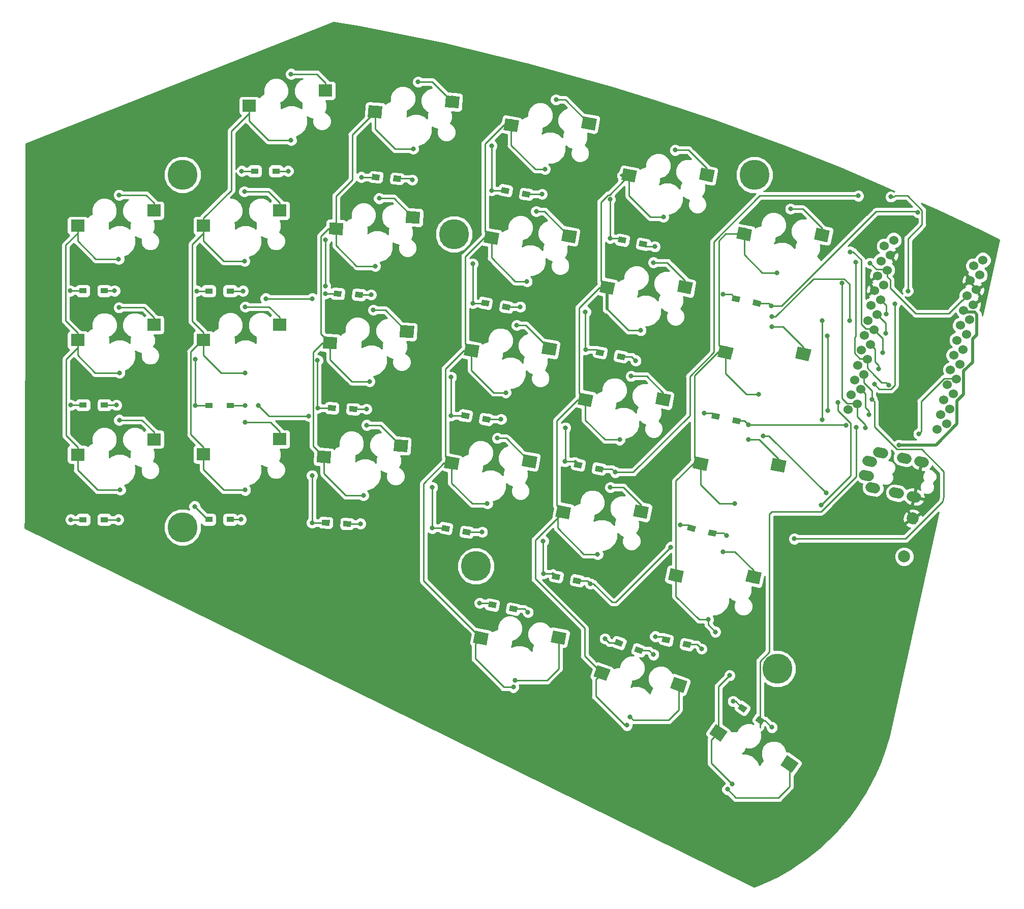
<source format=gbr>
G04 #@! TF.GenerationSoftware,KiCad,Pcbnew,(5.0.2)-1*
G04 #@! TF.CreationDate,2019-01-24T16:51:55+08:00*
G04 #@! TF.ProjectId,52Te_Rev,35325465-5f52-4657-962e-6b696361645f,rev?*
G04 #@! TF.SameCoordinates,Original*
G04 #@! TF.FileFunction,Copper,L2,Bot*
G04 #@! TF.FilePolarity,Positive*
%FSLAX46Y46*%
G04 Gerber Fmt 4.6, Leading zero omitted, Abs format (unit mm)*
G04 Created by KiCad (PCBNEW (5.0.2)-1) date 24/01/2019 16:51:55*
%MOMM*%
%LPD*%
G01*
G04 APERTURE LIST*
G04 #@! TA.AperFunction,SMDPad,CuDef*
%ADD10R,1.300000X0.950000*%
G04 #@! TD*
G04 #@! TA.AperFunction,SMDPad,CuDef*
%ADD11C,0.950000*%
G04 #@! TD*
G04 #@! TA.AperFunction,Conductor*
%ADD12C,0.100000*%
G04 #@! TD*
G04 #@! TA.AperFunction,ComponentPad*
%ADD13C,1.700000*%
G04 #@! TD*
G04 #@! TA.AperFunction,Conductor*
%ADD14C,1.700000*%
G04 #@! TD*
G04 #@! TA.AperFunction,SMDPad,CuDef*
%ADD15R,2.300000X2.000000*%
G04 #@! TD*
G04 #@! TA.AperFunction,SMDPad,CuDef*
%ADD16C,2.000000*%
G04 #@! TD*
G04 #@! TA.AperFunction,ComponentPad*
%ADD17C,2.000000*%
G04 #@! TD*
G04 #@! TA.AperFunction,ComponentPad*
%ADD18C,1.524000*%
G04 #@! TD*
G04 #@! TA.AperFunction,WasherPad*
%ADD19C,5.000000*%
G04 #@! TD*
G04 #@! TA.AperFunction,ViaPad*
%ADD20C,0.800000*%
G04 #@! TD*
G04 #@! TA.AperFunction,Conductor*
%ADD21C,0.250000*%
G04 #@! TD*
G04 #@! TA.AperFunction,Conductor*
%ADD22C,0.500000*%
G04 #@! TD*
G04 #@! TA.AperFunction,Conductor*
%ADD23C,0.254000*%
G04 #@! TD*
G04 APERTURE END LIST*
D10*
G04 #@! TO.P,D1,1*
G04 #@! TO.N,Net-(D1-Pad1)*
X160725000Y-132790000D03*
G04 #@! TO.P,D1,2*
G04 #@! TO.N,row1*
X164275000Y-132790000D03*
G04 #@! TD*
G04 #@! TO.P,D2,2*
G04 #@! TO.N,row2*
X164315000Y-151810000D03*
G04 #@! TO.P,D2,1*
G04 #@! TO.N,Net-(D2-Pad1)*
X160765000Y-151810000D03*
G04 #@! TD*
G04 #@! TO.P,D3,1*
G04 #@! TO.N,Net-(D3-Pad1)*
X160755000Y-170910000D03*
G04 #@! TO.P,D3,2*
G04 #@! TO.N,row3*
X164305000Y-170910000D03*
G04 #@! TD*
G04 #@! TO.P,D4,1*
G04 #@! TO.N,Net-(D4-Pad1)*
X189325000Y-112820000D03*
G04 #@! TO.P,D4,2*
G04 #@! TO.N,row0*
X192875000Y-112820000D03*
G04 #@! TD*
G04 #@! TO.P,D5,2*
G04 #@! TO.N,row1*
X185245000Y-132810000D03*
G04 #@! TO.P,D5,1*
G04 #@! TO.N,Net-(D5-Pad1)*
X181695000Y-132810000D03*
G04 #@! TD*
G04 #@! TO.P,D6,1*
G04 #@! TO.N,Net-(D6-Pad1)*
X181705000Y-151890000D03*
G04 #@! TO.P,D6,2*
G04 #@! TO.N,row2*
X185255000Y-151890000D03*
G04 #@! TD*
G04 #@! TO.P,D7,1*
G04 #@! TO.N,Net-(D7-Pad1)*
X181695000Y-170890000D03*
G04 #@! TO.P,D7,2*
G04 #@! TO.N,row3*
X185245000Y-170890000D03*
G04 #@! TD*
D11*
G04 #@! TO.P,D8,2*
G04 #@! TO.N,row0*
X213060676Y-114083818D03*
D12*
G04 #@! TD*
G04 #@! TO.N,row0*
G04 #@! TO.C,D8*
G36*
X212379125Y-114512319D02*
X212445394Y-113564633D01*
X213742227Y-113655317D01*
X213675958Y-114603003D01*
X212379125Y-114512319D01*
X212379125Y-114512319D01*
G37*
D11*
G04 #@! TO.P,D8,1*
G04 #@! TO.N,Net-(D8-Pad1)*
X209519324Y-113836182D03*
D12*
G04 #@! TD*
G04 #@! TO.N,Net-(D8-Pad1)*
G04 #@! TO.C,D8*
G36*
X208837773Y-114264683D02*
X208904042Y-113316997D01*
X210200875Y-113407681D01*
X210134606Y-114355367D01*
X208837773Y-114264683D01*
X208837773Y-114264683D01*
G37*
D11*
G04 #@! TO.P,D9,1*
G04 #@! TO.N,Net-(D9-Pad1)*
X203157433Y-133247104D03*
D12*
G04 #@! TD*
G04 #@! TO.N,Net-(D9-Pad1)*
G04 #@! TO.C,D9*
G36*
X202483464Y-133687435D02*
X202533183Y-132738737D01*
X203831402Y-132806773D01*
X203781683Y-133755471D01*
X202483464Y-133687435D01*
X202483464Y-133687435D01*
G37*
D11*
G04 #@! TO.P,D9,2*
G04 #@! TO.N,row1*
X206702567Y-133432896D03*
D12*
G04 #@! TD*
G04 #@! TO.N,row1*
G04 #@! TO.C,D9*
G36*
X206028598Y-133873227D02*
X206078317Y-132924529D01*
X207376536Y-132992565D01*
X207326817Y-133941263D01*
X206028598Y-133873227D01*
X206028598Y-133873227D01*
G37*
D11*
G04 #@! TO.P,D10,2*
G04 #@! TO.N,row2*
X205742567Y-152492896D03*
D12*
G04 #@! TD*
G04 #@! TO.N,row2*
G04 #@! TO.C,D10*
G36*
X205068598Y-152933227D02*
X205118317Y-151984529D01*
X206416536Y-152052565D01*
X206366817Y-153001263D01*
X205068598Y-152933227D01*
X205068598Y-152933227D01*
G37*
D11*
G04 #@! TO.P,D10,1*
G04 #@! TO.N,Net-(D10-Pad1)*
X202197433Y-152307104D03*
D12*
G04 #@! TD*
G04 #@! TO.N,Net-(D10-Pad1)*
G04 #@! TO.C,D10*
G36*
X201523464Y-152747435D02*
X201573183Y-151798737D01*
X202871402Y-151866773D01*
X202821683Y-152815471D01*
X201523464Y-152747435D01*
X201523464Y-152747435D01*
G37*
D11*
G04 #@! TO.P,D11,2*
G04 #@! TO.N,row3*
X204732567Y-171592896D03*
D12*
G04 #@! TD*
G04 #@! TO.N,row3*
G04 #@! TO.C,D11*
G36*
X204058598Y-172033227D02*
X204108317Y-171084529D01*
X205406536Y-171152565D01*
X205356817Y-172101263D01*
X204058598Y-172033227D01*
X204058598Y-172033227D01*
G37*
D11*
G04 #@! TO.P,D11,1*
G04 #@! TO.N,Net-(D11-Pad1)*
X201187433Y-171407104D03*
D12*
G04 #@! TD*
G04 #@! TO.N,Net-(D11-Pad1)*
G04 #@! TO.C,D11*
G36*
X200513464Y-171847435D02*
X200563183Y-170898737D01*
X201861402Y-170966773D01*
X201811683Y-171915471D01*
X200513464Y-171847435D01*
X200513464Y-171847435D01*
G37*
D11*
G04 #@! TO.P,D12,1*
G04 #@! TO.N,Net-(D12-Pad1)*
X231051966Y-116051774D03*
D12*
G04 #@! TD*
G04 #@! TO.N,Net-(D12-Pad1)*
G04 #@! TO.C,D12*
G36*
X230329358Y-116406686D02*
X230494324Y-115471119D01*
X231774574Y-115696862D01*
X231609608Y-116632429D01*
X230329358Y-116406686D01*
X230329358Y-116406686D01*
G37*
D11*
G04 #@! TO.P,D12,2*
G04 #@! TO.N,row0*
X234548034Y-116668226D03*
D12*
G04 #@! TD*
G04 #@! TO.N,row0*
G04 #@! TO.C,D12*
G36*
X233825426Y-117023138D02*
X233990392Y-116087571D01*
X235270642Y-116313314D01*
X235105676Y-117248881D01*
X233825426Y-117023138D01*
X233825426Y-117023138D01*
G37*
D11*
G04 #@! TO.P,D13,2*
G04 #@! TO.N,row1*
X231230000Y-135450000D03*
D12*
G04 #@! TD*
G04 #@! TO.N,row1*
G04 #@! TO.C,D13*
G36*
X230507392Y-135804912D02*
X230672358Y-134869345D01*
X231952608Y-135095088D01*
X231787642Y-136030655D01*
X230507392Y-135804912D01*
X230507392Y-135804912D01*
G37*
D11*
G04 #@! TO.P,D13,1*
G04 #@! TO.N,Net-(D13-Pad1)*
X227733932Y-134833548D03*
D12*
G04 #@! TD*
G04 #@! TO.N,Net-(D13-Pad1)*
G04 #@! TO.C,D13*
G36*
X227011324Y-135188460D02*
X227176290Y-134252893D01*
X228456540Y-134478636D01*
X228291574Y-135414203D01*
X227011324Y-135188460D01*
X227011324Y-135188460D01*
G37*
D11*
G04 #@! TO.P,D14,1*
G04 #@! TO.N,Net-(D14-Pad1)*
X224410000Y-153570000D03*
D12*
G04 #@! TD*
G04 #@! TO.N,Net-(D14-Pad1)*
G04 #@! TO.C,D14*
G36*
X223687392Y-153924912D02*
X223852358Y-152989345D01*
X225132608Y-153215088D01*
X224967642Y-154150655D01*
X223687392Y-153924912D01*
X223687392Y-153924912D01*
G37*
D11*
G04 #@! TO.P,D14,2*
G04 #@! TO.N,row2*
X227906068Y-154186452D03*
D12*
G04 #@! TD*
G04 #@! TO.N,row2*
G04 #@! TO.C,D14*
G36*
X227183460Y-154541364D02*
X227348426Y-153605797D01*
X228628676Y-153831540D01*
X228463710Y-154767107D01*
X227183460Y-154541364D01*
X227183460Y-154541364D01*
G37*
D11*
G04 #@! TO.P,D15,1*
G04 #@! TO.N,Net-(D15-Pad1)*
X221131966Y-172351774D03*
D12*
G04 #@! TD*
G04 #@! TO.N,Net-(D15-Pad1)*
G04 #@! TO.C,D15*
G36*
X220409358Y-172706686D02*
X220574324Y-171771119D01*
X221854574Y-171996862D01*
X221689608Y-172932429D01*
X220409358Y-172706686D01*
X220409358Y-172706686D01*
G37*
D11*
G04 #@! TO.P,D15,2*
G04 #@! TO.N,row3*
X224628034Y-172968226D03*
D12*
G04 #@! TD*
G04 #@! TO.N,row3*
G04 #@! TO.C,D15*
G36*
X223905426Y-173323138D02*
X224070392Y-172387571D01*
X225350642Y-172613314D01*
X225185676Y-173548881D01*
X223905426Y-173323138D01*
X223905426Y-173323138D01*
G37*
D11*
G04 #@! TO.P,D16,2*
G04 #@! TO.N,row4*
X232390000Y-185790000D03*
D12*
G04 #@! TD*
G04 #@! TO.N,row4*
G04 #@! TO.C,D16*
G36*
X231661308Y-186132247D02*
X231842577Y-185199701D01*
X233118692Y-185447753D01*
X232937423Y-186380299D01*
X231661308Y-186132247D01*
X231661308Y-186132247D01*
G37*
D11*
G04 #@! TO.P,D16,1*
G04 #@! TO.N,Net-(D16-Pad1)*
X228905224Y-185112628D03*
D12*
G04 #@! TD*
G04 #@! TO.N,Net-(D16-Pad1)*
G04 #@! TO.C,D16*
G36*
X228176532Y-185454875D02*
X228357801Y-184522329D01*
X229633916Y-184770381D01*
X229452647Y-185702927D01*
X228176532Y-185454875D01*
X228176532Y-185454875D01*
G37*
D11*
G04 #@! TO.P,D17,2*
G04 #@! TO.N,row0*
X254012388Y-124988686D03*
D12*
G04 #@! TD*
G04 #@! TO.N,row0*
G04 #@! TO.C,D17*
G36*
X253283696Y-125330933D02*
X253464965Y-124398387D01*
X254741080Y-124646439D01*
X254559811Y-125578985D01*
X253283696Y-125330933D01*
X253283696Y-125330933D01*
G37*
D11*
G04 #@! TO.P,D17,1*
G04 #@! TO.N,Net-(D17-Pad1)*
X250527612Y-124311314D03*
D12*
G04 #@! TD*
G04 #@! TO.N,Net-(D17-Pad1)*
G04 #@! TO.C,D17*
G36*
X249798920Y-124653561D02*
X249980189Y-123721015D01*
X251256304Y-123969067D01*
X251075035Y-124901613D01*
X249798920Y-124653561D01*
X249798920Y-124653561D01*
G37*
D11*
G04 #@! TO.P,D18,1*
G04 #@! TO.N,Net-(D18-Pad1)*
X246837612Y-143061314D03*
D12*
G04 #@! TD*
G04 #@! TO.N,Net-(D18-Pad1)*
G04 #@! TO.C,D18*
G36*
X246108920Y-143403561D02*
X246290189Y-142471015D01*
X247566304Y-142719067D01*
X247385035Y-143651613D01*
X246108920Y-143403561D01*
X246108920Y-143403561D01*
G37*
D11*
G04 #@! TO.P,D18,2*
G04 #@! TO.N,row1*
X250322388Y-143738686D03*
D12*
G04 #@! TD*
G04 #@! TO.N,row1*
G04 #@! TO.C,D18*
G36*
X249593696Y-144080933D02*
X249774965Y-143148387D01*
X251051080Y-143396439D01*
X250869811Y-144328985D01*
X249593696Y-144080933D01*
X249593696Y-144080933D01*
G37*
D11*
G04 #@! TO.P,D19,2*
G04 #@! TO.N,row2*
X246682388Y-162438686D03*
D12*
G04 #@! TD*
G04 #@! TO.N,row2*
G04 #@! TO.C,D19*
G36*
X245953696Y-162780933D02*
X246134965Y-161848387D01*
X247411080Y-162096439D01*
X247229811Y-163028985D01*
X245953696Y-162780933D01*
X245953696Y-162780933D01*
G37*
D11*
G04 #@! TO.P,D19,1*
G04 #@! TO.N,Net-(D19-Pad1)*
X243197612Y-161761314D03*
D12*
G04 #@! TD*
G04 #@! TO.N,Net-(D19-Pad1)*
G04 #@! TO.C,D19*
G36*
X242468920Y-162103561D02*
X242650189Y-161171015D01*
X243926304Y-161419067D01*
X243745035Y-162351613D01*
X242468920Y-162103561D01*
X242468920Y-162103561D01*
G37*
D11*
G04 #@! TO.P,D20,2*
G04 #@! TO.N,row3*
X243012388Y-181088686D03*
D12*
G04 #@! TD*
G04 #@! TO.N,row3*
G04 #@! TO.C,D20*
G36*
X242283696Y-181430933D02*
X242464965Y-180498387D01*
X243741080Y-180746439D01*
X243559811Y-181678985D01*
X242283696Y-181430933D01*
X242283696Y-181430933D01*
G37*
D11*
G04 #@! TO.P,D20,1*
G04 #@! TO.N,Net-(D20-Pad1)*
X239527612Y-180411314D03*
D12*
G04 #@! TD*
G04 #@! TO.N,Net-(D20-Pad1)*
G04 #@! TO.C,D20*
G36*
X238798920Y-180753561D02*
X238980189Y-179821015D01*
X240256304Y-180069067D01*
X240075035Y-181001613D01*
X238798920Y-180753561D01*
X238798920Y-180753561D01*
G37*
D11*
G04 #@! TO.P,D21,1*
G04 #@! TO.N,Net-(D21-Pad1)*
X249962046Y-191442914D03*
D12*
G04 #@! TD*
G04 #@! TO.N,Net-(D21-Pad1)*
G04 #@! TO.C,D21*
G36*
X249188786Y-191666955D02*
X249513705Y-190774247D01*
X250735306Y-191218873D01*
X250410387Y-192111581D01*
X249188786Y-191666955D01*
X249188786Y-191666955D01*
G37*
D11*
G04 #@! TO.P,D21,2*
G04 #@! TO.N,row4*
X253297954Y-192657086D03*
D12*
G04 #@! TD*
G04 #@! TO.N,row4*
G04 #@! TO.C,D21*
G36*
X252524694Y-192881127D02*
X252849613Y-191988419D01*
X254071214Y-192433045D01*
X253746295Y-193325753D01*
X252524694Y-192881127D01*
X252524694Y-192881127D01*
G37*
D11*
G04 #@! TO.P,D22,1*
G04 #@! TO.N,Net-(D22-Pad1)*
X269473788Y-134090957D03*
D12*
G04 #@! TD*
G04 #@! TO.N,Net-(D22-Pad1)*
G04 #@! TO.C,D22*
G36*
X268739234Y-134420435D02*
X268936750Y-133491194D01*
X270208342Y-133761479D01*
X270010826Y-134690720D01*
X268739234Y-134420435D01*
X268739234Y-134420435D01*
G37*
D11*
G04 #@! TO.P,D22,2*
G04 #@! TO.N,row0*
X272946212Y-134829043D03*
D12*
G04 #@! TD*
G04 #@! TO.N,row0*
G04 #@! TO.C,D22*
G36*
X272211658Y-135158521D02*
X272409174Y-134229280D01*
X273680766Y-134499565D01*
X273483250Y-135428806D01*
X272211658Y-135158521D01*
X272211658Y-135158521D01*
G37*
D11*
G04 #@! TO.P,D23,2*
G04 #@! TO.N,row1*
X269572925Y-154454180D03*
D12*
G04 #@! TD*
G04 #@! TO.N,row1*
G04 #@! TO.C,D23*
G36*
X268835524Y-154777235D02*
X269041141Y-153849754D01*
X270310326Y-154131125D01*
X270104709Y-155058606D01*
X268835524Y-154777235D01*
X268835524Y-154777235D01*
G37*
D11*
G04 #@! TO.P,D23,1*
G04 #@! TO.N,Net-(D23-Pad1)*
X266107075Y-153685820D03*
D12*
G04 #@! TD*
G04 #@! TO.N,Net-(D23-Pad1)*
G04 #@! TO.C,D23*
G36*
X265369674Y-154008875D02*
X265575291Y-153081394D01*
X266844476Y-153362765D01*
X266638859Y-154290246D01*
X265369674Y-154008875D01*
X265369674Y-154008875D01*
G37*
D11*
G04 #@! TO.P,D24,2*
G04 #@! TO.N,row2*
X265562925Y-173114180D03*
D12*
G04 #@! TD*
G04 #@! TO.N,row2*
G04 #@! TO.C,D24*
G36*
X264825524Y-173437235D02*
X265031141Y-172509754D01*
X266300326Y-172791125D01*
X266094709Y-173718606D01*
X264825524Y-173437235D01*
X264825524Y-173437235D01*
G37*
D11*
G04 #@! TO.P,D24,1*
G04 #@! TO.N,Net-(D24-Pad1)*
X262097075Y-172345820D03*
D12*
G04 #@! TD*
G04 #@! TO.N,Net-(D24-Pad1)*
G04 #@! TO.C,D24*
G36*
X261359674Y-172668875D02*
X261565291Y-171741394D01*
X262834476Y-172022765D01*
X262628859Y-172950246D01*
X261359674Y-172668875D01*
X261359674Y-172668875D01*
G37*
D11*
G04 #@! TO.P,D25,1*
G04 #@! TO.N,Net-(D25-Pad1)*
X257847075Y-190935820D03*
D12*
G04 #@! TD*
G04 #@! TO.N,Net-(D25-Pad1)*
G04 #@! TO.C,D25*
G36*
X257109674Y-191258875D02*
X257315291Y-190331394D01*
X258584476Y-190612765D01*
X258378859Y-191540246D01*
X257109674Y-191258875D01*
X257109674Y-191258875D01*
G37*
D11*
G04 #@! TO.P,D25,2*
G04 #@! TO.N,row3*
X261312925Y-191704180D03*
D12*
G04 #@! TD*
G04 #@! TO.N,row3*
G04 #@! TO.C,D25*
G36*
X260575524Y-192027235D02*
X260781141Y-191099754D01*
X262050326Y-191381125D01*
X261844709Y-192308606D01*
X260575524Y-192027235D01*
X260575524Y-192027235D01*
G37*
D11*
G04 #@! TO.P,D26,2*
G04 #@! TO.N,row4*
X273483995Y-204348098D03*
D12*
G04 #@! TD*
G04 #@! TO.N,row4*
G04 #@! TO.C,D26*
G36*
X272679097Y-204364371D02*
X273223995Y-203586176D01*
X274288893Y-204331825D01*
X273743995Y-205110020D01*
X272679097Y-204364371D01*
X272679097Y-204364371D01*
G37*
D11*
G04 #@! TO.P,D26,1*
G04 #@! TO.N,Net-(D26-Pad1)*
X270576005Y-202311902D03*
D12*
G04 #@! TD*
G04 #@! TO.N,Net-(D26-Pad1)*
G04 #@! TO.C,D26*
G36*
X269771107Y-202328175D02*
X270316005Y-201549980D01*
X271380903Y-202295629D01*
X270836005Y-203073824D01*
X269771107Y-202328175D01*
X269771107Y-202328175D01*
G37*
D13*
G04 #@! TO.P,J1,D*
G04 #@! TO.N,VCC*
X293577444Y-159791932D03*
D14*
G04 #@! TD*
G04 #@! TO.N,VCC*
G04 #@! TO.C,J1*
X293967962Y-159878508D02*
X293186926Y-159705356D01*
D13*
G04 #@! TO.P,J1,A*
G04 #@! TO.N,Net-(J1-PadA)*
X291203953Y-163567716D03*
D14*
G04 #@! TD*
G04 #@! TO.N,Net-(J1-PadA)*
G04 #@! TO.C,J1*
X291594471Y-163654292D02*
X290813435Y-163481140D01*
D13*
G04 #@! TO.P,J1,B*
G04 #@! TO.N,GND*
X300411516Y-161307010D03*
D14*
G04 #@! TD*
G04 #@! TO.N,GND*
G04 #@! TO.C,J1*
X300802034Y-161393586D02*
X300020998Y-161220434D01*
D13*
G04 #@! TO.P,J1,C*
G04 #@! TO.N,data*
X297482628Y-160657691D03*
D14*
G04 #@! TD*
G04 #@! TO.N,data*
G04 #@! TO.C,J1*
X297873146Y-160744267D02*
X297092110Y-160571115D01*
D13*
G04 #@! TO.P,J1,B*
G04 #@! TO.N,GND*
X299123700Y-167115971D03*
D14*
G04 #@! TD*
G04 #@! TO.N,GND*
G04 #@! TO.C,J1*
X299514218Y-167202547D02*
X298733182Y-167029395D01*
D13*
G04 #@! TO.P,J1,C*
G04 #@! TO.N,data*
X296194812Y-166466652D03*
D14*
G04 #@! TD*
G04 #@! TO.N,data*
G04 #@! TO.C,J1*
X296585330Y-166553228D02*
X295804294Y-166380076D01*
D13*
G04 #@! TO.P,J1,D*
G04 #@! TO.N,VCC*
X292289628Y-165600894D03*
D14*
G04 #@! TD*
G04 #@! TO.N,VCC*
G04 #@! TO.C,J1*
X292680146Y-165687470D02*
X291899110Y-165514318D01*
D13*
G04 #@! TO.P,J1,A*
G04 #@! TO.N,Net-(J1-PadA)*
X291734230Y-161175791D03*
D14*
G04 #@! TD*
G04 #@! TO.N,Net-(J1-PadA)*
G04 #@! TO.C,J1*
X292124748Y-161262367D02*
X291343712Y-161089215D01*
D15*
G04 #@! TO.P,SW1,2*
G04 #@! TO.N,Net-(D1-Pad1)*
X172550000Y-119390000D03*
G04 #@! TO.P,SW1,1*
G04 #@! TO.N,col0*
X159850000Y-121930000D03*
G04 #@! TD*
G04 #@! TO.P,SW2,1*
G04 #@! TO.N,col0*
X159860000Y-140990000D03*
G04 #@! TO.P,SW2,2*
G04 #@! TO.N,Net-(D2-Pad1)*
X172560000Y-138450000D03*
G04 #@! TD*
G04 #@! TO.P,SW3,2*
G04 #@! TO.N,Net-(D3-Pad1)*
X172550000Y-157520000D03*
G04 #@! TO.P,SW3,1*
G04 #@! TO.N,col0*
X159850000Y-160060000D03*
G04 #@! TD*
G04 #@! TO.P,SW4,1*
G04 #@! TO.N,col1*
X188440000Y-101940000D03*
G04 #@! TO.P,SW4,2*
G04 #@! TO.N,Net-(D4-Pad1)*
X201140000Y-99400000D03*
G04 #@! TD*
G04 #@! TO.P,SW5,1*
G04 #@! TO.N,col1*
X180810000Y-121930000D03*
G04 #@! TO.P,SW5,2*
G04 #@! TO.N,Net-(D5-Pad1)*
X193510000Y-119390000D03*
G04 #@! TD*
G04 #@! TO.P,SW6,2*
G04 #@! TO.N,Net-(D6-Pad1)*
X193510000Y-138440000D03*
G04 #@! TO.P,SW6,1*
G04 #@! TO.N,col1*
X180810000Y-140980000D03*
G04 #@! TD*
G04 #@! TO.P,SW7,1*
G04 #@! TO.N,col1*
X180810000Y-160040000D03*
G04 #@! TO.P,SW7,2*
G04 #@! TO.N,Net-(D7-Pad1)*
X193510000Y-157500000D03*
G04 #@! TD*
D16*
G04 #@! TO.P,SW8,2*
G04 #@! TO.N,Net-(D8-Pad1)*
X222243268Y-101290084D03*
D12*
G04 #@! TD*
G04 #@! TO.N,Net-(D8-Pad1)*
G04 #@! TO.C,SW8*
G36*
X223460223Y-100372740D02*
X223320710Y-102367868D01*
X221026313Y-102207428D01*
X221165826Y-100212300D01*
X223460223Y-100372740D01*
X223460223Y-100372740D01*
G37*
D16*
G04 #@! TO.P,SW8,1*
G04 #@! TO.N,col2*
X209397023Y-102937989D03*
D12*
G04 #@! TD*
G04 #@! TO.N,col2*
G04 #@! TO.C,SW8*
G36*
X210613978Y-102020645D02*
X210474465Y-104015773D01*
X208180068Y-103855333D01*
X208319581Y-101860205D01*
X210613978Y-102020645D01*
X210613978Y-102020645D01*
G37*
D16*
G04 #@! TO.P,SW9,2*
G04 #@! TO.N,Net-(D9-Pad1)*
X215690148Y-120555332D03*
D12*
G04 #@! TD*
G04 #@! TO.N,Net-(D9-Pad1)*
G04 #@! TO.C,SW9*
G36*
X216890908Y-119616889D02*
X216786236Y-121614148D01*
X214489388Y-121493775D01*
X214594060Y-119496516D01*
X216890908Y-119616889D01*
X216890908Y-119616889D01*
G37*
D16*
G04 #@! TO.P,SW9,1*
G04 #@! TO.N,col2*
X202874620Y-122427184D03*
D12*
G04 #@! TD*
G04 #@! TO.N,col2*
G04 #@! TO.C,SW9*
G36*
X204075380Y-121488741D02*
X203970708Y-123486000D01*
X201673860Y-123365627D01*
X201778532Y-121368368D01*
X204075380Y-121488741D01*
X204075380Y-121488741D01*
G37*
D16*
G04 #@! TO.P,SW10,1*
G04 #@! TO.N,col2*
X201884620Y-141447184D03*
D12*
G04 #@! TD*
G04 #@! TO.N,col2*
G04 #@! TO.C,SW10*
G36*
X203085380Y-140508741D02*
X202980708Y-142506000D01*
X200683860Y-142385627D01*
X200788532Y-140388368D01*
X203085380Y-140508741D01*
X203085380Y-140508741D01*
G37*
D16*
G04 #@! TO.P,SW10,2*
G04 #@! TO.N,Net-(D10-Pad1)*
X214700148Y-139575332D03*
D12*
G04 #@! TD*
G04 #@! TO.N,Net-(D10-Pad1)*
G04 #@! TO.C,SW10*
G36*
X215900908Y-138636889D02*
X215796236Y-140634148D01*
X213499388Y-140513775D01*
X213604060Y-138516516D01*
X215900908Y-138636889D01*
X215900908Y-138636889D01*
G37*
D16*
G04 #@! TO.P,SW11,2*
G04 #@! TO.N,Net-(D11-Pad1)*
X213690148Y-158595332D03*
D12*
G04 #@! TD*
G04 #@! TO.N,Net-(D11-Pad1)*
G04 #@! TO.C,SW11*
G36*
X214890908Y-157656889D02*
X214786236Y-159654148D01*
X212489388Y-159533775D01*
X212594060Y-157536516D01*
X214890908Y-157656889D01*
X214890908Y-157656889D01*
G37*
D16*
G04 #@! TO.P,SW11,1*
G04 #@! TO.N,col2*
X200874620Y-160467184D03*
D12*
G04 #@! TD*
G04 #@! TO.N,col2*
G04 #@! TO.C,SW11*
G36*
X202075380Y-159528741D02*
X201970708Y-161526000D01*
X199673860Y-161405627D01*
X199778532Y-159408368D01*
X202075380Y-159528741D01*
X202075380Y-159528741D01*
G37*
D16*
G04 #@! TO.P,SW12,2*
G04 #@! TO.N,Net-(D12-Pad1)*
X245012483Y-104897579D03*
D12*
G04 #@! TD*
G04 #@! TO.N,Net-(D12-Pad1)*
G04 #@! TO.C,SW12*
G36*
X246318660Y-104112467D02*
X245971364Y-106082082D01*
X243706306Y-105682691D01*
X244053602Y-103713076D01*
X246318660Y-104112467D01*
X246318660Y-104112467D01*
G37*
D16*
G04 #@! TO.P,SW12,1*
G04 #@! TO.N,col3*
X232064358Y-105193659D03*
D12*
G04 #@! TD*
G04 #@! TO.N,col3*
G04 #@! TO.C,SW12*
G36*
X233370535Y-104408547D02*
X233023239Y-106378162D01*
X230758181Y-105978771D01*
X231105477Y-104009156D01*
X233370535Y-104408547D01*
X233370535Y-104408547D01*
G37*
D16*
G04 #@! TO.P,SW13,1*
G04 #@! TO.N,col3*
X228764358Y-123963659D03*
D12*
G04 #@! TD*
G04 #@! TO.N,col3*
G04 #@! TO.C,SW13*
G36*
X230070535Y-123178547D02*
X229723239Y-125148162D01*
X227458181Y-124748771D01*
X227805477Y-122779156D01*
X230070535Y-123178547D01*
X230070535Y-123178547D01*
G37*
D16*
G04 #@! TO.P,SW13,2*
G04 #@! TO.N,Net-(D13-Pad1)*
X241712483Y-123667579D03*
D12*
G04 #@! TD*
G04 #@! TO.N,Net-(D13-Pad1)*
G04 #@! TO.C,SW13*
G36*
X243018660Y-122882467D02*
X242671364Y-124852082D01*
X240406306Y-124452691D01*
X240753602Y-122483076D01*
X243018660Y-122882467D01*
X243018660Y-122882467D01*
G37*
D16*
G04 #@! TO.P,SW14,2*
G04 #@! TO.N,Net-(D14-Pad1)*
X238402483Y-142427579D03*
D12*
G04 #@! TD*
G04 #@! TO.N,Net-(D14-Pad1)*
G04 #@! TO.C,SW14*
G36*
X239708660Y-141642467D02*
X239361364Y-143612082D01*
X237096306Y-143212691D01*
X237443602Y-141243076D01*
X239708660Y-141642467D01*
X239708660Y-141642467D01*
G37*
D16*
G04 #@! TO.P,SW14,1*
G04 #@! TO.N,col3*
X225454358Y-142723659D03*
D12*
G04 #@! TD*
G04 #@! TO.N,col3*
G04 #@! TO.C,SW14*
G36*
X226760535Y-141938547D02*
X226413239Y-143908162D01*
X224148181Y-143508771D01*
X224495477Y-141539156D01*
X226760535Y-141938547D01*
X226760535Y-141938547D01*
G37*
D16*
G04 #@! TO.P,SW15,1*
G04 #@! TO.N,col3*
X222144358Y-161483659D03*
D12*
G04 #@! TD*
G04 #@! TO.N,col3*
G04 #@! TO.C,SW15*
G36*
X223450535Y-160698547D02*
X223103239Y-162668162D01*
X220838181Y-162268771D01*
X221185477Y-160299156D01*
X223450535Y-160698547D01*
X223450535Y-160698547D01*
G37*
D16*
G04 #@! TO.P,SW15,2*
G04 #@! TO.N,Net-(D15-Pad1)*
X235092483Y-161187579D03*
D12*
G04 #@! TD*
G04 #@! TO.N,Net-(D15-Pad1)*
G04 #@! TO.C,SW15*
G36*
X236398660Y-160402467D02*
X236051364Y-162372082D01*
X233786306Y-161972691D01*
X234133602Y-160003076D01*
X236398660Y-160402467D01*
X236398660Y-160402467D01*
G37*
D16*
G04 #@! TO.P,SW16,1*
G04 #@! TO.N,col3*
X227000897Y-190631739D03*
D12*
G04 #@! TD*
G04 #@! TO.N,col3*
G04 #@! TO.C,SW16*
G36*
X228320577Y-189869542D02*
X227938959Y-191832797D01*
X225681217Y-191393936D01*
X226062835Y-189430681D01*
X228320577Y-189869542D01*
X228320577Y-189869542D01*
G37*
D16*
G04 #@! TO.P,SW16,2*
G04 #@! TO.N,Net-(D16-Pad1)*
X239952217Y-190561680D03*
D12*
G04 #@! TD*
G04 #@! TO.N,Net-(D16-Pad1)*
G04 #@! TO.C,SW16*
G36*
X241271897Y-189799483D02*
X240890279Y-191762738D01*
X238632537Y-191323877D01*
X239014155Y-189360622D01*
X241271897Y-189799483D01*
X241271897Y-189799483D01*
G37*
D16*
G04 #@! TO.P,SW17,1*
G04 #@! TO.N,col4*
X251680897Y-113551739D03*
D12*
G04 #@! TD*
G04 #@! TO.N,col4*
G04 #@! TO.C,SW17*
G36*
X253000577Y-112789542D02*
X252618959Y-114752797D01*
X250361217Y-114313936D01*
X250742835Y-112350681D01*
X253000577Y-112789542D01*
X253000577Y-112789542D01*
G37*
D16*
G04 #@! TO.P,SW17,2*
G04 #@! TO.N,Net-(D17-Pad1)*
X264632217Y-113481680D03*
D12*
G04 #@! TD*
G04 #@! TO.N,Net-(D17-Pad1)*
G04 #@! TO.C,SW17*
G36*
X265951897Y-112719483D02*
X265570279Y-114682738D01*
X263312537Y-114243877D01*
X263694155Y-112280622D01*
X265951897Y-112719483D01*
X265951897Y-112719483D01*
G37*
D16*
G04 #@! TO.P,SW18,2*
G04 #@! TO.N,Net-(D18-Pad1)*
X261002217Y-132161680D03*
D12*
G04 #@! TD*
G04 #@! TO.N,Net-(D18-Pad1)*
G04 #@! TO.C,SW18*
G36*
X262321897Y-131399483D02*
X261940279Y-133362738D01*
X259682537Y-132923877D01*
X260064155Y-130960622D01*
X262321897Y-131399483D01*
X262321897Y-131399483D01*
G37*
D16*
G04 #@! TO.P,SW18,1*
G04 #@! TO.N,col4*
X248050897Y-132231739D03*
D12*
G04 #@! TD*
G04 #@! TO.N,col4*
G04 #@! TO.C,SW18*
G36*
X249370577Y-131469542D02*
X248988959Y-133432797D01*
X246731217Y-132993936D01*
X247112835Y-131030681D01*
X249370577Y-131469542D01*
X249370577Y-131469542D01*
G37*
D16*
G04 #@! TO.P,SW19,1*
G04 #@! TO.N,col4*
X244410897Y-150931739D03*
D12*
G04 #@! TD*
G04 #@! TO.N,col4*
G04 #@! TO.C,SW19*
G36*
X245730577Y-150169542D02*
X245348959Y-152132797D01*
X243091217Y-151693936D01*
X243472835Y-149730681D01*
X245730577Y-150169542D01*
X245730577Y-150169542D01*
G37*
D16*
G04 #@! TO.P,SW19,2*
G04 #@! TO.N,Net-(D19-Pad1)*
X257362217Y-150861680D03*
D12*
G04 #@! TD*
G04 #@! TO.N,Net-(D19-Pad1)*
G04 #@! TO.C,SW19*
G36*
X258681897Y-150099483D02*
X258300279Y-152062738D01*
X256042537Y-151623877D01*
X256424155Y-149660622D01*
X258681897Y-150099483D01*
X258681897Y-150099483D01*
G37*
D16*
G04 #@! TO.P,SW20,2*
G04 #@! TO.N,Net-(D20-Pad1)*
X253662217Y-169571680D03*
D12*
G04 #@! TD*
G04 #@! TO.N,Net-(D20-Pad1)*
G04 #@! TO.C,SW20*
G36*
X254981897Y-168809483D02*
X254600279Y-170772738D01*
X252342537Y-170333877D01*
X252724155Y-168370622D01*
X254981897Y-168809483D01*
X254981897Y-168809483D01*
G37*
D16*
G04 #@! TO.P,SW20,1*
G04 #@! TO.N,col4*
X240710897Y-169641739D03*
D12*
G04 #@! TD*
G04 #@! TO.N,col4*
G04 #@! TO.C,SW20*
G36*
X242030577Y-168879542D02*
X241648959Y-170842797D01*
X239391217Y-170403936D01*
X239772835Y-168440681D01*
X242030577Y-168879542D01*
X242030577Y-168879542D01*
G37*
D16*
G04 #@! TO.P,SW21,2*
G04 #@! TO.N,Net-(D21-Pad1)*
X259957391Y-198438289D03*
D12*
G04 #@! TD*
G04 #@! TO.N,Net-(D21-Pad1)*
G04 #@! TO.C,SW21*
G36*
X261380058Y-197891920D02*
X260696017Y-199771305D01*
X258534724Y-198984658D01*
X259218765Y-197105273D01*
X261380058Y-197891920D01*
X261380058Y-197891920D01*
G37*
D16*
G04 #@! TO.P,SW21,1*
G04 #@! TO.N,col4*
X247154564Y-196481452D03*
D12*
G04 #@! TD*
G04 #@! TO.N,col4*
G04 #@! TO.C,SW21*
G36*
X248577231Y-195935083D02*
X247893190Y-197814468D01*
X245731897Y-197027821D01*
X246415938Y-195148436D01*
X248577231Y-195935083D01*
X248577231Y-195935083D01*
G37*
D16*
G04 #@! TO.P,SW22,2*
G04 #@! TO.N,Net-(D22-Pad1)*
X283809949Y-123466981D03*
D12*
G04 #@! TD*
G04 #@! TO.N,Net-(D22-Pad1)*
G04 #@! TO.C,SW22*
G36*
X285142730Y-122727932D02*
X284726907Y-124684227D01*
X282477168Y-124206030D01*
X282892991Y-122249735D01*
X285142730Y-122727932D01*
X285142730Y-122727932D01*
G37*
D16*
G04 #@! TO.P,SW22,1*
G04 #@! TO.N,col5*
X270859379Y-123310997D03*
D12*
G04 #@! TD*
G04 #@! TO.N,col5*
G04 #@! TO.C,SW22*
G36*
X272192160Y-122571948D02*
X271776337Y-124528243D01*
X269526598Y-124050046D01*
X269942421Y-122093751D01*
X272192160Y-122571948D01*
X272192160Y-122571948D01*
G37*
D16*
G04 #@! TO.P,SW23,1*
G04 #@! TO.N,col5*
X267734342Y-143006079D03*
D12*
G04 #@! TD*
G04 #@! TO.N,col5*
G04 #@! TO.C,SW23*
G36*
X269073522Y-142278689D02*
X268640643Y-144231281D01*
X266395162Y-143733469D01*
X266828041Y-141780877D01*
X269073522Y-142278689D01*
X269073522Y-142278689D01*
G37*
D16*
G04 #@! TO.P,SW23,2*
G04 #@! TO.N,Net-(D23-Pad1)*
X280683058Y-143275070D03*
D12*
G04 #@! TD*
G04 #@! TO.N,Net-(D23-Pad1)*
G04 #@! TO.C,SW23*
G36*
X282022238Y-142547680D02*
X281589359Y-144500272D01*
X279343878Y-144002460D01*
X279776757Y-142049868D01*
X282022238Y-142547680D01*
X282022238Y-142547680D01*
G37*
D16*
G04 #@! TO.P,SW24,2*
G04 #@! TO.N,Net-(D24-Pad1)*
X276553058Y-161875070D03*
D12*
G04 #@! TD*
G04 #@! TO.N,Net-(D24-Pad1)*
G04 #@! TO.C,SW24*
G36*
X277892238Y-161147680D02*
X277459359Y-163100272D01*
X275213878Y-162602460D01*
X275646757Y-160649868D01*
X277892238Y-161147680D01*
X277892238Y-161147680D01*
G37*
D16*
G04 #@! TO.P,SW24,1*
G04 #@! TO.N,col5*
X263604342Y-161606079D03*
D12*
G04 #@! TD*
G04 #@! TO.N,col5*
G04 #@! TO.C,SW24*
G36*
X264943522Y-160878689D02*
X264510643Y-162831281D01*
X262265162Y-162333469D01*
X262698041Y-160380877D01*
X264943522Y-160878689D01*
X264943522Y-160878689D01*
G37*
D16*
G04 #@! TO.P,SW25,1*
G04 #@! TO.N,col5*
X259484342Y-180216079D03*
D12*
G04 #@! TD*
G04 #@! TO.N,col5*
G04 #@! TO.C,SW25*
G36*
X260823522Y-179488689D02*
X260390643Y-181441281D01*
X258145162Y-180943469D01*
X258578041Y-178990877D01*
X260823522Y-179488689D01*
X260823522Y-179488689D01*
G37*
D16*
G04 #@! TO.P,SW25,2*
G04 #@! TO.N,Net-(D25-Pad1)*
X272433058Y-180485070D03*
D12*
G04 #@! TD*
G04 #@! TO.N,Net-(D25-Pad1)*
G04 #@! TO.C,SW25*
G36*
X273772238Y-179757680D02*
X273339359Y-181710272D01*
X271093878Y-181212460D01*
X271526757Y-179259868D01*
X273772238Y-179757680D01*
X273772238Y-179757680D01*
G37*
D16*
G04 #@! TO.P,SW26,1*
G04 #@! TO.N,col5*
X266535763Y-206441553D03*
D12*
G04 #@! TD*
G04 #@! TO.N,col5*
G04 #@! TO.C,SW26*
G36*
X268051364Y-206282014D02*
X266904211Y-207920318D01*
X265020162Y-206601092D01*
X266167315Y-204962788D01*
X268051364Y-206282014D01*
X268051364Y-206282014D01*
G37*
D16*
G04 #@! TO.P,SW26,2*
G04 #@! TO.N,Net-(D26-Pad1)*
X278395878Y-211645327D03*
D12*
G04 #@! TD*
G04 #@! TO.N,Net-(D26-Pad1)*
G04 #@! TO.C,SW26*
G36*
X279911479Y-211485788D02*
X278764326Y-213124092D01*
X276880277Y-211804866D01*
X278027430Y-210166562D01*
X279911479Y-211485788D01*
X279911479Y-211485788D01*
G37*
D17*
G04 #@! TO.P,SW27,1*
G04 #@! TO.N,reset*
X297496571Y-177062962D03*
G04 #@! TO.P,SW27,2*
G04 #@! TO.N,GND*
X298903429Y-170717038D03*
G04 #@! TD*
D18*
G04 #@! TO.P,U1,24*
G04 #@! TO.N,Net-(U1-Pad24)*
X295739300Y-124368124D03*
G04 #@! TO.P,U1,23*
G04 #@! TO.N,GND*
X295189544Y-126847916D03*
G04 #@! TO.P,U1,22*
G04 #@! TO.N,reset*
X294639787Y-129327707D03*
G04 #@! TO.P,U1,21*
G04 #@! TO.N,VCC*
X294090030Y-131807499D03*
G04 #@! TO.P,U1,20*
G04 #@! TO.N,Net-(U1-Pad20)*
X293540274Y-134287291D03*
G04 #@! TO.P,U1,19*
G04 #@! TO.N,Net-(U1-Pad19)*
X292990517Y-136767083D03*
G04 #@! TO.P,U1,18*
G04 #@! TO.N,col5*
X292440761Y-139246875D03*
G04 #@! TO.P,U1,17*
G04 #@! TO.N,col4*
X291891004Y-141726667D03*
G04 #@! TO.P,U1,16*
G04 #@! TO.N,col3*
X291341247Y-144206459D03*
G04 #@! TO.P,U1,15*
G04 #@! TO.N,col2*
X290791491Y-146686249D03*
G04 #@! TO.P,U1,14*
G04 #@! TO.N,col1*
X290241734Y-149166042D03*
G04 #@! TO.P,U1,13*
G04 #@! TO.N,col0*
X289691977Y-151645834D03*
G04 #@! TO.P,U1,12*
G04 #@! TO.N,row4*
X304551203Y-154940045D03*
G04 #@! TO.P,U1,11*
G04 #@! TO.N,row3*
X305100959Y-152460253D03*
G04 #@! TO.P,U1,10*
G04 #@! TO.N,row2*
X305650716Y-149980461D03*
G04 #@! TO.P,U1,9*
G04 #@! TO.N,row1*
X306200474Y-147500670D03*
G04 #@! TO.P,U1,8*
G04 #@! TO.N,row0*
X306750229Y-145020878D03*
G04 #@! TO.P,U1,7*
G04 #@! TO.N,Net-(U1-Pad7)*
X307299986Y-142541086D03*
G04 #@! TO.P,U1,6*
G04 #@! TO.N,Net-(U1-Pad6)*
X307849742Y-140061294D03*
G04 #@! TO.P,U1,5*
G04 #@! TO.N,Net-(U1-Pad5)*
X308399499Y-137581502D03*
G04 #@! TO.P,U1,4*
G04 #@! TO.N,GND*
X308949256Y-135101710D03*
G04 #@! TO.P,U1,3*
X309499012Y-132621918D03*
G04 #@! TO.P,U1,2*
G04 #@! TO.N,data*
X310048769Y-130142127D03*
G04 #@! TO.P,U1,1*
G04 #@! TO.N,Net-(U1-Pad1)*
X310598525Y-127662335D03*
X294169463Y-125320934D03*
G04 #@! TO.P,U1,2*
G04 #@! TO.N,data*
X293619706Y-127800726D03*
G04 #@! TO.P,U1,3*
G04 #@! TO.N,GND*
X293069950Y-130280518D03*
G04 #@! TO.P,U1,4*
X292520193Y-132760310D03*
G04 #@! TO.P,U1,5*
G04 #@! TO.N,Net-(U1-Pad5)*
X291970436Y-135240102D03*
G04 #@! TO.P,U1,6*
G04 #@! TO.N,Net-(U1-Pad6)*
X291420680Y-137719893D03*
G04 #@! TO.P,U1,7*
G04 #@! TO.N,Net-(U1-Pad7)*
X290870923Y-140199685D03*
G04 #@! TO.P,U1,8*
G04 #@! TO.N,row0*
X290321167Y-142679477D03*
G04 #@! TO.P,U1,9*
G04 #@! TO.N,row1*
X289771410Y-145159269D03*
G04 #@! TO.P,U1,10*
G04 #@! TO.N,row2*
X289221653Y-147639061D03*
G04 #@! TO.P,U1,11*
G04 #@! TO.N,row3*
X288671897Y-150118853D03*
G04 #@! TO.P,U1,12*
G04 #@! TO.N,row4*
X288122140Y-152598645D03*
G04 #@! TO.P,U1,13*
G04 #@! TO.N,col0*
X303000891Y-155897184D03*
G04 #@! TO.P,U1,14*
G04 #@! TO.N,col1*
X303550648Y-153417392D03*
G04 #@! TO.P,U1,15*
G04 #@! TO.N,col2*
X304100404Y-150937601D03*
G04 #@! TO.P,U1,16*
G04 #@! TO.N,col3*
X304650161Y-148457809D03*
G04 #@! TO.P,U1,17*
G04 #@! TO.N,col4*
X305199918Y-145978017D03*
G04 #@! TO.P,U1,18*
G04 #@! TO.N,col5*
X305749674Y-143498225D03*
G04 #@! TO.P,U1,19*
G04 #@! TO.N,Net-(U1-Pad19)*
X306299431Y-141018433D03*
G04 #@! TO.P,U1,20*
G04 #@! TO.N,Net-(U1-Pad20)*
X306849188Y-138538641D03*
G04 #@! TO.P,U1,21*
G04 #@! TO.N,VCC*
X307398944Y-136058849D03*
G04 #@! TO.P,U1,22*
G04 #@! TO.N,reset*
X307948701Y-133579058D03*
G04 #@! TO.P,U1,23*
G04 #@! TO.N,GND*
X308498457Y-131099266D03*
G04 #@! TO.P,U1,24*
G04 #@! TO.N,Net-(U1-Pad24)*
X309048214Y-128619474D03*
G04 #@! TD*
D19*
G04 #@! TO.P,Ref\002A\002A,*
G04 #@! TO.N,*
X177320000Y-172190000D03*
G04 #@! TD*
G04 #@! TO.P,Ref\002A\002A,*
G04 #@! TO.N,*
X177320000Y-113420000D03*
G04 #@! TD*
G04 #@! TO.P,Ref\002A\002A,*
G04 #@! TO.N,*
X222530000Y-123320000D03*
G04 #@! TD*
G04 #@! TO.P,Ref\002A\002A,*
G04 #@! TO.N,*
X226190000Y-178660000D03*
G04 #@! TD*
G04 #@! TO.P,Ref\002A\002A,*
G04 #@! TO.N,*
X276360000Y-195770000D03*
G04 #@! TD*
G04 #@! TO.P,Ref\002A\002A,*
G04 #@! TO.N,*
X272540000Y-113460000D03*
G04 #@! TD*
D20*
G04 #@! TO.N,row1*
X166010000Y-132780000D03*
X187390000Y-132810000D03*
X208720000Y-133430000D03*
X233570000Y-135440000D03*
X252780000Y-144410000D03*
X271540000Y-155090000D03*
X287830000Y-155160000D03*
X299910000Y-156622184D03*
X191190000Y-134070000D03*
X198950000Y-134070000D03*
G04 #@! TO.N,Net-(D1-Pad1)*
X158620000Y-132780000D03*
X166770000Y-116820000D03*
G04 #@! TO.N,Net-(D2-Pad1)*
X158670000Y-151820000D03*
X166750000Y-135560000D03*
G04 #@! TO.N,row2*
X166300000Y-151820000D03*
X187780000Y-151900000D03*
X207960000Y-152490000D03*
X230360000Y-154180000D03*
X249370000Y-163010000D03*
X267880000Y-173580000D03*
X298110000Y-132800000D03*
X292540000Y-148370000D03*
X295930368Y-134968389D03*
X189970000Y-151920000D03*
X198340000Y-153650000D03*
X289860000Y-116960000D03*
X295260000Y-117110000D03*
G04 #@! TO.N,row3*
X166630000Y-170900000D03*
X187060000Y-170890000D03*
X206950000Y-171590000D03*
X227210000Y-172970000D03*
X245210000Y-181590000D03*
X263770000Y-192450000D03*
X258650000Y-175480000D03*
X283660000Y-168480000D03*
X286480010Y-151400000D03*
G04 #@! TO.N,Net-(D3-Pad1)*
X158700000Y-170900000D03*
X166790000Y-154310000D03*
G04 #@! TO.N,row0*
X194900000Y-112820000D03*
X215580000Y-114290000D03*
X237190000Y-116670000D03*
X255960000Y-125400000D03*
X275410000Y-135330000D03*
X299750000Y-119720000D03*
G04 #@! TO.N,Net-(D4-Pad1)*
X187190000Y-112820000D03*
X195400000Y-96660000D03*
G04 #@! TO.N,Net-(D5-Pad1)*
X179670000Y-132810000D03*
X187620000Y-116250000D03*
G04 #@! TO.N,Net-(D6-Pad1)*
X179450000Y-151890000D03*
X187780000Y-135440000D03*
X179460000Y-144210000D03*
G04 #@! TO.N,Net-(D7-Pad1)*
X187720000Y-154650000D03*
X179330000Y-168710000D03*
G04 #@! TO.N,Net-(D8-Pad1)*
X207090000Y-113840000D03*
X216570000Y-97970000D03*
G04 #@! TO.N,Net-(D9-Pad1)*
X201090000Y-133250000D03*
X210070000Y-117380000D03*
X201130000Y-124280000D03*
X201090000Y-131980000D03*
G04 #@! TO.N,Net-(D10-Pad1)*
X199820000Y-152300000D03*
X209110000Y-135970000D03*
X199790000Y-144360000D03*
G04 #@! TO.N,Net-(D11-Pad1)*
X198890000Y-171410000D03*
X208000000Y-155150000D03*
X198890000Y-163550000D03*
G04 #@! TO.N,Net-(D12-Pad1)*
X228800000Y-116050000D03*
X239520000Y-100940000D03*
X228800000Y-108590000D03*
G04 #@! TO.N,Net-(D13-Pad1)*
X225640000Y-134830000D03*
X236230000Y-119540000D03*
X225650000Y-128290000D03*
G04 #@! TO.N,Net-(D14-Pad1)*
X222060000Y-153570000D03*
X232980000Y-138520000D03*
X222050000Y-147160000D03*
G04 #@! TO.N,Net-(D15-Pad1)*
X218910000Y-172330000D03*
X229750000Y-157320000D03*
X218920000Y-165530000D03*
G04 #@! TO.N,Net-(D16-Pad1)*
X232730000Y-197670000D03*
X226810000Y-184810000D03*
G04 #@! TO.N,row4*
X275470000Y-205520000D03*
X234840000Y-186350000D03*
X255750000Y-193410000D03*
X289510000Y-155540000D03*
G04 #@! TO.N,Net-(D17-Pad1)*
X259350000Y-109340000D03*
X248510000Y-124000000D03*
X248540000Y-117550000D03*
G04 #@! TO.N,Net-(D18-Pad1)*
X244430000Y-142580000D03*
X255730000Y-128060000D03*
X244420000Y-136280000D03*
G04 #@! TO.N,Net-(D19-Pad1)*
X252040000Y-147000000D03*
X240970000Y-161220000D03*
X241060000Y-155600000D03*
G04 #@! TO.N,Net-(D20-Pad1)*
X237410000Y-179890000D03*
X248570000Y-165540000D03*
X237390000Y-174470000D03*
G04 #@! TO.N,Net-(D21-Pad1)*
X247670000Y-190750000D03*
X251846623Y-203752701D03*
G04 #@! TO.N,Net-(D22-Pad1)*
X278570000Y-119130000D03*
X267360000Y-133360000D03*
G04 #@! TO.N,Net-(D23-Pad1)*
X275440000Y-138760000D03*
X264230000Y-153170000D03*
G04 #@! TO.N,Net-(D24-Pad1)*
X271560000Y-157570000D03*
X260220000Y-171770000D03*
G04 #@! TO.N,Net-(D25-Pad1)*
X267310000Y-176240000D03*
X256040000Y-190370000D03*
G04 #@! TO.N,Net-(D26-Pad1)*
X269000000Y-201180000D03*
X268060000Y-215850000D03*
G04 #@! TO.N,VCC*
X296628655Y-158469667D03*
G04 #@! TO.N,GND*
X297242110Y-157070000D03*
X297600000Y-136400000D03*
G04 #@! TO.N,data*
X284750000Y-152740000D03*
X284700000Y-140280000D03*
G04 #@! TO.N,col0*
X166690000Y-127470000D03*
X166850000Y-146430000D03*
X166950000Y-165950000D03*
X291030000Y-155650000D03*
X287150000Y-131490000D03*
G04 #@! TO.N,col1*
X187660000Y-127830000D03*
X187780000Y-146500000D03*
X187760000Y-165970000D03*
X195400000Y-107700000D03*
X291600000Y-153380000D03*
X274040000Y-156930000D03*
X284480000Y-166440000D03*
G04 #@! TO.N,col2*
X215730000Y-109140000D03*
X209420000Y-128660000D03*
X208480000Y-147870000D03*
X207450000Y-166880000D03*
X292140000Y-150840000D03*
X279210000Y-174100000D03*
G04 #@! TO.N,col3*
X237670000Y-112500000D03*
X234660000Y-131220000D03*
X231140000Y-149730000D03*
X228070000Y-168230000D03*
X232410000Y-198830000D03*
X289420000Y-127970000D03*
X294900000Y-148460000D03*
G04 #@! TO.N,col4*
X250100000Y-157600000D03*
X253630000Y-139380000D03*
X257400000Y-120470000D03*
X246440000Y-176660000D03*
X251330000Y-205180000D03*
X293230000Y-145760000D03*
X275430000Y-137100000D03*
X288380000Y-137750000D03*
G04 #@! TO.N,col5*
X268870000Y-214970000D03*
X276305086Y-129794882D03*
X273290000Y-150000000D03*
X269245145Y-168212833D03*
X264860000Y-187550000D03*
X293920000Y-143090000D03*
X288460000Y-126290000D03*
X266050000Y-189610000D03*
X268420000Y-196860000D03*
G04 #@! TO.N,reset*
X291823630Y-128159980D03*
X283840000Y-154260000D03*
X283840000Y-137710000D03*
G04 #@! TO.N,Net-(U1-Pad20)*
X294495839Y-136634446D03*
G04 #@! TO.N,Net-(U1-Pad19)*
X294390000Y-139850000D03*
G04 #@! TD*
D21*
G04 #@! TO.N,row1*
X164275000Y-132790000D02*
X166000000Y-132790000D01*
X166000000Y-132790000D02*
X166010000Y-132780000D01*
X185245000Y-132810000D02*
X187390000Y-132810000D01*
X206702567Y-133432896D02*
X208717104Y-133432896D01*
X208717104Y-133432896D02*
X208720000Y-133430000D01*
X231230000Y-135450000D02*
X233560000Y-135450000D01*
X233560000Y-135450000D02*
X233570000Y-135440000D01*
X250322388Y-143738686D02*
X252108686Y-143738686D01*
X252108686Y-143738686D02*
X252780000Y-144410000D01*
X269572925Y-154454180D02*
X270904180Y-154454180D01*
X270904180Y-154454180D02*
X271540000Y-155090000D01*
X271540000Y-155090000D02*
X287760000Y-155090000D01*
X287760000Y-155090000D02*
X287830000Y-155160000D01*
X306070611Y-147370808D02*
X306200473Y-147500670D01*
X304128400Y-147370808D02*
X306070611Y-147370808D01*
X300309999Y-151189209D02*
X304128400Y-147370808D01*
X300309999Y-156222185D02*
X300309999Y-151189209D01*
X299910000Y-156622184D02*
X300309999Y-156222185D01*
X191190000Y-134070000D02*
X198950000Y-134070000D01*
G04 #@! TO.N,Net-(D1-Pad1)*
X160715000Y-132780000D02*
X160725000Y-132790000D01*
X158620000Y-132780000D02*
X160715000Y-132780000D01*
X172550000Y-118140000D02*
X172550000Y-119390000D01*
X171230000Y-116820000D02*
X172550000Y-118140000D01*
X166770000Y-116820000D02*
X171230000Y-116820000D01*
G04 #@! TO.N,Net-(D2-Pad1)*
X160755000Y-151820000D02*
X160765000Y-151810000D01*
X158670000Y-151820000D02*
X160755000Y-151820000D01*
X172560000Y-137200000D02*
X172560000Y-138450000D01*
X170920000Y-135560000D02*
X172560000Y-137200000D01*
X166750000Y-135560000D02*
X170920000Y-135560000D01*
G04 #@! TO.N,row2*
X164315000Y-151810000D02*
X166290000Y-151810000D01*
X166290000Y-151810000D02*
X166300000Y-151820000D01*
X185255000Y-151890000D02*
X187770000Y-151890000D01*
X187770000Y-151890000D02*
X187780000Y-151900000D01*
X205742567Y-152492896D02*
X207957104Y-152492896D01*
X207957104Y-152492896D02*
X207960000Y-152490000D01*
X227906068Y-154186452D02*
X230353548Y-154186452D01*
X230353548Y-154186452D02*
X230360000Y-154180000D01*
X246682388Y-162438686D02*
X248798686Y-162438686D01*
X248798686Y-162438686D02*
X249370000Y-163010000D01*
X265562925Y-173114180D02*
X267414180Y-173114180D01*
X267414180Y-173114180D02*
X267880000Y-173580000D01*
X252369452Y-163010000D02*
X261790000Y-153589452D01*
X249370000Y-163010000D02*
X252369452Y-163010000D01*
X261790000Y-147036090D02*
X265810000Y-143016090D01*
X261790000Y-153589452D02*
X261790000Y-147036090D01*
X265810000Y-143016090D02*
X265810000Y-124613590D01*
X265810000Y-124613590D02*
X273463590Y-116960000D01*
X300475001Y-119371999D02*
X300475001Y-121744999D01*
X298063002Y-116960000D02*
X300475001Y-119371999D01*
X300475001Y-121744999D02*
X298110000Y-124110000D01*
X298110000Y-124110000D02*
X298110000Y-132800000D01*
X295930368Y-148502634D02*
X295930368Y-134968389D01*
X295248001Y-149185001D02*
X295930368Y-148502634D01*
X293355001Y-149185001D02*
X295248001Y-149185001D01*
X292540000Y-148370000D02*
X293355001Y-149185001D01*
X189970000Y-151920000D02*
X191700000Y-153650000D01*
X191700000Y-153650000D02*
X198340000Y-153650000D01*
X273463590Y-116960000D02*
X289860000Y-116960000D01*
X295975685Y-116960000D02*
X298063002Y-116960000D01*
X295825685Y-117110000D02*
X295975685Y-116960000D01*
X295260000Y-117110000D02*
X295825685Y-117110000D01*
G04 #@! TO.N,row3*
X164305000Y-170910000D02*
X166620000Y-170910000D01*
X166620000Y-170910000D02*
X166630000Y-170900000D01*
X185245000Y-170890000D02*
X187060000Y-170890000D01*
X204732567Y-171592896D02*
X206947104Y-171592896D01*
X206947104Y-171592896D02*
X206950000Y-171590000D01*
X224628034Y-172968226D02*
X227208226Y-172968226D01*
X227208226Y-172968226D02*
X227210000Y-172970000D01*
X243012388Y-181088686D02*
X244708686Y-181088686D01*
X244708686Y-181088686D02*
X245210000Y-181590000D01*
X261312925Y-191704180D02*
X263024180Y-191704180D01*
X263024180Y-191704180D02*
X263770000Y-192450000D01*
X245775685Y-181590000D02*
X248835685Y-184650000D01*
X245210000Y-181590000D02*
X245775685Y-181590000D01*
X248835685Y-184650000D02*
X249480000Y-184650000D01*
X249480000Y-184650000D02*
X258650000Y-175480000D01*
X288555001Y-163584999D02*
X288555001Y-154811999D01*
X286480010Y-152737008D02*
X286480010Y-151400000D01*
X283660000Y-168480000D02*
X288555001Y-163584999D01*
X288555001Y-154811999D02*
X286480010Y-152737008D01*
G04 #@! TO.N,Net-(D3-Pad1)*
X160745000Y-170900000D02*
X160755000Y-170910000D01*
X158700000Y-170900000D02*
X160745000Y-170900000D01*
X172550000Y-156270000D02*
X172550000Y-157520000D01*
X170590000Y-154310000D02*
X172550000Y-156270000D01*
X166790000Y-154310000D02*
X170590000Y-154310000D01*
G04 #@! TO.N,row0*
X192875000Y-112820000D02*
X194900000Y-112820000D01*
X213060676Y-114083818D02*
X215373818Y-114083818D01*
X215373818Y-114083818D02*
X215580000Y-114290000D01*
X234548034Y-116668226D02*
X237188226Y-116668226D01*
X237188226Y-116668226D02*
X237190000Y-116670000D01*
X254423702Y-125400000D02*
X254012388Y-124988686D01*
X255960000Y-125400000D02*
X254423702Y-125400000D01*
X272946212Y-134829043D02*
X274909043Y-134829043D01*
X274909043Y-134829043D02*
X275410000Y-135330000D01*
X277042183Y-135330000D02*
X292802183Y-119570000D01*
X275410000Y-135330000D02*
X277042183Y-135330000D01*
X292802183Y-119570000D02*
X299600000Y-119570000D01*
X299600000Y-119570000D02*
X299750000Y-119720000D01*
G04 #@! TO.N,Net-(D4-Pad1)*
X187190000Y-112820000D02*
X189325000Y-112820000D01*
X201140000Y-98150000D02*
X201140000Y-99400000D01*
X199650000Y-96660000D02*
X201140000Y-98150000D01*
X195400000Y-96660000D02*
X199650000Y-96660000D01*
G04 #@! TO.N,Net-(D5-Pad1)*
X179670000Y-132810000D02*
X181695000Y-132810000D01*
X193510000Y-118140000D02*
X193510000Y-119390000D01*
X191620000Y-116250000D02*
X193510000Y-118140000D01*
X187620000Y-116250000D02*
X191620000Y-116250000D01*
G04 #@! TO.N,Net-(D6-Pad1)*
X179450000Y-151890000D02*
X181705000Y-151890000D01*
X193510000Y-137190000D02*
X193510000Y-138440000D01*
X191760000Y-135440000D02*
X193510000Y-137190000D01*
X187780000Y-135440000D02*
X191760000Y-135440000D01*
X179460000Y-151880000D02*
X179450000Y-151890000D01*
X179460000Y-144210000D02*
X179460000Y-151880000D01*
G04 #@! TO.N,Net-(D7-Pad1)*
X187720000Y-154650000D02*
X191980000Y-154650000D01*
X193510000Y-156180000D02*
X193510000Y-157500000D01*
X191980000Y-154650000D02*
X193510000Y-156180000D01*
X181510000Y-170890000D02*
X181695000Y-170890000D01*
X179330000Y-168710000D02*
X181510000Y-170890000D01*
G04 #@! TO.N,Net-(D8-Pad1)*
X209515506Y-113840000D02*
X209519324Y-113836182D01*
X207090000Y-113840000D02*
X209515506Y-113840000D01*
X218923184Y-97970000D02*
X222243268Y-101290084D01*
X216570000Y-97970000D02*
X218923184Y-97970000D01*
G04 #@! TO.N,Net-(D9-Pad1)*
X203154537Y-133250000D02*
X203157433Y-133247104D01*
X201090000Y-133250000D02*
X203154537Y-133250000D01*
X212514816Y-117380000D02*
X215690148Y-120555332D01*
X210070000Y-117380000D02*
X212514816Y-117380000D01*
X201130000Y-124280000D02*
X201130000Y-131940000D01*
X201130000Y-131940000D02*
X201090000Y-131980000D01*
G04 #@! TO.N,Net-(D10-Pad1)*
X202190329Y-152300000D02*
X202197433Y-152307104D01*
X199820000Y-152300000D02*
X202190329Y-152300000D01*
X211094816Y-135970000D02*
X214700148Y-139575332D01*
X209110000Y-135970000D02*
X211094816Y-135970000D01*
X199790000Y-152270000D02*
X199820000Y-152300000D01*
X199790000Y-144360000D02*
X199790000Y-152270000D01*
G04 #@! TO.N,Net-(D11-Pad1)*
X201184537Y-171410000D02*
X201187433Y-171407104D01*
X198890000Y-171410000D02*
X201184537Y-171410000D01*
X210244816Y-155150000D02*
X213690148Y-158595332D01*
X208000000Y-155150000D02*
X210244816Y-155150000D01*
X198890000Y-163550000D02*
X198890000Y-171410000D01*
G04 #@! TO.N,Net-(D12-Pad1)*
X231050192Y-116050000D02*
X231051966Y-116051774D01*
X228800000Y-116050000D02*
X231050192Y-116050000D01*
X241054904Y-100940000D02*
X245012483Y-104897579D01*
X239520000Y-100940000D02*
X241054904Y-100940000D01*
X228800000Y-109155685D02*
X228800000Y-116050000D01*
X228800000Y-108590000D02*
X228800000Y-109155685D01*
G04 #@! TO.N,Net-(D13-Pad1)*
X227730384Y-134830000D02*
X227733932Y-134833548D01*
X225640000Y-134830000D02*
X227730384Y-134830000D01*
X237584904Y-119540000D02*
X241712483Y-123667579D01*
X236230000Y-119540000D02*
X237584904Y-119540000D01*
X225650000Y-134820000D02*
X225640000Y-134830000D01*
X225650000Y-128290000D02*
X225650000Y-134820000D01*
G04 #@! TO.N,Net-(D14-Pad1)*
X222060000Y-153570000D02*
X224410000Y-153570000D01*
X234494904Y-138520000D02*
X238402483Y-142427579D01*
X232980000Y-138520000D02*
X234494904Y-138520000D01*
X222050000Y-153560000D02*
X222060000Y-153570000D01*
X222050000Y-147160000D02*
X222050000Y-153560000D01*
G04 #@! TO.N,Net-(D15-Pad1)*
X221110192Y-172330000D02*
X221131966Y-172351774D01*
X218910000Y-172330000D02*
X221110192Y-172330000D01*
X231224904Y-157320000D02*
X235092483Y-161187579D01*
X229750000Y-157320000D02*
X231224904Y-157320000D01*
X218920000Y-172320000D02*
X218910000Y-172330000D01*
X218920000Y-165530000D02*
X218920000Y-172320000D01*
G04 #@! TO.N,Net-(D16-Pad1)*
X239952217Y-195770761D02*
X239952217Y-190561680D01*
X238052978Y-197670000D02*
X239952217Y-195770761D01*
X232730000Y-197670000D02*
X238052978Y-197670000D01*
X228602596Y-184810000D02*
X228905224Y-185112628D01*
X226810000Y-184810000D02*
X228602596Y-184810000D01*
G04 #@! TO.N,row4*
X273483995Y-204348098D02*
X274298098Y-204348098D01*
X274298098Y-204348098D02*
X275470000Y-205520000D01*
X232390000Y-185790000D02*
X234280000Y-185790000D01*
X234280000Y-185790000D02*
X234840000Y-186350000D01*
X253297954Y-192657086D02*
X254997086Y-192657086D01*
X254997086Y-192657086D02*
X255750000Y-193410000D01*
X275470000Y-205520000D02*
X275070001Y-205120001D01*
X289510000Y-163703002D02*
X289510000Y-155540000D01*
X283643002Y-169570000D02*
X289510000Y-163703002D01*
X275470000Y-169570000D02*
X283643002Y-169570000D01*
X275070001Y-169969999D02*
X275470000Y-169570000D01*
X275070001Y-169969999D02*
X275070001Y-192944999D01*
X275070001Y-192944999D02*
X273483995Y-194531005D01*
X273483995Y-194531005D02*
X273483995Y-205563995D01*
G04 #@! TO.N,Net-(D17-Pad1)*
X264632217Y-112362963D02*
X264632217Y-113481680D01*
X261609254Y-109340000D02*
X264632217Y-112362963D01*
X259350000Y-109340000D02*
X261609254Y-109340000D01*
X250216298Y-124000000D02*
X250527612Y-124311314D01*
X248510000Y-124000000D02*
X250216298Y-124000000D01*
X248540000Y-123970000D02*
X248510000Y-124000000D01*
X248540000Y-117550000D02*
X248540000Y-123970000D01*
G04 #@! TO.N,Net-(D18-Pad1)*
X246826298Y-143050000D02*
X246827612Y-143051314D01*
X261002217Y-131032963D02*
X261002217Y-132151680D01*
X246356298Y-142580000D02*
X246837612Y-143061314D01*
X244430000Y-142580000D02*
X246356298Y-142580000D01*
X261002217Y-131042963D02*
X261002217Y-132161680D01*
X258019254Y-128060000D02*
X261002217Y-131042963D01*
X255730000Y-128060000D02*
X258019254Y-128060000D01*
X244420000Y-142570000D02*
X244430000Y-142580000D01*
X244420000Y-136280000D02*
X244420000Y-142570000D01*
G04 #@! TO.N,Net-(D19-Pad1)*
X243202596Y-161720000D02*
X243205224Y-161722628D01*
X257362217Y-149732963D02*
X257362217Y-150851680D01*
X254629254Y-147000000D02*
X257362217Y-149732963D01*
X252040000Y-147000000D02*
X254629254Y-147000000D01*
D22*
X242656298Y-161220000D02*
X243197612Y-161761314D01*
D21*
X240970000Y-161220000D02*
X242656298Y-161220000D01*
X241060000Y-161130000D02*
X240970000Y-161220000D01*
X241060000Y-155600000D02*
X241060000Y-161130000D01*
G04 #@! TO.N,Net-(D20-Pad1)*
X239566298Y-180430000D02*
X239567612Y-180431314D01*
D22*
X239006298Y-179890000D02*
X239527612Y-180411314D01*
D21*
X237410000Y-179890000D02*
X239006298Y-179890000D01*
X253662217Y-168452963D02*
X253662217Y-169571680D01*
X250749254Y-165540000D02*
X253662217Y-168452963D01*
X248570000Y-165540000D02*
X250749254Y-165540000D01*
X237390000Y-179870000D02*
X237410000Y-179890000D01*
X237390000Y-174470000D02*
X237390000Y-179870000D01*
G04 #@! TO.N,Net-(D21-Pad1)*
X248362914Y-191442914D02*
X249962046Y-191442914D01*
X247670000Y-190750000D02*
X248362914Y-191442914D01*
X259957391Y-202590712D02*
X259957391Y-198438289D01*
X258235640Y-204312463D02*
X259957391Y-202590712D01*
X252406385Y-204312463D02*
X258235640Y-204312463D01*
X251846623Y-203752701D02*
X252406385Y-204312463D01*
G04 #@! TO.N,Net-(D22-Pad1)*
X283809949Y-122344641D02*
X283809949Y-123466981D01*
X280595308Y-119130000D02*
X283809949Y-122344641D01*
X278570000Y-119130000D02*
X280595308Y-119130000D01*
X268742831Y-133360000D02*
X269473788Y-134090957D01*
X267360000Y-133360000D02*
X268742831Y-133360000D01*
G04 #@! TO.N,Net-(D23-Pad1)*
X280683058Y-142150791D02*
X280683058Y-143275070D01*
X277292267Y-138760000D02*
X280683058Y-142150791D01*
X275440000Y-138760000D02*
X277292267Y-138760000D01*
X265591255Y-153170000D02*
X266107075Y-153685820D01*
X264230000Y-153170000D02*
X265591255Y-153170000D01*
G04 #@! TO.N,Net-(D24-Pad1)*
X276553058Y-160750791D02*
X276553058Y-161875070D01*
X273372267Y-157570000D02*
X276553058Y-160750791D01*
X271560000Y-157570000D02*
X273372267Y-157570000D01*
X261521255Y-171770000D02*
X262097075Y-172345820D01*
X260220000Y-171770000D02*
X261521255Y-171770000D01*
G04 #@! TO.N,Net-(D25-Pad1)*
X272433058Y-179360791D02*
X272433058Y-180485070D01*
X269312267Y-176240000D02*
X272433058Y-179360791D01*
X267310000Y-176240000D02*
X269312267Y-176240000D01*
X257281255Y-190370000D02*
X257847075Y-190935820D01*
X256040000Y-190370000D02*
X257281255Y-190370000D01*
G04 #@! TO.N,Net-(D26-Pad1)*
X269444103Y-201180000D02*
X270576005Y-202311902D01*
X269000000Y-201180000D02*
X269444103Y-201180000D01*
X268060000Y-215850000D02*
X269470000Y-217260000D01*
X269470000Y-217260000D02*
X276560000Y-217260000D01*
X278395878Y-215424122D02*
X278395878Y-211645327D01*
X276560000Y-217260000D02*
X278395878Y-215424122D01*
D22*
G04 #@! TO.N,VCC*
X306312960Y-151111979D02*
X306312960Y-154972050D01*
X302815343Y-158469667D02*
X296628655Y-158469667D01*
X309611500Y-140093298D02*
X308910000Y-140794798D01*
X308910000Y-140794798D02*
X308910000Y-144654869D01*
X308910000Y-144654869D02*
X307412474Y-146152395D01*
X307412474Y-146152395D02*
X307412474Y-150012465D01*
X307412474Y-150012465D02*
X306312960Y-151111979D01*
X306312960Y-154972050D02*
X302815343Y-158469667D01*
X309611500Y-136711500D02*
X309611500Y-140093298D01*
X309213711Y-136313711D02*
X309611500Y-136711500D01*
X307653806Y-136313711D02*
X309213711Y-136313711D01*
X307398944Y-136058849D02*
X307653806Y-136313711D01*
G04 #@! TO.N,GND*
X296842111Y-156670001D02*
X296842111Y-148447889D01*
X297242110Y-157070000D02*
X296842111Y-156670001D01*
X297600000Y-147690000D02*
X297600000Y-136400000D01*
X296842111Y-148447889D02*
X297600000Y-147690000D01*
D21*
G04 #@! TO.N,data*
X284750000Y-152740000D02*
X284750000Y-140330000D01*
D22*
X284750000Y-140330000D02*
X284700000Y-140280000D01*
D21*
G04 #@! TO.N,col0*
X162842998Y-127470000D02*
X166690000Y-127470000D01*
X159850000Y-121930000D02*
X159850000Y-124477002D01*
X159850000Y-124477002D02*
X162842998Y-127470000D01*
X162752998Y-146430000D02*
X166850000Y-146430000D01*
X159860000Y-140990000D02*
X159860000Y-143537002D01*
X159860000Y-143537002D02*
X162752998Y-146430000D01*
X163192998Y-165950000D02*
X166950000Y-165950000D01*
X159850000Y-160060000D02*
X159850000Y-162607002D01*
X159850000Y-162607002D02*
X163192998Y-165950000D01*
X159850000Y-123180000D02*
X159850000Y-121930000D01*
X157894999Y-125135001D02*
X159850000Y-123180000D01*
X157894999Y-137774999D02*
X157894999Y-125135001D01*
X159860000Y-139740000D02*
X157894999Y-137774999D01*
X159860000Y-140990000D02*
X159860000Y-139740000D01*
X159860000Y-142240000D02*
X159860000Y-140990000D01*
X157944999Y-144155001D02*
X159860000Y-142240000D01*
X157944999Y-156904999D02*
X157944999Y-144155001D01*
X159850000Y-158810000D02*
X157944999Y-156904999D01*
X159850000Y-160060000D02*
X159850000Y-158810000D01*
X289691977Y-153746292D02*
X289691977Y-151645834D01*
X291030000Y-155084315D02*
X289691977Y-153746292D01*
X291030000Y-155650000D02*
X291030000Y-155084315D01*
X288001644Y-151511644D02*
X289557787Y-151511644D01*
X289557787Y-151511644D02*
X289691977Y-151645834D01*
X287150000Y-150660000D02*
X288001644Y-151511644D01*
X287150000Y-131490000D02*
X287150000Y-150660000D01*
G04 #@! TO.N,col1*
X184162998Y-127830000D02*
X187660000Y-127830000D01*
X180810000Y-121930000D02*
X180810000Y-124477002D01*
X180810000Y-124477002D02*
X184162998Y-127830000D01*
X183782998Y-146500000D02*
X187780000Y-146500000D01*
X180810000Y-140980000D02*
X180810000Y-143527002D01*
X180810000Y-143527002D02*
X183782998Y-146500000D01*
X184192998Y-165970000D02*
X187760000Y-165970000D01*
X180810000Y-160040000D02*
X180810000Y-162587002D01*
X180810000Y-162587002D02*
X184192998Y-165970000D01*
X191652998Y-107700000D02*
X195400000Y-107700000D01*
X188440000Y-101940000D02*
X188440000Y-104487002D01*
X188440000Y-104487002D02*
X191652998Y-107700000D01*
X180810000Y-123180000D02*
X180810000Y-121930000D01*
X180810000Y-139730000D02*
X178944999Y-137864999D01*
X180810000Y-140980000D02*
X180810000Y-139730000D01*
X180810000Y-120680000D02*
X185430000Y-116060000D01*
X180810000Y-121930000D02*
X180810000Y-120680000D01*
X188440000Y-103190000D02*
X188440000Y-101940000D01*
X185430000Y-106200000D02*
X188440000Y-103190000D01*
X185430000Y-116060000D02*
X185430000Y-106200000D01*
X178944999Y-137864999D02*
X178944999Y-125045001D01*
X178944999Y-125045001D02*
X180810000Y-123180000D01*
X291003733Y-149928041D02*
X290241734Y-149166042D01*
X291003733Y-152218048D02*
X291003733Y-149928041D01*
X291600000Y-152814315D02*
X291003733Y-152218048D01*
X291600000Y-153380000D02*
X291600000Y-152814315D01*
X274040000Y-156930000D02*
X274970000Y-156930000D01*
X274970000Y-156930000D02*
X284480000Y-166440000D01*
X178724999Y-142915001D02*
X180660000Y-140980000D01*
X180660000Y-140980000D02*
X180810000Y-140980000D01*
X180810000Y-160040000D02*
X180810000Y-158790000D01*
X180810000Y-158790000D02*
X178724999Y-156704999D01*
X178724999Y-156704999D02*
X178724999Y-142915001D01*
G04 #@! TO.N,col2*
X212739736Y-109140000D02*
X215730000Y-109140000D01*
X209397023Y-102937989D02*
X209397023Y-105797287D01*
X209397023Y-105797287D02*
X212739736Y-109140000D01*
X206325827Y-128660000D02*
X209420000Y-128660000D01*
X202874620Y-122427184D02*
X202874620Y-125208793D01*
X202874620Y-125208793D02*
X206325827Y-128660000D01*
X205525827Y-147870000D02*
X208480000Y-147870000D01*
X201884620Y-141447184D02*
X201884620Y-144228793D01*
X201884620Y-144228793D02*
X205525827Y-147870000D01*
X204505827Y-166880000D02*
X207450000Y-166880000D01*
X200874620Y-160467184D02*
X200874620Y-163248793D01*
X200874620Y-163248793D02*
X204505827Y-166880000D01*
X202874620Y-116982378D02*
X205570000Y-114286998D01*
X202874620Y-122427184D02*
X202874620Y-116982378D01*
X205570000Y-106765012D02*
X209397023Y-102937989D01*
X205570000Y-114286998D02*
X205570000Y-106765012D01*
X290791491Y-148107037D02*
X290791491Y-146686250D01*
X292140000Y-149455546D02*
X290791491Y-148107037D01*
X292140000Y-150840000D02*
X292140000Y-149455546D01*
X279210000Y-174100000D02*
X297721724Y-174100000D01*
X304105279Y-162905279D02*
X300394669Y-159194669D01*
X303921724Y-167900000D02*
X304105279Y-167073409D01*
X292539999Y-155454015D02*
X292539999Y-151239999D01*
X292539999Y-151239999D02*
X292140000Y-150840000D01*
X296280653Y-159194669D02*
X292539999Y-155454015D01*
X297721724Y-174100000D02*
X303921724Y-167900000D01*
X300394669Y-159194669D02*
X296280653Y-159194669D01*
X304105279Y-167073409D02*
X304105279Y-162905279D01*
X199064999Y-144708001D02*
X199064999Y-143015227D01*
X200633042Y-141447184D02*
X201884620Y-141447184D01*
X199094999Y-144738001D02*
X199064999Y-144708001D01*
X200874620Y-160467184D02*
X199094999Y-158687563D01*
X199094999Y-158687563D02*
X199094999Y-144738001D01*
X199064999Y-143015227D02*
X200633042Y-141447184D01*
X200364999Y-123685227D02*
X201623042Y-122427184D01*
X201623042Y-122427184D02*
X202874620Y-122427184D01*
X200364999Y-139927563D02*
X200364999Y-123685227D01*
X201884620Y-141447184D02*
X200364999Y-139927563D01*
G04 #@! TO.N,col3*
X236052308Y-112500000D02*
X237670000Y-112500000D01*
X232064358Y-105193659D02*
X232064358Y-108512050D01*
X232064358Y-108512050D02*
X236052308Y-112500000D01*
X232702308Y-131220000D02*
X234660000Y-131220000D01*
X228764358Y-123963659D02*
X228764358Y-127282050D01*
X228764358Y-127282050D02*
X232702308Y-131220000D01*
X229142308Y-149730000D02*
X231140000Y-149730000D01*
X225454358Y-142723659D02*
X225454358Y-146042050D01*
X225454358Y-146042050D02*
X229142308Y-149730000D01*
X225572308Y-168230000D02*
X228070000Y-168230000D01*
X222144358Y-164802050D02*
X225572308Y-168230000D01*
X227700948Y-122900249D02*
X228764358Y-123963659D01*
X227700948Y-108289329D02*
X227700948Y-122900249D01*
X230796618Y-105193659D02*
X227700948Y-108289329D01*
X232064358Y-105193659D02*
X230796618Y-105193659D01*
X221080948Y-160420249D02*
X222144358Y-161483659D01*
X221080948Y-145829329D02*
X221080948Y-160420249D01*
X224186618Y-142723659D02*
X221080948Y-145829329D01*
X225454358Y-142723659D02*
X224186618Y-142723659D01*
X226077262Y-191555374D02*
X226077262Y-194077262D01*
X227000897Y-190631739D02*
X226077262Y-191555374D01*
X226077262Y-194077262D02*
X230830000Y-198830000D01*
X230830000Y-198830000D02*
X232410000Y-198830000D01*
X222144358Y-161483659D02*
X222144358Y-164802050D01*
X220876618Y-161483659D02*
X217460000Y-164900277D01*
X222144358Y-161483659D02*
X220876618Y-161483659D01*
X217460000Y-181090842D02*
X227000897Y-190631739D01*
X217460000Y-164900277D02*
X217460000Y-181090842D01*
X291341247Y-145627244D02*
X291341247Y-144206459D01*
X291207056Y-144072268D02*
X291341247Y-144206459D01*
X290105196Y-144072268D02*
X291207056Y-144072268D01*
X289234166Y-143201238D02*
X290105196Y-144072268D01*
X289234166Y-140518310D02*
X289234166Y-143201238D01*
X289420000Y-140332476D02*
X289234166Y-140518310D01*
X289420000Y-127970000D02*
X289420000Y-140332476D01*
X293774004Y-148060001D02*
X292514003Y-146800000D01*
X294500001Y-148060001D02*
X293774004Y-148060001D01*
X294900000Y-148460000D02*
X294500001Y-148060001D01*
X292620000Y-146905997D02*
X292514003Y-146800000D01*
X292514003Y-146800000D02*
X291341247Y-145627244D01*
X227496618Y-123963659D02*
X224390948Y-127069329D01*
X228764358Y-123963659D02*
X227496618Y-123963659D01*
X224390948Y-127069329D02*
X224390948Y-141660249D01*
X224390948Y-141660249D02*
X225454358Y-142723659D01*
G04 #@! TO.N,col4*
X247695642Y-157600000D02*
X250100000Y-157600000D01*
X244410897Y-150921739D02*
X244410897Y-154315255D01*
X244410897Y-154315255D02*
X247695642Y-157600000D01*
X255205642Y-120470000D02*
X257400000Y-120470000D01*
X251680897Y-113551739D02*
X251680897Y-116945255D01*
X251680897Y-116945255D02*
X255205642Y-120470000D01*
X251620642Y-139380000D02*
X253630000Y-139380000D01*
X248043333Y-135802691D02*
X251620642Y-139380000D01*
D22*
X248043333Y-133358020D02*
X248043333Y-135802691D01*
X248050897Y-133350456D02*
X248043333Y-133358020D01*
X248050897Y-132231739D02*
X248050897Y-133350456D01*
D21*
X244150642Y-176660000D02*
X246440000Y-176660000D01*
X239787262Y-172296620D02*
X244150642Y-176660000D01*
X240710897Y-169641739D02*
X239787262Y-170565374D01*
X239787262Y-170565374D02*
X239787262Y-172296620D01*
X247154564Y-196481452D02*
X246120000Y-197516016D01*
X246120000Y-197516016D02*
X246120000Y-200330000D01*
X246120000Y-200330000D02*
X250970000Y-205180000D01*
X250970000Y-205180000D02*
X251330000Y-205180000D01*
X243359324Y-149880166D02*
X244410897Y-150931739D01*
X243359324Y-135651789D02*
X243359324Y-149880166D01*
X246779374Y-132231739D02*
X243359324Y-135651789D01*
X248050897Y-132231739D02*
X246779374Y-132231739D01*
X239659324Y-168590166D02*
X240710897Y-169641739D01*
X239659324Y-154411789D02*
X239659324Y-168590166D01*
X243139374Y-150931739D02*
X239659324Y-154411789D01*
X244410897Y-150931739D02*
X243139374Y-150931739D01*
X247154564Y-196481452D02*
X244270000Y-193596888D01*
X244270000Y-193596888D02*
X244270000Y-188990000D01*
X244270000Y-188990000D02*
X236070000Y-180790000D01*
X236070000Y-174282636D02*
X240710897Y-169641739D01*
X236070000Y-180790000D02*
X236070000Y-174282636D01*
X292653003Y-142488666D02*
X291891004Y-141726667D01*
X292653003Y-144617318D02*
X292653003Y-142488666D01*
X293230000Y-145194315D02*
X292653003Y-144617318D01*
X293230000Y-145760000D02*
X293230000Y-145194315D01*
X282361999Y-130764999D02*
X287498001Y-130764999D01*
X287498001Y-130764999D02*
X288380000Y-131646998D01*
X288380000Y-131646998D02*
X288380000Y-137750000D01*
X276026998Y-137100000D02*
X282361999Y-130764999D01*
X275430000Y-137100000D02*
X276026998Y-137100000D01*
D22*
X251680897Y-113551739D02*
X250409374Y-113551739D01*
D21*
X248407637Y-116824999D02*
X250757262Y-114475374D01*
X250757262Y-114475374D02*
X251680897Y-113551739D01*
X248191999Y-116824999D02*
X248407637Y-116824999D01*
X246999324Y-118017674D02*
X248191999Y-116824999D01*
X248050897Y-132231739D02*
X246999324Y-131180166D01*
X246999324Y-131180166D02*
X246999324Y-118017674D01*
G04 #@! TO.N,col5*
X265353707Y-211453707D02*
X268870000Y-214970000D01*
X266535763Y-206441553D02*
X265353707Y-207623609D01*
X265353707Y-207623609D02*
X265353707Y-211453707D01*
X273875081Y-129794882D02*
X276305086Y-129794882D01*
X270859379Y-123310997D02*
X270859379Y-126779180D01*
X270859379Y-126779180D02*
X273875081Y-129794882D01*
X271222927Y-150000000D02*
X273290000Y-150000000D01*
X267734342Y-143006079D02*
X267734342Y-146511415D01*
X267734342Y-146511415D02*
X271222927Y-150000000D01*
X266705760Y-168212833D02*
X269245145Y-168212833D01*
X263604342Y-161606079D02*
X263604342Y-165111415D01*
X263604342Y-165111415D02*
X266705760Y-168212833D01*
X259484342Y-183721415D02*
X263312927Y-187550000D01*
X259484342Y-180216079D02*
X259484342Y-183721415D01*
X263312927Y-187550000D02*
X264860000Y-187550000D01*
X270859379Y-123310997D02*
X267749003Y-123310997D01*
X266634999Y-141906736D02*
X267734342Y-143006079D01*
X266634999Y-124425001D02*
X266634999Y-141906736D01*
X267749003Y-123310997D02*
X266634999Y-124425001D01*
X262569462Y-160571199D02*
X263604342Y-161606079D01*
X262569462Y-146893038D02*
X262569462Y-160571199D01*
X266456421Y-143006079D02*
X262569462Y-146893038D01*
X267734342Y-143006079D02*
X266456421Y-143006079D01*
X262326421Y-161606079D02*
X259484342Y-164448158D01*
X263604342Y-161606079D02*
X262326421Y-161606079D01*
X293920000Y-140726114D02*
X292440761Y-139246875D01*
X293920000Y-143090000D02*
X293920000Y-140726114D01*
X292306570Y-139112684D02*
X292440761Y-139246875D01*
X291132684Y-139112684D02*
X292306570Y-139112684D01*
X290333679Y-138313679D02*
X291132684Y-139112684D01*
X290333679Y-127597994D02*
X290333679Y-138313679D01*
X289025685Y-126290000D02*
X290333679Y-127597994D01*
X288460000Y-126290000D02*
X289025685Y-126290000D01*
X259484342Y-164448158D02*
X259484342Y-180216079D01*
X264860000Y-187550000D02*
X264860000Y-188420000D01*
X264860000Y-188420000D02*
X266050000Y-189610000D01*
X266535763Y-198744237D02*
X266535763Y-206441553D01*
X268420000Y-196860000D02*
X266535763Y-198744237D01*
G04 #@! TO.N,reset*
X307186702Y-134341057D02*
X307158943Y-134341057D01*
X307948701Y-133579058D02*
X307186702Y-134341057D01*
X307158943Y-134341057D02*
X304960000Y-136540000D01*
X294639787Y-130405337D02*
X294639787Y-129327707D01*
X295177031Y-130942581D02*
X294639787Y-130405337D01*
X295177031Y-132329260D02*
X295177031Y-130942581D01*
X299387771Y-136540000D02*
X295177031Y-132329260D01*
X304960000Y-136540000D02*
X299387771Y-136540000D01*
X294505597Y-129193517D02*
X292857167Y-129193517D01*
X292857167Y-129193517D02*
X291823630Y-128159980D01*
X294639787Y-129327707D02*
X294505597Y-129193517D01*
X283840000Y-154260000D02*
X283840000Y-137710000D01*
G04 #@! TO.N,Net-(U1-Pad20)*
X294495839Y-135242856D02*
X294495839Y-136634446D01*
X293540274Y-134287291D02*
X294495839Y-135242856D01*
G04 #@! TO.N,Net-(U1-Pad19)*
X294390000Y-138166566D02*
X292990517Y-136767083D01*
X294390000Y-139850000D02*
X294390000Y-138166566D01*
G04 #@! TD*
D23*
G04 #@! TO.N,GND*
G36*
X206749371Y-88747943D02*
X220656344Y-91543315D01*
X235190300Y-95067001D01*
X248838361Y-98900838D01*
X256463812Y-101276306D01*
X265747428Y-104320934D01*
X277519516Y-108624385D01*
X286789180Y-112226483D01*
X293984754Y-115370181D01*
X295876894Y-116204762D01*
X295810859Y-116217897D01*
X295465874Y-116075000D01*
X295054126Y-116075000D01*
X294673720Y-116232569D01*
X294382569Y-116523720D01*
X294225000Y-116904126D01*
X294225000Y-117315874D01*
X294382569Y-117696280D01*
X294673720Y-117987431D01*
X295054126Y-118145000D01*
X295465874Y-118145000D01*
X295846280Y-117987431D01*
X295979397Y-117854314D01*
X296122222Y-117825904D01*
X296280718Y-117720000D01*
X297748201Y-117720000D01*
X298838200Y-118810000D01*
X292877031Y-118810000D01*
X292802183Y-118795112D01*
X292727335Y-118810000D01*
X292727331Y-118810000D01*
X292563596Y-118842569D01*
X292505645Y-118854096D01*
X292375690Y-118940930D01*
X292254254Y-119022071D01*
X292211854Y-119085527D01*
X283589984Y-127707397D01*
X283482688Y-127448361D01*
X283038080Y-127003753D01*
X283234804Y-126807028D01*
X283559838Y-126022326D01*
X283559838Y-125172970D01*
X283525815Y-125090831D01*
X284592297Y-125317519D01*
X284844894Y-125320826D01*
X285079528Y-125227216D01*
X285260479Y-125050941D01*
X285360199Y-124818837D01*
X285776022Y-122862542D01*
X285779329Y-122609945D01*
X285685719Y-122375311D01*
X285509444Y-122194360D01*
X285277340Y-122094640D01*
X284437696Y-121916168D01*
X284357878Y-121796712D01*
X284294422Y-121754312D01*
X281185639Y-118645530D01*
X281143237Y-118582071D01*
X280891845Y-118414096D01*
X280670160Y-118370000D01*
X280670155Y-118370000D01*
X280595308Y-118355112D01*
X280520461Y-118370000D01*
X279273711Y-118370000D01*
X279156280Y-118252569D01*
X278775874Y-118095000D01*
X278364126Y-118095000D01*
X277983720Y-118252569D01*
X277692569Y-118543720D01*
X277535000Y-118924126D01*
X277535000Y-119335874D01*
X277692569Y-119716280D01*
X277983720Y-120007431D01*
X278364126Y-120165000D01*
X278775874Y-120165000D01*
X279156280Y-120007431D01*
X279273711Y-119890000D01*
X280280507Y-119890000D01*
X281104613Y-120714106D01*
X280286008Y-120714106D01*
X279501306Y-121039140D01*
X278900720Y-121639726D01*
X278575686Y-122424428D01*
X278575686Y-123273784D01*
X278900720Y-124058486D01*
X279501306Y-124659072D01*
X279502497Y-124659565D01*
X279289838Y-125172970D01*
X279289838Y-125612675D01*
X278690930Y-125013767D01*
X277704080Y-124605000D01*
X276635920Y-124605000D01*
X275913196Y-124904362D01*
X276106353Y-124438040D01*
X276106353Y-123927914D01*
X276166374Y-123927914D01*
X276951076Y-123602880D01*
X277551662Y-123002294D01*
X277876696Y-122217592D01*
X277876696Y-121368236D01*
X277551662Y-120583534D01*
X276951076Y-119982948D01*
X276166374Y-119657914D01*
X275317018Y-119657914D01*
X274532316Y-119982948D01*
X273931730Y-120583534D01*
X273606696Y-121368236D01*
X273606696Y-121878362D01*
X273546675Y-121878362D01*
X272761973Y-122203396D01*
X272738256Y-122227113D01*
X272735149Y-122219327D01*
X272558874Y-122038376D01*
X272326770Y-121938656D01*
X270077031Y-121460459D01*
X270038438Y-121459954D01*
X273778392Y-117720000D01*
X289156289Y-117720000D01*
X289273720Y-117837431D01*
X289654126Y-117995000D01*
X290065874Y-117995000D01*
X290446280Y-117837431D01*
X290737431Y-117546280D01*
X290895000Y-117165874D01*
X290895000Y-116754126D01*
X290737431Y-116373720D01*
X290446280Y-116082569D01*
X290065874Y-115925000D01*
X289654126Y-115925000D01*
X289273720Y-116082569D01*
X289156289Y-116200000D01*
X274117203Y-116200000D01*
X274315835Y-116117724D01*
X275197724Y-115235835D01*
X275675000Y-114083590D01*
X275675000Y-112836410D01*
X275197724Y-111684165D01*
X274315835Y-110802276D01*
X273163590Y-110325000D01*
X271916410Y-110325000D01*
X270764165Y-110802276D01*
X269882276Y-111684165D01*
X269405000Y-112836410D01*
X269405000Y-114083590D01*
X269882276Y-115235835D01*
X270764165Y-116117724D01*
X271916410Y-116595000D01*
X272753788Y-116595000D01*
X265325528Y-124023261D01*
X265262072Y-124065661D01*
X265219672Y-124129117D01*
X265219671Y-124129118D01*
X265168098Y-124206303D01*
X265094097Y-124317053D01*
X265055402Y-124511588D01*
X265035112Y-124613590D01*
X265050001Y-124688442D01*
X265050000Y-142701288D01*
X261305528Y-146445761D01*
X261242072Y-146488161D01*
X261199672Y-146551617D01*
X261199671Y-146551618D01*
X261074097Y-146739553D01*
X261015112Y-147036090D01*
X261030001Y-147110942D01*
X261030000Y-153274650D01*
X252054651Y-162250000D01*
X250073711Y-162250000D01*
X249956280Y-162132569D01*
X249575874Y-161975000D01*
X249409801Y-161975000D01*
X249389017Y-161954216D01*
X249346615Y-161890757D01*
X249095223Y-161722782D01*
X248873538Y-161678686D01*
X248873533Y-161678686D01*
X248798686Y-161663798D01*
X248723839Y-161678686D01*
X247891635Y-161678686D01*
X247768426Y-161556548D01*
X247534618Y-161460894D01*
X246258503Y-161212842D01*
X246005887Y-161213944D01*
X245772921Y-161311635D01*
X245595074Y-161491041D01*
X245499420Y-161724849D01*
X245318151Y-162657395D01*
X245319254Y-162910012D01*
X245416944Y-163142977D01*
X245596350Y-163320824D01*
X245830158Y-163416478D01*
X247106273Y-163664530D01*
X247358889Y-163663428D01*
X247591855Y-163565737D01*
X247769702Y-163386331D01*
X247846470Y-163198686D01*
X248335000Y-163198686D01*
X248335000Y-163215874D01*
X248492569Y-163596280D01*
X248783720Y-163887431D01*
X249164126Y-164045000D01*
X249575874Y-164045000D01*
X249956280Y-163887431D01*
X250073711Y-163770000D01*
X252294605Y-163770000D01*
X252369452Y-163784888D01*
X252444299Y-163770000D01*
X252444304Y-163770000D01*
X252665989Y-163725904D01*
X252917381Y-163557929D01*
X252959783Y-163494470D01*
X261809463Y-154644791D01*
X261809463Y-160496347D01*
X261794574Y-160571199D01*
X261809463Y-160646051D01*
X261835292Y-160775904D01*
X261853559Y-160867736D01*
X261908664Y-160950207D01*
X261903208Y-160974817D01*
X261778492Y-161058150D01*
X261736093Y-161121605D01*
X258999872Y-163857827D01*
X258936413Y-163900229D01*
X258768438Y-164151622D01*
X258724342Y-164373307D01*
X258724342Y-164373311D01*
X258709454Y-164448158D01*
X258724342Y-164523005D01*
X258724343Y-174445000D01*
X258444126Y-174445000D01*
X258063720Y-174602569D01*
X257772569Y-174893720D01*
X257615000Y-175274126D01*
X257615000Y-175440197D01*
X249165199Y-183890000D01*
X249150487Y-183890000D01*
X246366016Y-181105530D01*
X246323614Y-181042071D01*
X246072222Y-180874096D01*
X245929397Y-180845686D01*
X245796280Y-180712569D01*
X245415874Y-180555000D01*
X245266132Y-180555000D01*
X245256615Y-180540757D01*
X245005223Y-180372782D01*
X244783538Y-180328686D01*
X244783533Y-180328686D01*
X244708686Y-180313798D01*
X244633839Y-180328686D01*
X244221635Y-180328686D01*
X244098426Y-180206548D01*
X243864618Y-180110894D01*
X242588503Y-179862842D01*
X242335887Y-179863944D01*
X242102921Y-179961635D01*
X241925074Y-180141041D01*
X241829420Y-180374849D01*
X241648151Y-181307395D01*
X241649254Y-181560012D01*
X241746944Y-181792977D01*
X241926350Y-181970824D01*
X242160158Y-182066478D01*
X243436273Y-182314530D01*
X243688889Y-182313428D01*
X243921855Y-182215737D01*
X244099702Y-182036331D01*
X244176470Y-181848686D01*
X244196875Y-181848686D01*
X244332569Y-182176280D01*
X244623720Y-182467431D01*
X245004126Y-182625000D01*
X245415874Y-182625000D01*
X245642155Y-182531271D01*
X248245356Y-185134473D01*
X248287756Y-185197929D01*
X248539148Y-185365904D01*
X248760833Y-185410000D01*
X248760837Y-185410000D01*
X248835685Y-185424888D01*
X248910533Y-185410000D01*
X249405153Y-185410000D01*
X249480000Y-185424888D01*
X249554847Y-185410000D01*
X249554852Y-185410000D01*
X249776537Y-185365904D01*
X250027929Y-185197929D01*
X250070331Y-185134470D01*
X258689803Y-176515000D01*
X258724343Y-176515000D01*
X258724343Y-178360152D01*
X258718173Y-178358784D01*
X258465614Y-178353273D01*
X258230172Y-178444832D01*
X258047689Y-178619521D01*
X257945948Y-178850745D01*
X257513069Y-180803337D01*
X257507558Y-181055896D01*
X257599117Y-181291338D01*
X257773805Y-181473821D01*
X258005030Y-181575562D01*
X258724342Y-181735030D01*
X258724343Y-183646563D01*
X258709454Y-183721415D01*
X258768439Y-184017952D01*
X258867046Y-184165527D01*
X258936414Y-184269344D01*
X258999870Y-184311744D01*
X262722598Y-188034473D01*
X262764998Y-188097929D01*
X262828454Y-188140329D01*
X263016389Y-188265904D01*
X263057574Y-188274096D01*
X263238075Y-188310000D01*
X263238079Y-188310000D01*
X263312927Y-188324888D01*
X263387775Y-188310000D01*
X264100000Y-188310000D01*
X264100000Y-188345153D01*
X264085112Y-188420000D01*
X264100000Y-188494847D01*
X264100000Y-188494852D01*
X264121712Y-188604001D01*
X264144097Y-188716537D01*
X264262627Y-188893929D01*
X264312072Y-188967929D01*
X264375528Y-189010329D01*
X265015000Y-189649802D01*
X265015000Y-189815874D01*
X265172569Y-190196280D01*
X265463720Y-190487431D01*
X265844126Y-190645000D01*
X266255874Y-190645000D01*
X266636280Y-190487431D01*
X266927431Y-190196280D01*
X267085000Y-189815874D01*
X267085000Y-189404126D01*
X266927431Y-189023720D01*
X266636280Y-188732569D01*
X266255874Y-188575000D01*
X266089802Y-188575000D01*
X265694256Y-188179455D01*
X265737431Y-188136280D01*
X265895000Y-187755874D01*
X265895000Y-187344126D01*
X265737431Y-186963720D01*
X265708711Y-186935000D01*
X266294080Y-186935000D01*
X267280930Y-186526233D01*
X268036233Y-185770930D01*
X268445000Y-184784080D01*
X268445000Y-184029745D01*
X268820064Y-184404809D01*
X269311060Y-184608186D01*
X269134584Y-185034237D01*
X269134584Y-185664789D01*
X269375886Y-186247343D01*
X269821754Y-186693211D01*
X270404308Y-186934513D01*
X271034860Y-186934513D01*
X271617414Y-186693211D01*
X272063282Y-186247343D01*
X272304584Y-185664789D01*
X272304584Y-185034237D01*
X272063282Y-184451683D01*
X271627616Y-184016017D01*
X271839410Y-183804223D01*
X272164444Y-183019521D01*
X272164444Y-182170165D01*
X272138352Y-182107174D01*
X273199227Y-182342365D01*
X273451786Y-182347876D01*
X273687228Y-182256317D01*
X273869711Y-182081628D01*
X273971452Y-181850404D01*
X274310001Y-180323305D01*
X274310002Y-192630196D01*
X272999525Y-193940674D01*
X272936066Y-193983076D01*
X272768091Y-194234469D01*
X272723995Y-194456154D01*
X272723995Y-194456158D01*
X272709107Y-194531005D01*
X272723995Y-194605852D01*
X272723996Y-203185764D01*
X272693643Y-203214820D01*
X272148745Y-203993015D01*
X272047004Y-204224240D01*
X272041493Y-204476798D01*
X272133052Y-204712240D01*
X272307741Y-204894723D01*
X272411838Y-204967612D01*
X272047800Y-204816823D01*
X271198444Y-204816823D01*
X270413742Y-205141857D01*
X269813156Y-205742443D01*
X269623884Y-206199386D01*
X269550593Y-206169028D01*
X268701237Y-206169028D01*
X268688868Y-206174151D01*
X268688968Y-206169587D01*
X268597409Y-205934145D01*
X268422720Y-205751662D01*
X267295763Y-204962558D01*
X267295763Y-200974126D01*
X267965000Y-200974126D01*
X267965000Y-201385874D01*
X268122569Y-201766280D01*
X268413720Y-202057431D01*
X268794126Y-202215000D01*
X269138426Y-202215000D01*
X269133503Y-202440602D01*
X269225062Y-202676044D01*
X269399751Y-202858527D01*
X270464649Y-203604176D01*
X270695873Y-203705917D01*
X270948432Y-203711428D01*
X271183874Y-203619869D01*
X271366357Y-203445180D01*
X271911255Y-202666985D01*
X272012996Y-202435760D01*
X272018507Y-202183202D01*
X271926948Y-201947760D01*
X271752259Y-201765277D01*
X270687361Y-201019628D01*
X270456137Y-200917887D01*
X270252344Y-200913440D01*
X270034434Y-200695530D01*
X269992032Y-200632071D01*
X269762239Y-200478528D01*
X269586280Y-200302569D01*
X269205874Y-200145000D01*
X268794126Y-200145000D01*
X268413720Y-200302569D01*
X268122569Y-200593720D01*
X267965000Y-200974126D01*
X267295763Y-200974126D01*
X267295763Y-199059038D01*
X268459802Y-197895000D01*
X268625874Y-197895000D01*
X269006280Y-197737431D01*
X269297431Y-197446280D01*
X269455000Y-197065874D01*
X269455000Y-196654126D01*
X269297431Y-196273720D01*
X269006280Y-195982569D01*
X268625874Y-195825000D01*
X268214126Y-195825000D01*
X267833720Y-195982569D01*
X267542569Y-196273720D01*
X267385000Y-196654126D01*
X267385000Y-196820198D01*
X266051293Y-198153906D01*
X265987834Y-198196308D01*
X265819859Y-198447701D01*
X265775763Y-198669386D01*
X265775763Y-198669390D01*
X265760875Y-198744237D01*
X265775763Y-198819084D01*
X265775764Y-204458560D01*
X265636963Y-204591432D01*
X264489810Y-206229736D01*
X264388069Y-206460960D01*
X264382558Y-206713519D01*
X264474117Y-206948961D01*
X264648806Y-207131444D01*
X264730361Y-207188550D01*
X264637803Y-207327073D01*
X264593707Y-207548758D01*
X264593707Y-207548762D01*
X264578819Y-207623609D01*
X264593707Y-207698456D01*
X264593708Y-211378855D01*
X264578819Y-211453707D01*
X264637804Y-211750244D01*
X264749423Y-211917293D01*
X264805779Y-212001636D01*
X264869235Y-212044036D01*
X267702856Y-214877658D01*
X267473720Y-214972569D01*
X267182569Y-215263720D01*
X267025000Y-215644126D01*
X267025000Y-216055874D01*
X267182569Y-216436280D01*
X267473720Y-216727431D01*
X267854126Y-216885000D01*
X268020199Y-216885000D01*
X268879671Y-217744473D01*
X268922071Y-217807929D01*
X269173463Y-217975904D01*
X269395148Y-218020000D01*
X269395152Y-218020000D01*
X269469999Y-218034888D01*
X269544846Y-218020000D01*
X276485153Y-218020000D01*
X276560000Y-218034888D01*
X276634847Y-218020000D01*
X276634852Y-218020000D01*
X276856537Y-217975904D01*
X277107929Y-217807929D01*
X277150331Y-217744470D01*
X278880351Y-216014451D01*
X278943807Y-215972051D01*
X279111782Y-215720659D01*
X279155878Y-215498974D01*
X279155878Y-215498970D01*
X279170766Y-215424122D01*
X279155878Y-215349274D01*
X279155878Y-213628320D01*
X279294678Y-213495448D01*
X280441831Y-211857144D01*
X280543572Y-211625920D01*
X280549083Y-211373361D01*
X280457524Y-211137919D01*
X280282835Y-210955436D01*
X278398786Y-209636210D01*
X278167562Y-209534469D01*
X277919414Y-209529054D01*
X277919414Y-209440914D01*
X277594380Y-208656212D01*
X276993794Y-208055626D01*
X276209092Y-207730592D01*
X275359736Y-207730592D01*
X274575034Y-208055626D01*
X273974448Y-208656212D01*
X273649414Y-209440914D01*
X273649414Y-210290270D01*
X273966765Y-211056422D01*
X273557888Y-211465299D01*
X273398265Y-211850664D01*
X273066233Y-211049070D01*
X272310930Y-210293767D01*
X271324080Y-209885000D01*
X270564289Y-209885000D01*
X270935881Y-209513408D01*
X271125153Y-209056465D01*
X271198444Y-209086823D01*
X272047800Y-209086823D01*
X272832502Y-208761789D01*
X273433088Y-208161203D01*
X273758122Y-207376501D01*
X273758122Y-206527145D01*
X273665211Y-206302838D01*
X273780532Y-206279899D01*
X274031924Y-206111924D01*
X274199899Y-205860532D01*
X274243995Y-205638847D01*
X274243995Y-205510432D01*
X274274347Y-205481376D01*
X274308211Y-205433013D01*
X274435000Y-205559802D01*
X274435000Y-205725874D01*
X274592569Y-206106280D01*
X274883720Y-206397431D01*
X275264126Y-206555000D01*
X275675874Y-206555000D01*
X276056280Y-206397431D01*
X276347431Y-206106280D01*
X276505000Y-205725874D01*
X276505000Y-205314126D01*
X276347431Y-204933720D01*
X276056280Y-204642569D01*
X275675874Y-204485000D01*
X275509802Y-204485000D01*
X274888429Y-203863628D01*
X274846027Y-203800169D01*
X274594635Y-203632194D01*
X274372950Y-203588098D01*
X274372945Y-203588098D01*
X274348603Y-203583256D01*
X274243995Y-203510009D01*
X274243995Y-198087554D01*
X274584165Y-198427724D01*
X275736410Y-198905000D01*
X276983590Y-198905000D01*
X278135835Y-198427724D01*
X279017724Y-197545835D01*
X279495000Y-196393590D01*
X279495000Y-195146410D01*
X279017724Y-193994165D01*
X278135835Y-193112276D01*
X276983590Y-192635000D01*
X275830001Y-192635000D01*
X275830001Y-176737740D01*
X295861571Y-176737740D01*
X295861571Y-177388184D01*
X296110485Y-177989115D01*
X296570418Y-178449048D01*
X297171349Y-178697962D01*
X297821793Y-178697962D01*
X298422724Y-178449048D01*
X298882657Y-177989115D01*
X299131571Y-177388184D01*
X299131571Y-176737740D01*
X298882657Y-176136809D01*
X298422724Y-175676876D01*
X297821793Y-175427962D01*
X297171349Y-175427962D01*
X296570418Y-175676876D01*
X296110485Y-176136809D01*
X295861571Y-176737740D01*
X275830001Y-176737740D01*
X275830001Y-170742327D01*
X297236588Y-170742327D01*
X297328462Y-171263367D01*
X297567637Y-171417449D01*
X298728081Y-170678164D01*
X297988797Y-169517720D01*
X297706913Y-169556286D01*
X297353792Y-170102530D01*
X297236588Y-170742327D01*
X275830001Y-170742327D01*
X275830001Y-170330000D01*
X283568155Y-170330000D01*
X283643002Y-170344888D01*
X283717849Y-170330000D01*
X283717854Y-170330000D01*
X283939539Y-170285904D01*
X284190931Y-170117929D01*
X284233333Y-170054470D01*
X284906557Y-169381246D01*
X298203018Y-169381246D01*
X298942303Y-170541690D01*
X300102747Y-169802406D01*
X300064181Y-169520522D01*
X299517937Y-169167401D01*
X298878140Y-169050197D01*
X298357100Y-169142071D01*
X298203018Y-169381246D01*
X284906557Y-169381246D01*
X285694545Y-168593258D01*
X298926277Y-168593258D01*
X299316795Y-168679834D01*
X299897157Y-168642933D01*
X300419219Y-168386746D01*
X300803504Y-167950275D01*
X300844281Y-167862970D01*
X300775593Y-167612270D01*
X299220202Y-167267448D01*
X298926277Y-168593258D01*
X285694545Y-168593258D01*
X289759820Y-164527983D01*
X289944987Y-164721411D01*
X290349233Y-164899283D01*
X290529728Y-164939298D01*
X290420909Y-165186608D01*
X290408020Y-165777236D01*
X290622137Y-166327838D01*
X291030662Y-166754589D01*
X291434908Y-166932461D01*
X292501521Y-167168924D01*
X292943064Y-167178560D01*
X293493666Y-166964442D01*
X293829455Y-166642994D01*
X294313204Y-166642994D01*
X294527321Y-167193596D01*
X294935846Y-167620347D01*
X295340092Y-167798219D01*
X296406705Y-168034682D01*
X296848248Y-168044318D01*
X297398850Y-167830200D01*
X297456611Y-167774906D01*
X297777388Y-168172991D01*
X298287779Y-168451707D01*
X298678298Y-168538283D01*
X298972223Y-167212473D01*
X298952696Y-167208144D01*
X299007672Y-166960165D01*
X299027198Y-166964494D01*
X299321123Y-165638684D01*
X298930605Y-165552108D01*
X298350243Y-165589009D01*
X297891282Y-165814231D01*
X297862302Y-165739708D01*
X297453778Y-165312957D01*
X297049532Y-165135085D01*
X295982918Y-164898621D01*
X295541376Y-164888986D01*
X294990774Y-165103103D01*
X294564023Y-165511628D01*
X294326093Y-166052366D01*
X294313204Y-166642994D01*
X293829455Y-166642994D01*
X293920417Y-166555918D01*
X294158347Y-166015180D01*
X294171235Y-165424552D01*
X294039436Y-165085631D01*
X294255827Y-165175263D01*
X294747141Y-165175263D01*
X295201055Y-164987245D01*
X295548466Y-164639834D01*
X295736484Y-164185920D01*
X295736484Y-163694606D01*
X295566506Y-163284244D01*
X295579824Y-163278727D01*
X295927235Y-162931316D01*
X296115253Y-162477402D01*
X296115253Y-161986088D01*
X295927235Y-161532174D01*
X295579824Y-161184763D01*
X295125910Y-160996745D01*
X294947299Y-160996745D01*
X295208233Y-160746956D01*
X295446163Y-160206218D01*
X295459051Y-159615590D01*
X295352324Y-159341142D01*
X295690323Y-159679141D01*
X295732724Y-159742598D01*
X295811197Y-159795032D01*
X295613909Y-160243405D01*
X295601020Y-160834033D01*
X295815137Y-161384635D01*
X296223662Y-161811386D01*
X296627908Y-161989258D01*
X297694521Y-162225721D01*
X298136064Y-162235357D01*
X298686666Y-162021239D01*
X298744427Y-161965945D01*
X299065204Y-162364030D01*
X299575595Y-162642746D01*
X299966114Y-162729322D01*
X300260039Y-161403512D01*
X300240512Y-161399183D01*
X300295488Y-161151204D01*
X300315014Y-161155533D01*
X300319343Y-161136006D01*
X300567322Y-161190982D01*
X300562993Y-161210508D01*
X300582520Y-161214837D01*
X300527544Y-161462816D01*
X300508018Y-161458487D01*
X300214093Y-162784297D01*
X300604611Y-162870873D01*
X300859958Y-162854637D01*
X300667343Y-163047252D01*
X300479325Y-163501166D01*
X300479325Y-163992480D01*
X300649303Y-164402842D01*
X300635985Y-164408359D01*
X300288574Y-164755770D01*
X300100556Y-165209684D01*
X300100556Y-165700998D01*
X300184169Y-165902857D01*
X299959621Y-165780235D01*
X299569102Y-165693659D01*
X299275177Y-167019469D01*
X300830568Y-167364291D01*
X300998771Y-167166109D01*
X300998711Y-167069750D01*
X300859273Y-166594812D01*
X301089899Y-166690341D01*
X301581213Y-166690341D01*
X302035127Y-166502323D01*
X302382538Y-166154912D01*
X302570556Y-165700998D01*
X302570556Y-165209684D01*
X302400578Y-164799322D01*
X302413896Y-164793805D01*
X302761307Y-164446394D01*
X302949325Y-163992480D01*
X302949325Y-163501166D01*
X302761307Y-163047252D01*
X302413896Y-162699841D01*
X301959982Y-162511823D01*
X301765110Y-162511823D01*
X302091320Y-162141314D01*
X302132097Y-162054009D01*
X302114318Y-161989120D01*
X303345280Y-163220082D01*
X303345279Y-166990044D01*
X303227788Y-167519134D01*
X300493059Y-170253864D01*
X300478396Y-170170709D01*
X300239221Y-170016627D01*
X299105125Y-170739126D01*
X299097178Y-170731179D01*
X298917570Y-170910787D01*
X299376853Y-171370070D01*
X299249809Y-171497113D01*
X298864555Y-170892386D01*
X297704111Y-171631670D01*
X297742677Y-171913554D01*
X298288921Y-172266675D01*
X298450625Y-172296298D01*
X297406923Y-173340000D01*
X279913711Y-173340000D01*
X279796280Y-173222569D01*
X279415874Y-173065000D01*
X279004126Y-173065000D01*
X278623720Y-173222569D01*
X278332569Y-173513720D01*
X278175000Y-173894126D01*
X278175000Y-174305874D01*
X278332569Y-174686280D01*
X278623720Y-174977431D01*
X279004126Y-175135000D01*
X279415874Y-175135000D01*
X279796280Y-174977431D01*
X279913711Y-174860000D01*
X297646877Y-174860000D01*
X297721724Y-174874888D01*
X297796571Y-174860000D01*
X297796576Y-174860000D01*
X298018261Y-174815904D01*
X298269653Y-174647929D01*
X298312055Y-174584470D01*
X303206738Y-169689788D01*
X294891032Y-207137410D01*
X294589327Y-208217710D01*
X294248030Y-209300108D01*
X293371564Y-211673463D01*
X292636888Y-213338729D01*
X291978789Y-214664751D01*
X291069132Y-216366690D01*
X289245791Y-219136198D01*
X288400922Y-220301536D01*
X286385562Y-222680645D01*
X285037184Y-224048566D01*
X283295674Y-225642491D01*
X281334358Y-227240965D01*
X279556440Y-228458987D01*
X278559810Y-229103865D01*
X276543867Y-230264262D01*
X275101532Y-230985430D01*
X273145396Y-231820967D01*
X272517804Y-232057158D01*
X151120952Y-172258742D01*
X151124325Y-170694126D01*
X157665000Y-170694126D01*
X157665000Y-171105874D01*
X157822569Y-171486280D01*
X158113720Y-171777431D01*
X158494126Y-171935000D01*
X158905874Y-171935000D01*
X159286280Y-171777431D01*
X159403711Y-171660000D01*
X159525041Y-171660000D01*
X159647191Y-171842809D01*
X159857235Y-171983157D01*
X160105000Y-172032440D01*
X161405000Y-172032440D01*
X161652765Y-171983157D01*
X161862809Y-171842809D01*
X162003157Y-171632765D01*
X162052440Y-171385000D01*
X162052440Y-170435000D01*
X163007560Y-170435000D01*
X163007560Y-171385000D01*
X163056843Y-171632765D01*
X163197191Y-171842809D01*
X163407235Y-171983157D01*
X163655000Y-172032440D01*
X164955000Y-172032440D01*
X165202765Y-171983157D01*
X165412809Y-171842809D01*
X165528277Y-171670000D01*
X165936289Y-171670000D01*
X166043720Y-171777431D01*
X166424126Y-171935000D01*
X166835874Y-171935000D01*
X167216280Y-171777431D01*
X167427301Y-171566410D01*
X174185000Y-171566410D01*
X174185000Y-172813590D01*
X174662276Y-173965835D01*
X175544165Y-174847724D01*
X176696410Y-175325000D01*
X177943590Y-175325000D01*
X179095835Y-174847724D01*
X179977724Y-173965835D01*
X180455000Y-172813590D01*
X180455000Y-171624973D01*
X180587191Y-171822809D01*
X180797235Y-171963157D01*
X181045000Y-172012440D01*
X182345000Y-172012440D01*
X182592765Y-171963157D01*
X182802809Y-171822809D01*
X182943157Y-171612765D01*
X182992440Y-171365000D01*
X182992440Y-170415000D01*
X183947560Y-170415000D01*
X183947560Y-171365000D01*
X183996843Y-171612765D01*
X184137191Y-171822809D01*
X184347235Y-171963157D01*
X184595000Y-172012440D01*
X185895000Y-172012440D01*
X186142765Y-171963157D01*
X186352809Y-171822809D01*
X186423421Y-171717132D01*
X186473720Y-171767431D01*
X186854126Y-171925000D01*
X187265874Y-171925000D01*
X187646280Y-171767431D01*
X187937431Y-171476280D01*
X188095000Y-171095874D01*
X188095000Y-170684126D01*
X187937431Y-170303720D01*
X187646280Y-170012569D01*
X187265874Y-169855000D01*
X186854126Y-169855000D01*
X186473720Y-170012569D01*
X186423421Y-170062868D01*
X186352809Y-169957191D01*
X186142765Y-169816843D01*
X185895000Y-169767560D01*
X184595000Y-169767560D01*
X184347235Y-169816843D01*
X184137191Y-169957191D01*
X183996843Y-170167235D01*
X183947560Y-170415000D01*
X182992440Y-170415000D01*
X182943157Y-170167235D01*
X182802809Y-169957191D01*
X182592765Y-169816843D01*
X182345000Y-169767560D01*
X181462362Y-169767560D01*
X180365000Y-168670199D01*
X180365000Y-168504126D01*
X180207431Y-168123720D01*
X179916280Y-167832569D01*
X179535874Y-167675000D01*
X179124126Y-167675000D01*
X178743720Y-167832569D01*
X178452569Y-168123720D01*
X178295000Y-168504126D01*
X178295000Y-168915874D01*
X178437342Y-169259519D01*
X177943590Y-169055000D01*
X176696410Y-169055000D01*
X175544165Y-169532276D01*
X174662276Y-170414165D01*
X174185000Y-171566410D01*
X167427301Y-171566410D01*
X167507431Y-171486280D01*
X167665000Y-171105874D01*
X167665000Y-170694126D01*
X167507431Y-170313720D01*
X167216280Y-170022569D01*
X166835874Y-169865000D01*
X166424126Y-169865000D01*
X166043720Y-170022569D01*
X165916289Y-170150000D01*
X165528277Y-170150000D01*
X165412809Y-169977191D01*
X165202765Y-169836843D01*
X164955000Y-169787560D01*
X163655000Y-169787560D01*
X163407235Y-169836843D01*
X163197191Y-169977191D01*
X163056843Y-170187235D01*
X163007560Y-170435000D01*
X162052440Y-170435000D01*
X162003157Y-170187235D01*
X161862809Y-169977191D01*
X161652765Y-169836843D01*
X161405000Y-169787560D01*
X160105000Y-169787560D01*
X159857235Y-169836843D01*
X159647191Y-169977191D01*
X159538405Y-170140000D01*
X159403711Y-170140000D01*
X159286280Y-170022569D01*
X158905874Y-169865000D01*
X158494126Y-169865000D01*
X158113720Y-170022569D01*
X157822569Y-170313720D01*
X157665000Y-170694126D01*
X151124325Y-170694126D01*
X151222543Y-125135001D01*
X157120111Y-125135001D01*
X157135000Y-125209853D01*
X157134999Y-137700152D01*
X157120111Y-137774999D01*
X157134999Y-137849846D01*
X157134999Y-137849850D01*
X157179095Y-138071535D01*
X157347070Y-138322928D01*
X157410529Y-138365330D01*
X158447133Y-139401934D01*
X158252191Y-139532191D01*
X158111843Y-139742235D01*
X158062560Y-139990000D01*
X158062560Y-141990000D01*
X158111843Y-142237765D01*
X158252191Y-142447809D01*
X158447132Y-142578066D01*
X157460527Y-143564672D01*
X157397071Y-143607072D01*
X157354671Y-143670528D01*
X157354670Y-143670529D01*
X157229096Y-143858464D01*
X157170111Y-144155001D01*
X157185000Y-144229853D01*
X157184999Y-156830152D01*
X157170111Y-156904999D01*
X157184999Y-156979846D01*
X157184999Y-156979850D01*
X157229095Y-157201535D01*
X157397070Y-157452928D01*
X157460529Y-157495330D01*
X158437133Y-158471934D01*
X158242191Y-158602191D01*
X158101843Y-158812235D01*
X158052560Y-159060000D01*
X158052560Y-161060000D01*
X158101843Y-161307765D01*
X158242191Y-161517809D01*
X158452235Y-161658157D01*
X158700000Y-161707440D01*
X159090001Y-161707440D01*
X159090001Y-162532150D01*
X159075112Y-162607002D01*
X159134097Y-162903539D01*
X159246308Y-163071474D01*
X159302072Y-163154931D01*
X159365528Y-163197331D01*
X162602669Y-166434473D01*
X162645069Y-166497929D01*
X162896461Y-166665904D01*
X163118146Y-166710000D01*
X163118150Y-166710000D01*
X163192997Y-166724888D01*
X163267844Y-166710000D01*
X166246289Y-166710000D01*
X166363720Y-166827431D01*
X166744126Y-166985000D01*
X167155874Y-166985000D01*
X167536280Y-166827431D01*
X167827431Y-166536280D01*
X167985000Y-166155874D01*
X167985000Y-165744126D01*
X167827431Y-165363720D01*
X167670197Y-165206486D01*
X168370930Y-164916233D01*
X169126233Y-164160930D01*
X169535000Y-163174080D01*
X169535000Y-162105920D01*
X169454498Y-161911571D01*
X170235322Y-162234999D01*
X170382165Y-162234999D01*
X170345000Y-162324724D01*
X170345000Y-162955276D01*
X170586302Y-163537830D01*
X171032170Y-163983698D01*
X171614724Y-164225000D01*
X172245276Y-164225000D01*
X172827830Y-163983698D01*
X173273698Y-163537830D01*
X173515000Y-162955276D01*
X173515000Y-162324724D01*
X173273698Y-161742170D01*
X172827830Y-161296302D01*
X172526997Y-161171693D01*
X172795000Y-160524677D01*
X172795000Y-159675321D01*
X172584629Y-159167440D01*
X173700000Y-159167440D01*
X173947765Y-159118157D01*
X174157809Y-158977809D01*
X174298157Y-158767765D01*
X174347440Y-158520000D01*
X174347440Y-156520000D01*
X174298157Y-156272235D01*
X174157809Y-156062191D01*
X173947765Y-155921843D01*
X173700000Y-155872560D01*
X173198483Y-155872560D01*
X173097929Y-155722071D01*
X173034473Y-155679671D01*
X171180331Y-153825530D01*
X171137929Y-153762071D01*
X170886537Y-153594096D01*
X170664852Y-153550000D01*
X170664847Y-153550000D01*
X170590000Y-153535112D01*
X170515153Y-153550000D01*
X167493711Y-153550000D01*
X167376280Y-153432569D01*
X166995874Y-153275000D01*
X166584126Y-153275000D01*
X166203720Y-153432569D01*
X165912569Y-153723720D01*
X165755000Y-154104126D01*
X165755000Y-154515874D01*
X165912569Y-154896280D01*
X166203720Y-155187431D01*
X166584126Y-155345000D01*
X166995874Y-155345000D01*
X167376280Y-155187431D01*
X167493711Y-155070000D01*
X170275199Y-155070000D01*
X171137133Y-155931934D01*
X170942191Y-156062191D01*
X170929913Y-156080567D01*
X170599380Y-155750034D01*
X169814678Y-155425000D01*
X168965322Y-155425000D01*
X168180620Y-155750034D01*
X167580034Y-156350620D01*
X167255000Y-157135322D01*
X167255000Y-157984678D01*
X167580034Y-158769380D01*
X168180620Y-159369966D01*
X168582526Y-159536441D01*
X168525000Y-159675321D01*
X168525000Y-160517837D01*
X168370930Y-160363767D01*
X167384080Y-159955000D01*
X166315920Y-159955000D01*
X165329070Y-160363767D01*
X165175000Y-160517837D01*
X165175000Y-159675322D01*
X165117474Y-159536441D01*
X165519380Y-159369966D01*
X166119966Y-158769380D01*
X166445000Y-157984678D01*
X166445000Y-157135322D01*
X166119966Y-156350620D01*
X165519380Y-155750034D01*
X164734678Y-155425000D01*
X163885322Y-155425000D01*
X163100620Y-155750034D01*
X162500034Y-156350620D01*
X162175000Y-157135322D01*
X162175000Y-157984678D01*
X162232526Y-158123559D01*
X161830620Y-158290034D01*
X161482104Y-158638550D01*
X161457809Y-158602191D01*
X161247765Y-158461843D01*
X161000000Y-158412560D01*
X160498483Y-158412560D01*
X160397929Y-158262071D01*
X160334473Y-158219671D01*
X158704999Y-156590198D01*
X158704999Y-152855000D01*
X158875874Y-152855000D01*
X159256280Y-152697431D01*
X159373711Y-152580000D01*
X159548405Y-152580000D01*
X159657191Y-152742809D01*
X159867235Y-152883157D01*
X160115000Y-152932440D01*
X161415000Y-152932440D01*
X161662765Y-152883157D01*
X161872809Y-152742809D01*
X162013157Y-152532765D01*
X162062440Y-152285000D01*
X162062440Y-151335000D01*
X163017560Y-151335000D01*
X163017560Y-152285000D01*
X163066843Y-152532765D01*
X163207191Y-152742809D01*
X163417235Y-152883157D01*
X163665000Y-152932440D01*
X164965000Y-152932440D01*
X165212765Y-152883157D01*
X165422809Y-152742809D01*
X165538277Y-152570000D01*
X165586289Y-152570000D01*
X165713720Y-152697431D01*
X166094126Y-152855000D01*
X166505874Y-152855000D01*
X166886280Y-152697431D01*
X167177431Y-152406280D01*
X167335000Y-152025874D01*
X167335000Y-151614126D01*
X167177431Y-151233720D01*
X166886280Y-150942569D01*
X166505874Y-150785000D01*
X166094126Y-150785000D01*
X165713720Y-150942569D01*
X165606289Y-151050000D01*
X165538277Y-151050000D01*
X165422809Y-150877191D01*
X165212765Y-150736843D01*
X164965000Y-150687560D01*
X163665000Y-150687560D01*
X163417235Y-150736843D01*
X163207191Y-150877191D01*
X163066843Y-151087235D01*
X163017560Y-151335000D01*
X162062440Y-151335000D01*
X162013157Y-151087235D01*
X161872809Y-150877191D01*
X161662765Y-150736843D01*
X161415000Y-150687560D01*
X160115000Y-150687560D01*
X159867235Y-150736843D01*
X159657191Y-150877191D01*
X159535041Y-151060000D01*
X159373711Y-151060000D01*
X159256280Y-150942569D01*
X158875874Y-150785000D01*
X158704999Y-150785000D01*
X158704999Y-144469802D01*
X159223070Y-143951731D01*
X159266562Y-144016820D01*
X159312072Y-144084931D01*
X159375528Y-144127331D01*
X162162669Y-146914473D01*
X162205069Y-146977929D01*
X162456461Y-147145904D01*
X162678146Y-147190000D01*
X162678150Y-147190000D01*
X162752997Y-147204888D01*
X162827844Y-147190000D01*
X166146289Y-147190000D01*
X166263720Y-147307431D01*
X166644126Y-147465000D01*
X167055874Y-147465000D01*
X167436280Y-147307431D01*
X167727431Y-147016280D01*
X167885000Y-146635874D01*
X167885000Y-146224126D01*
X167824022Y-146076912D01*
X168380930Y-145846233D01*
X169136233Y-145090930D01*
X169545000Y-144104080D01*
X169545000Y-143035920D01*
X169464498Y-142841571D01*
X170245322Y-143164999D01*
X170392165Y-143164999D01*
X170355000Y-143254724D01*
X170355000Y-143885276D01*
X170596302Y-144467830D01*
X171042170Y-144913698D01*
X171624724Y-145155000D01*
X172255276Y-145155000D01*
X172837830Y-144913698D01*
X173283698Y-144467830D01*
X173525000Y-143885276D01*
X173525000Y-143254724D01*
X173384282Y-142915001D01*
X177950111Y-142915001D01*
X177965000Y-142989853D01*
X177964999Y-156630152D01*
X177950111Y-156704999D01*
X177964999Y-156779846D01*
X177964999Y-156779850D01*
X178009095Y-157001535D01*
X178177070Y-157252928D01*
X178240529Y-157295330D01*
X179397133Y-158451934D01*
X179202191Y-158582191D01*
X179061843Y-158792235D01*
X179012560Y-159040000D01*
X179012560Y-161040000D01*
X179061843Y-161287765D01*
X179202191Y-161497809D01*
X179412235Y-161638157D01*
X179660000Y-161687440D01*
X180050001Y-161687440D01*
X180050001Y-162512150D01*
X180035112Y-162587002D01*
X180050001Y-162661854D01*
X180060267Y-162713463D01*
X180094097Y-162883539D01*
X180203487Y-163047252D01*
X180262072Y-163134931D01*
X180325528Y-163177331D01*
X183602669Y-166454473D01*
X183645069Y-166517929D01*
X183708525Y-166560329D01*
X183896460Y-166685904D01*
X183918767Y-166690341D01*
X184118146Y-166730000D01*
X184118150Y-166730000D01*
X184192998Y-166744888D01*
X184267846Y-166730000D01*
X187056289Y-166730000D01*
X187173720Y-166847431D01*
X187554126Y-167005000D01*
X187965874Y-167005000D01*
X188346280Y-166847431D01*
X188637431Y-166556280D01*
X188795000Y-166175874D01*
X188795000Y-165764126D01*
X188637431Y-165383720D01*
X188495847Y-165242136D01*
X189330930Y-164896233D01*
X190086233Y-164140930D01*
X190495000Y-163154080D01*
X190495000Y-162085920D01*
X190414498Y-161891571D01*
X191195322Y-162214999D01*
X191342165Y-162214999D01*
X191305000Y-162304724D01*
X191305000Y-162935276D01*
X191546302Y-163517830D01*
X191992170Y-163963698D01*
X192574724Y-164205000D01*
X193205276Y-164205000D01*
X193787830Y-163963698D01*
X194233698Y-163517830D01*
X194305648Y-163344126D01*
X197855000Y-163344126D01*
X197855000Y-163755874D01*
X198012569Y-164136280D01*
X198130000Y-164253711D01*
X198130001Y-170706288D01*
X198012569Y-170823720D01*
X197855000Y-171204126D01*
X197855000Y-171615874D01*
X198012569Y-171996280D01*
X198303720Y-172287431D01*
X198684126Y-172445000D01*
X199095874Y-172445000D01*
X199476280Y-172287431D01*
X199593711Y-172170000D01*
X199966489Y-172170000D01*
X200032323Y-172280657D01*
X200234734Y-172431805D01*
X200479580Y-172493988D01*
X201777799Y-172562024D01*
X202027803Y-172525775D01*
X202244905Y-172396613D01*
X202396053Y-172194201D01*
X202445540Y-171999343D01*
X203412045Y-171999343D01*
X203448294Y-172249347D01*
X203577457Y-172466449D01*
X203779868Y-172617597D01*
X204024714Y-172679780D01*
X205322933Y-172747816D01*
X205572937Y-172711567D01*
X205790039Y-172582405D01*
X205941187Y-172379993D01*
X205948069Y-172352896D01*
X206249185Y-172352896D01*
X206363720Y-172467431D01*
X206744126Y-172625000D01*
X207155874Y-172625000D01*
X207536280Y-172467431D01*
X207827431Y-172176280D01*
X207985000Y-171795874D01*
X207985000Y-171384126D01*
X207827431Y-171003720D01*
X207536280Y-170712569D01*
X207155874Y-170555000D01*
X206744126Y-170555000D01*
X206363720Y-170712569D01*
X206243393Y-170832896D01*
X205955234Y-170832896D01*
X205887677Y-170719343D01*
X205685266Y-170568195D01*
X205440420Y-170506012D01*
X204142201Y-170437976D01*
X203892197Y-170474225D01*
X203675095Y-170603387D01*
X203523947Y-170805799D01*
X203461764Y-171050645D01*
X203412045Y-171999343D01*
X202445540Y-171999343D01*
X202458236Y-171949355D01*
X202507955Y-171000657D01*
X202471706Y-170750653D01*
X202342543Y-170533551D01*
X202140132Y-170382403D01*
X201895286Y-170320220D01*
X200597067Y-170252184D01*
X200347063Y-170288433D01*
X200129961Y-170417595D01*
X199978813Y-170620007D01*
X199971196Y-170650000D01*
X199650000Y-170650000D01*
X199650000Y-164253711D01*
X199767431Y-164136280D01*
X199925000Y-163755874D01*
X199925000Y-163344126D01*
X199767431Y-162963720D01*
X199476280Y-162672569D01*
X199095874Y-162515000D01*
X198684126Y-162515000D01*
X198303720Y-162672569D01*
X198012569Y-162963720D01*
X197855000Y-163344126D01*
X194305648Y-163344126D01*
X194475000Y-162935276D01*
X194475000Y-162304724D01*
X194233698Y-161722170D01*
X193787830Y-161276302D01*
X193486997Y-161151693D01*
X193755000Y-160504677D01*
X193755000Y-159655321D01*
X193544629Y-159147440D01*
X194660000Y-159147440D01*
X194907765Y-159098157D01*
X195117809Y-158957809D01*
X195258157Y-158747765D01*
X195307440Y-158500000D01*
X195307440Y-156500000D01*
X195258157Y-156252235D01*
X195117809Y-156042191D01*
X194907765Y-155901843D01*
X194660000Y-155852560D01*
X194205256Y-155852560D01*
X194100329Y-155695527D01*
X194057929Y-155632071D01*
X193994473Y-155589671D01*
X192814801Y-154410000D01*
X197636289Y-154410000D01*
X197753720Y-154527431D01*
X198134126Y-154685000D01*
X198334999Y-154685000D01*
X198334999Y-158612716D01*
X198320111Y-158687563D01*
X198334999Y-158762410D01*
X198334999Y-158762414D01*
X198379095Y-158984099D01*
X198547070Y-159235492D01*
X198610529Y-159277894D01*
X199110822Y-159778187D01*
X199027307Y-161371743D01*
X199063556Y-161621747D01*
X199192718Y-161838849D01*
X199395130Y-161989997D01*
X199639976Y-162052180D01*
X200114621Y-162077055D01*
X200114621Y-163173941D01*
X200099732Y-163248793D01*
X200158717Y-163545330D01*
X200283616Y-163732254D01*
X200326692Y-163796722D01*
X200390148Y-163839122D01*
X203915498Y-167364473D01*
X203957898Y-167427929D01*
X204209290Y-167595904D01*
X204430975Y-167640000D01*
X204430979Y-167640000D01*
X204505826Y-167654888D01*
X204580673Y-167640000D01*
X206746289Y-167640000D01*
X206863720Y-167757431D01*
X207244126Y-167915000D01*
X207655874Y-167915000D01*
X208036280Y-167757431D01*
X208327431Y-167466280D01*
X208485000Y-167085874D01*
X208485000Y-166674126D01*
X208327431Y-166293720D01*
X208128711Y-166095000D01*
X208264080Y-166095000D01*
X209250930Y-165686233D01*
X210006233Y-164930930D01*
X210415000Y-163944080D01*
X210415000Y-162875920D01*
X210389257Y-162813771D01*
X210458332Y-162882846D01*
X211243034Y-163207880D01*
X211281293Y-163207880D01*
X211218038Y-163360591D01*
X211218038Y-163991143D01*
X211459340Y-164573697D01*
X211905208Y-165019565D01*
X212487762Y-165260867D01*
X213118314Y-165260867D01*
X213700868Y-165019565D01*
X213820156Y-164900277D01*
X216685112Y-164900277D01*
X216700000Y-164975124D01*
X216700001Y-181015990D01*
X216685112Y-181090842D01*
X216744097Y-181387379D01*
X216868231Y-181573158D01*
X216912072Y-181638771D01*
X216975528Y-181681171D01*
X225292896Y-189998540D01*
X225045672Y-191270399D01*
X225046775Y-191523015D01*
X225144465Y-191755980D01*
X225317262Y-191927276D01*
X225317263Y-194002410D01*
X225302374Y-194077262D01*
X225361359Y-194373799D01*
X225472439Y-194540041D01*
X225529334Y-194625191D01*
X225592790Y-194667591D01*
X230239671Y-199314473D01*
X230282071Y-199377929D01*
X230533463Y-199545904D01*
X230755148Y-199590000D01*
X230755152Y-199590000D01*
X230830000Y-199604888D01*
X230904848Y-199590000D01*
X231706289Y-199590000D01*
X231823720Y-199707431D01*
X232204126Y-199865000D01*
X232615874Y-199865000D01*
X232996280Y-199707431D01*
X233287431Y-199416280D01*
X233445000Y-199035874D01*
X233445000Y-198624126D01*
X233384835Y-198478876D01*
X233433711Y-198430000D01*
X237978131Y-198430000D01*
X238052978Y-198444888D01*
X238127825Y-198430000D01*
X238127830Y-198430000D01*
X238349515Y-198385904D01*
X238600907Y-198217929D01*
X238643309Y-198154470D01*
X240436690Y-196361090D01*
X240500146Y-196318690D01*
X240668121Y-196067298D01*
X240712217Y-195845613D01*
X240712217Y-195845609D01*
X240727105Y-195770761D01*
X240712217Y-195695913D01*
X240712217Y-192387684D01*
X240766742Y-192398283D01*
X241019358Y-192397180D01*
X241252323Y-192299490D01*
X241430170Y-192120084D01*
X241525824Y-191886275D01*
X241907442Y-189923020D01*
X241906339Y-189670404D01*
X241808649Y-189437439D01*
X241629243Y-189259592D01*
X241395434Y-189163938D01*
X239137692Y-188725077D01*
X238885076Y-188726180D01*
X238664979Y-188818474D01*
X238652609Y-188788609D01*
X238052023Y-188188023D01*
X237267321Y-187862989D01*
X236417965Y-187862989D01*
X235633263Y-188188023D01*
X235032677Y-188788609D01*
X234707643Y-189573311D01*
X234707643Y-190422667D01*
X235032677Y-191207369D01*
X235633263Y-191807955D01*
X235670750Y-191823483D01*
X235469655Y-192308970D01*
X235469655Y-192792492D01*
X234900930Y-192223767D01*
X233914080Y-191815000D01*
X232845920Y-191815000D01*
X232082917Y-192131046D01*
X232259655Y-191704363D01*
X232259655Y-191163679D01*
X232280655Y-191163679D01*
X233065357Y-190838645D01*
X233665943Y-190238059D01*
X233990977Y-189453357D01*
X233990977Y-188604001D01*
X233665943Y-187819299D01*
X233065357Y-187218713D01*
X232364880Y-186928566D01*
X232813885Y-187015844D01*
X233066501Y-187014742D01*
X233299467Y-186917051D01*
X233477314Y-186737645D01*
X233554082Y-186550000D01*
X233805000Y-186550000D01*
X233805000Y-186555874D01*
X233962569Y-186936280D01*
X234253720Y-187227431D01*
X234634126Y-187385000D01*
X235045874Y-187385000D01*
X235426280Y-187227431D01*
X235717431Y-186936280D01*
X235875000Y-186555874D01*
X235875000Y-186144126D01*
X235717431Y-185763720D01*
X235426280Y-185472569D01*
X235045874Y-185315000D01*
X234879801Y-185315000D01*
X234870331Y-185305530D01*
X234827929Y-185242071D01*
X234576537Y-185074096D01*
X234354852Y-185030000D01*
X234354847Y-185030000D01*
X234280000Y-185015112D01*
X234205153Y-185030000D01*
X233599247Y-185030000D01*
X233476038Y-184907862D01*
X233242230Y-184812208D01*
X231966115Y-184564156D01*
X231713499Y-184565258D01*
X231480533Y-184662949D01*
X231302686Y-184842355D01*
X231207032Y-185076163D01*
X231025763Y-186008709D01*
X231026866Y-186261326D01*
X231124556Y-186494291D01*
X231303962Y-186672138D01*
X231537770Y-186767792D01*
X232185402Y-186893679D01*
X231431299Y-186893679D01*
X230646597Y-187218713D01*
X230046011Y-187819299D01*
X229720977Y-188604001D01*
X229720977Y-189144685D01*
X229699977Y-189144685D01*
X228915275Y-189469719D01*
X228863287Y-189521707D01*
X228857329Y-189507498D01*
X228677923Y-189329651D01*
X228444114Y-189233997D01*
X226251817Y-188807857D01*
X222048086Y-184604126D01*
X225775000Y-184604126D01*
X225775000Y-185015874D01*
X225932569Y-185396280D01*
X226223720Y-185687431D01*
X226604126Y-185845000D01*
X227015874Y-185845000D01*
X227396280Y-185687431D01*
X227513711Y-185570000D01*
X227542029Y-185570000D01*
X227542090Y-185583954D01*
X227639780Y-185816919D01*
X227819186Y-185994766D01*
X228052994Y-186090420D01*
X229329109Y-186338472D01*
X229581725Y-186337370D01*
X229814691Y-186239679D01*
X229992538Y-186060273D01*
X230088192Y-185826465D01*
X230269461Y-184893919D01*
X230268358Y-184641302D01*
X230170668Y-184408337D01*
X229991262Y-184230490D01*
X229757454Y-184134836D01*
X228481339Y-183886784D01*
X228228723Y-183887886D01*
X227995757Y-183985577D01*
X227931894Y-184050000D01*
X227513711Y-184050000D01*
X227396280Y-183932569D01*
X227015874Y-183775000D01*
X226604126Y-183775000D01*
X226223720Y-183932569D01*
X225932569Y-184223720D01*
X225775000Y-184604126D01*
X222048086Y-184604126D01*
X218220000Y-180776041D01*
X218220000Y-178036410D01*
X223055000Y-178036410D01*
X223055000Y-179283590D01*
X223532276Y-180435835D01*
X224414165Y-181317724D01*
X225566410Y-181795000D01*
X226813590Y-181795000D01*
X227965835Y-181317724D01*
X228847724Y-180435835D01*
X229325000Y-179283590D01*
X229325000Y-178036410D01*
X228847724Y-176884165D01*
X227965835Y-176002276D01*
X226813590Y-175525000D01*
X225566410Y-175525000D01*
X224414165Y-176002276D01*
X223532276Y-176884165D01*
X223055000Y-178036410D01*
X218220000Y-178036410D01*
X218220000Y-174282636D01*
X235295112Y-174282636D01*
X235310001Y-174357488D01*
X235310000Y-180715153D01*
X235295112Y-180790000D01*
X235310000Y-180864847D01*
X235310000Y-180864851D01*
X235354096Y-181086536D01*
X235522071Y-181337929D01*
X235585530Y-181380331D01*
X243510001Y-189304803D01*
X243510000Y-193522041D01*
X243495112Y-193596888D01*
X243510000Y-193671735D01*
X243510000Y-193671739D01*
X243554096Y-193893424D01*
X243722071Y-194144817D01*
X243785530Y-194187219D01*
X245465383Y-195867073D01*
X245123502Y-196806383D01*
X245085073Y-197056062D01*
X245145117Y-197301441D01*
X245294493Y-197505164D01*
X245349606Y-197538607D01*
X245360000Y-197590863D01*
X245360001Y-200255148D01*
X245345112Y-200330000D01*
X245360001Y-200404852D01*
X245404097Y-200626537D01*
X245572072Y-200877929D01*
X245635528Y-200920329D01*
X250379671Y-205664473D01*
X250422071Y-205727929D01*
X250442275Y-205741429D01*
X250452569Y-205766280D01*
X250743720Y-206057431D01*
X251124126Y-206215000D01*
X251535874Y-206215000D01*
X251916280Y-206057431D01*
X252207431Y-205766280D01*
X252365000Y-205385874D01*
X252365000Y-205079119D01*
X252406384Y-205087351D01*
X252481231Y-205072463D01*
X258160793Y-205072463D01*
X258235640Y-205087351D01*
X258310487Y-205072463D01*
X258310492Y-205072463D01*
X258532177Y-205028367D01*
X258783569Y-204860392D01*
X258825971Y-204796933D01*
X260441864Y-203181041D01*
X260505320Y-203138641D01*
X260673295Y-202887249D01*
X260717391Y-202665564D01*
X260717391Y-202665560D01*
X260732279Y-202590712D01*
X260717391Y-202515864D01*
X260717391Y-200417072D01*
X260724258Y-200418129D01*
X260969637Y-200358085D01*
X261173360Y-200208709D01*
X261304412Y-199992743D01*
X261988453Y-198113358D01*
X262026882Y-197863679D01*
X261966838Y-197618300D01*
X261817462Y-197414577D01*
X261601496Y-197283525D01*
X259440203Y-196496878D01*
X259190524Y-196458449D01*
X258945145Y-196518493D01*
X258927461Y-196531460D01*
X258784248Y-196185713D01*
X258183662Y-195585127D01*
X257398960Y-195260093D01*
X256549604Y-195260093D01*
X255764902Y-195585127D01*
X255164316Y-196185713D01*
X254839282Y-196970415D01*
X254839282Y-197819771D01*
X255164316Y-198604473D01*
X255527867Y-198968024D01*
X255488994Y-199006897D01*
X255163960Y-199791599D01*
X255163960Y-199870151D01*
X255126233Y-199779070D01*
X254370930Y-199023767D01*
X253384080Y-198615000D01*
X252315920Y-198615000D01*
X251974598Y-198756380D01*
X252273502Y-198034762D01*
X252273502Y-197792630D01*
X252625321Y-197792630D01*
X253410023Y-197467596D01*
X254010609Y-196867010D01*
X254335643Y-196082308D01*
X254335643Y-195232952D01*
X254010609Y-194448250D01*
X253480283Y-193917924D01*
X253524858Y-193934148D01*
X253774536Y-193972577D01*
X254019915Y-193912533D01*
X254223638Y-193763157D01*
X254354690Y-193547190D01*
X254402044Y-193417086D01*
X254682285Y-193417086D01*
X254715000Y-193449801D01*
X254715000Y-193615874D01*
X254872569Y-193996280D01*
X255163720Y-194287431D01*
X255544126Y-194445000D01*
X255955874Y-194445000D01*
X256336280Y-194287431D01*
X256627431Y-193996280D01*
X256785000Y-193615874D01*
X256785000Y-193204126D01*
X256627431Y-192823720D01*
X256336280Y-192532569D01*
X255955874Y-192375000D01*
X255789801Y-192375000D01*
X255587417Y-192172616D01*
X255545015Y-192109157D01*
X255293623Y-191941182D01*
X255071938Y-191897086D01*
X255071933Y-191897086D01*
X254997086Y-191882198D01*
X254922239Y-191897086D01*
X254412022Y-191897086D01*
X254292651Y-191824650D01*
X253071050Y-191380024D01*
X252821372Y-191341595D01*
X252575993Y-191401639D01*
X252372270Y-191551015D01*
X252241218Y-191766982D01*
X251916299Y-192659690D01*
X251877870Y-192909368D01*
X251937914Y-193154747D01*
X252087290Y-193358470D01*
X252303257Y-193489522D01*
X252394221Y-193522630D01*
X251775965Y-193522630D01*
X250991263Y-193847664D01*
X250390677Y-194448250D01*
X250065643Y-195232952D01*
X250065643Y-195475084D01*
X249713824Y-195475084D01*
X249173201Y-195699017D01*
X249164011Y-195661463D01*
X249014635Y-195457740D01*
X248798669Y-195326688D01*
X246637376Y-194540041D01*
X246387697Y-194501612D01*
X246276689Y-194528776D01*
X245030000Y-193282087D01*
X245030000Y-190544126D01*
X246635000Y-190544126D01*
X246635000Y-190955874D01*
X246792569Y-191336280D01*
X247083720Y-191627431D01*
X247464126Y-191785000D01*
X247630198Y-191785000D01*
X247772586Y-191927389D01*
X247814985Y-191990843D01*
X247878438Y-192033241D01*
X247878440Y-192033243D01*
X247983293Y-192103303D01*
X248066377Y-192158818D01*
X248288062Y-192202914D01*
X248288066Y-192202914D01*
X248362913Y-192217802D01*
X248437760Y-192202914D01*
X248847978Y-192202914D01*
X248967349Y-192275350D01*
X250188950Y-192719976D01*
X250438628Y-192758405D01*
X250684007Y-192698361D01*
X250887730Y-192548985D01*
X251018782Y-192333018D01*
X251343701Y-191440310D01*
X251382130Y-191190632D01*
X251322086Y-190945253D01*
X251172710Y-190741530D01*
X250956743Y-190610478D01*
X249735142Y-190165852D01*
X249723928Y-190164126D01*
X255005000Y-190164126D01*
X255005000Y-190575874D01*
X255162569Y-190956280D01*
X255453720Y-191247431D01*
X255834126Y-191405000D01*
X256245874Y-191405000D01*
X256473391Y-191310760D01*
X256472070Y-191371302D01*
X256563629Y-191606744D01*
X256738318Y-191789227D01*
X256969543Y-191890968D01*
X258238728Y-192172339D01*
X258491286Y-192177850D01*
X258589486Y-192139662D01*
X259937920Y-192139662D01*
X260029479Y-192375104D01*
X260204168Y-192557587D01*
X260435393Y-192659328D01*
X261704578Y-192940699D01*
X261957136Y-192946210D01*
X262192579Y-192854651D01*
X262375061Y-192679962D01*
X262470007Y-192464180D01*
X262709379Y-192464180D01*
X262735000Y-192489801D01*
X262735000Y-192655874D01*
X262892569Y-193036280D01*
X263183720Y-193327431D01*
X263564126Y-193485000D01*
X263975874Y-193485000D01*
X264356280Y-193327431D01*
X264647431Y-193036280D01*
X264805000Y-192655874D01*
X264805000Y-192244126D01*
X264647431Y-191863720D01*
X264356280Y-191572569D01*
X263975874Y-191415000D01*
X263809801Y-191415000D01*
X263614511Y-191219710D01*
X263572109Y-191156251D01*
X263320717Y-190988276D01*
X263099032Y-190944180D01*
X263099027Y-190944180D01*
X263024180Y-190929292D01*
X262949333Y-190944180D01*
X262511100Y-190944180D01*
X262421682Y-190850773D01*
X262190457Y-190749032D01*
X260921272Y-190467661D01*
X260668714Y-190462150D01*
X260433271Y-190553709D01*
X260250789Y-190728398D01*
X260149048Y-190959623D01*
X259943431Y-191887104D01*
X259937920Y-192139662D01*
X258589486Y-192139662D01*
X258726729Y-192086291D01*
X258909211Y-191911602D01*
X259010952Y-191680377D01*
X259216569Y-190752896D01*
X259222080Y-190500338D01*
X259130521Y-190264896D01*
X258955832Y-190082413D01*
X258724607Y-189980672D01*
X257739799Y-189762346D01*
X257577792Y-189654096D01*
X257356107Y-189610000D01*
X257356102Y-189610000D01*
X257281255Y-189595112D01*
X257206408Y-189610000D01*
X256743711Y-189610000D01*
X256626280Y-189492569D01*
X256245874Y-189335000D01*
X255834126Y-189335000D01*
X255453720Y-189492569D01*
X255162569Y-189783720D01*
X255005000Y-190164126D01*
X249723928Y-190164126D01*
X249485464Y-190127423D01*
X249240085Y-190187467D01*
X249036362Y-190336843D01*
X248905310Y-190552810D01*
X248857956Y-190682914D01*
X248705000Y-190682914D01*
X248705000Y-190544126D01*
X248547431Y-190163720D01*
X248256280Y-189872569D01*
X247875874Y-189715000D01*
X247464126Y-189715000D01*
X247083720Y-189872569D01*
X246792569Y-190163720D01*
X246635000Y-190544126D01*
X245030000Y-190544126D01*
X245030000Y-189064846D01*
X245044888Y-188989999D01*
X245030000Y-188915152D01*
X245030000Y-188915148D01*
X244985904Y-188693463D01*
X244817929Y-188442071D01*
X244754473Y-188399671D01*
X237279801Y-180925000D01*
X237615874Y-180925000D01*
X237996280Y-180767431D01*
X238113711Y-180650000D01*
X238163462Y-180650000D01*
X238164478Y-180882640D01*
X238262168Y-181115605D01*
X238441574Y-181293452D01*
X238675382Y-181389106D01*
X239951497Y-181637158D01*
X240204113Y-181636056D01*
X240437079Y-181538365D01*
X240614926Y-181358959D01*
X240710580Y-181125151D01*
X240891849Y-180192605D01*
X240890746Y-179939988D01*
X240793056Y-179707023D01*
X240613650Y-179529176D01*
X240379842Y-179433522D01*
X239661830Y-179293954D01*
X239570452Y-179202576D01*
X239351607Y-179056348D01*
X239006298Y-178987663D01*
X238660989Y-179056348D01*
X238550761Y-179130000D01*
X238150000Y-179130000D01*
X238150000Y-175173711D01*
X238267431Y-175056280D01*
X238425000Y-174675874D01*
X238425000Y-174264126D01*
X238267431Y-173883720D01*
X237976280Y-173592569D01*
X237876287Y-173551151D01*
X239032025Y-172395413D01*
X239071359Y-172593157D01*
X239190495Y-172771456D01*
X239239334Y-172844549D01*
X239302790Y-172886949D01*
X243560313Y-177144473D01*
X243602713Y-177207929D01*
X243854105Y-177375904D01*
X244075790Y-177420000D01*
X244075794Y-177420000D01*
X244150641Y-177434888D01*
X244225488Y-177420000D01*
X245736289Y-177420000D01*
X245853720Y-177537431D01*
X246234126Y-177695000D01*
X246645874Y-177695000D01*
X247026280Y-177537431D01*
X247317431Y-177246280D01*
X247475000Y-176865874D01*
X247475000Y-176454126D01*
X247367667Y-176195000D01*
X247624080Y-176195000D01*
X248610930Y-175786233D01*
X249366233Y-175030930D01*
X249775000Y-174044080D01*
X249775000Y-173223339D01*
X250105275Y-173553614D01*
X250650897Y-173779618D01*
X250491666Y-174164034D01*
X250491666Y-174794586D01*
X250732968Y-175377140D01*
X251178836Y-175823008D01*
X251761390Y-176064310D01*
X252391942Y-176064310D01*
X252974496Y-175823008D01*
X253420364Y-175377140D01*
X253661666Y-174794586D01*
X253661666Y-174164034D01*
X253420364Y-173581480D01*
X252974496Y-173135612D01*
X252951544Y-173126105D01*
X253124621Y-172953028D01*
X253449655Y-172168326D01*
X253449655Y-171318970D01*
X253399952Y-171198976D01*
X254476742Y-171408283D01*
X254729358Y-171407180D01*
X254962323Y-171309490D01*
X255140170Y-171130084D01*
X255235824Y-170896275D01*
X255617442Y-168933020D01*
X255616339Y-168680404D01*
X255518649Y-168447439D01*
X255339243Y-168269592D01*
X255105434Y-168173938D01*
X254283004Y-168014074D01*
X254252546Y-167968490D01*
X254210146Y-167905034D01*
X254146690Y-167862634D01*
X251339585Y-165055530D01*
X251297183Y-164992071D01*
X251045791Y-164824096D01*
X250824106Y-164780000D01*
X250824101Y-164780000D01*
X250749254Y-164765112D01*
X250674407Y-164780000D01*
X249273711Y-164780000D01*
X249156280Y-164662569D01*
X248775874Y-164505000D01*
X248364126Y-164505000D01*
X247983720Y-164662569D01*
X247692569Y-164953720D01*
X247535000Y-165334126D01*
X247535000Y-165745874D01*
X247692569Y-166126280D01*
X247983720Y-166417431D01*
X248364126Y-166575000D01*
X248775874Y-166575000D01*
X249156280Y-166417431D01*
X249273711Y-166300000D01*
X250434453Y-166300000D01*
X251028740Y-166894288D01*
X250977321Y-166872989D01*
X250127965Y-166872989D01*
X249343263Y-167198023D01*
X248742677Y-167798609D01*
X248417643Y-168583311D01*
X248417643Y-169432667D01*
X248742677Y-170217369D01*
X249343263Y-170817955D01*
X249380750Y-170833483D01*
X249179655Y-171318970D01*
X249179655Y-171802492D01*
X248610930Y-171233767D01*
X247624080Y-170825000D01*
X246555920Y-170825000D01*
X245792918Y-171141046D01*
X245969655Y-170714364D01*
X245969655Y-170173679D01*
X245990654Y-170173679D01*
X246775356Y-169848645D01*
X247375942Y-169248059D01*
X247700976Y-168463357D01*
X247700976Y-167614001D01*
X247375942Y-166829299D01*
X246775356Y-166228713D01*
X245990654Y-165903679D01*
X245141298Y-165903679D01*
X244356596Y-166228713D01*
X243756010Y-166829299D01*
X243430976Y-167614001D01*
X243430976Y-168154686D01*
X243409977Y-168154686D01*
X242625275Y-168479720D01*
X242573288Y-168531707D01*
X242567329Y-168517498D01*
X242387923Y-168339651D01*
X242154114Y-168243997D01*
X240419324Y-167906788D01*
X240419324Y-162112179D01*
X240764126Y-162255000D01*
X241175874Y-162255000D01*
X241556280Y-162097431D01*
X241673711Y-161980000D01*
X241833379Y-161980000D01*
X241833375Y-161980023D01*
X241834478Y-162232640D01*
X241932168Y-162465605D01*
X242111574Y-162643452D01*
X242345382Y-162739106D01*
X243621497Y-162987158D01*
X243874113Y-162986056D01*
X244107079Y-162888365D01*
X244284926Y-162708959D01*
X244380580Y-162475151D01*
X244561849Y-161542605D01*
X244560746Y-161289988D01*
X244463056Y-161057023D01*
X244283650Y-160879176D01*
X244049842Y-160783522D01*
X243331830Y-160643954D01*
X243220452Y-160532576D01*
X243001607Y-160386348D01*
X242656298Y-160317663D01*
X242310989Y-160386348D01*
X242200761Y-160460000D01*
X241820000Y-160460000D01*
X241820000Y-156303711D01*
X241937431Y-156186280D01*
X242095000Y-155805874D01*
X242095000Y-155394126D01*
X241937431Y-155013720D01*
X241646280Y-154722569D01*
X241265874Y-154565000D01*
X240854126Y-154565000D01*
X240473720Y-154722569D01*
X240419324Y-154776965D01*
X240419324Y-154726590D01*
X242860346Y-152285569D01*
X242967680Y-152329481D01*
X243650897Y-152462285D01*
X243650898Y-154240403D01*
X243636009Y-154315255D01*
X243694994Y-154611792D01*
X243812906Y-154788259D01*
X243862969Y-154863184D01*
X243926425Y-154905584D01*
X247105313Y-158084473D01*
X247147713Y-158147929D01*
X247399105Y-158315904D01*
X247620790Y-158360000D01*
X247620795Y-158360000D01*
X247695642Y-158374888D01*
X247770489Y-158360000D01*
X249396289Y-158360000D01*
X249513720Y-158477431D01*
X249894126Y-158635000D01*
X250305874Y-158635000D01*
X250686280Y-158477431D01*
X250977431Y-158186280D01*
X251135000Y-157805874D01*
X251135000Y-157485000D01*
X251324080Y-157485000D01*
X252310930Y-157076233D01*
X253066233Y-156320930D01*
X253475000Y-155334080D01*
X253475000Y-154513339D01*
X253805275Y-154843614D01*
X254350897Y-155069618D01*
X254191666Y-155454034D01*
X254191666Y-156084586D01*
X254432968Y-156667140D01*
X254878836Y-157113008D01*
X255461390Y-157354310D01*
X256091942Y-157354310D01*
X256674496Y-157113008D01*
X257120364Y-156667140D01*
X257361666Y-156084586D01*
X257361666Y-155454034D01*
X257120364Y-154871480D01*
X256674496Y-154425612D01*
X256651544Y-154416105D01*
X256824621Y-154243028D01*
X257149655Y-153458326D01*
X257149655Y-152608970D01*
X257099952Y-152488976D01*
X258176742Y-152698283D01*
X258429358Y-152697180D01*
X258662323Y-152599490D01*
X258840170Y-152420084D01*
X258935824Y-152186275D01*
X259317442Y-150223020D01*
X259316339Y-149970404D01*
X259218649Y-149737439D01*
X259039243Y-149559592D01*
X258805434Y-149463938D01*
X257990684Y-149305566D01*
X257952546Y-149248489D01*
X257952544Y-149248487D01*
X257910146Y-149185034D01*
X257846693Y-149142636D01*
X255219585Y-146515530D01*
X255177183Y-146452071D01*
X254925791Y-146284096D01*
X254704106Y-146240000D01*
X254704101Y-146240000D01*
X254629254Y-146225112D01*
X254554407Y-146240000D01*
X252743711Y-146240000D01*
X252626280Y-146122569D01*
X252245874Y-145965000D01*
X251834126Y-145965000D01*
X251453720Y-146122569D01*
X251162569Y-146413720D01*
X251005000Y-146794126D01*
X251005000Y-147205874D01*
X251162569Y-147586280D01*
X251453720Y-147877431D01*
X251834126Y-148035000D01*
X252245874Y-148035000D01*
X252626280Y-147877431D01*
X252743711Y-147760000D01*
X254314453Y-147760000D01*
X254745811Y-148191358D01*
X254677321Y-148162989D01*
X253827965Y-148162989D01*
X253043263Y-148488023D01*
X252442677Y-149088609D01*
X252117643Y-149873311D01*
X252117643Y-150722667D01*
X252442677Y-151507369D01*
X253043263Y-152107955D01*
X253080750Y-152123483D01*
X252879655Y-152608970D01*
X252879655Y-153092492D01*
X252310930Y-152523767D01*
X251324080Y-152115000D01*
X250255920Y-152115000D01*
X249492917Y-152431046D01*
X249669655Y-152004363D01*
X249669655Y-151463679D01*
X249690655Y-151463679D01*
X250475357Y-151138645D01*
X251075943Y-150538059D01*
X251400977Y-149753357D01*
X251400977Y-148904001D01*
X251075943Y-148119299D01*
X250475357Y-147518713D01*
X249690655Y-147193679D01*
X248841299Y-147193679D01*
X248056597Y-147518713D01*
X247456011Y-148119299D01*
X247130977Y-148904001D01*
X247130977Y-149444685D01*
X247109977Y-149444685D01*
X246325275Y-149769719D01*
X246273287Y-149821707D01*
X246267329Y-149807498D01*
X246087923Y-149629651D01*
X245854114Y-149533997D01*
X244119324Y-149196788D01*
X244119324Y-143571590D01*
X244224126Y-143615000D01*
X244635874Y-143615000D01*
X245016280Y-143457431D01*
X245133711Y-143340000D01*
X245473637Y-143340000D01*
X245474478Y-143532640D01*
X245572168Y-143765605D01*
X245751574Y-143943452D01*
X245985382Y-144039106D01*
X247261497Y-144287158D01*
X247514113Y-144286056D01*
X247747079Y-144188365D01*
X247924926Y-144008959D01*
X247946021Y-143957395D01*
X248958151Y-143957395D01*
X248959254Y-144210012D01*
X249056944Y-144442977D01*
X249236350Y-144620824D01*
X249470158Y-144716478D01*
X250746273Y-144964530D01*
X250998889Y-144963428D01*
X251231855Y-144865737D01*
X251409702Y-144686331D01*
X251486470Y-144498686D01*
X251745000Y-144498686D01*
X251745000Y-144615874D01*
X251902569Y-144996280D01*
X252193720Y-145287431D01*
X252574126Y-145445000D01*
X252985874Y-145445000D01*
X253366280Y-145287431D01*
X253657431Y-144996280D01*
X253815000Y-144615874D01*
X253815000Y-144204126D01*
X253657431Y-143823720D01*
X253366280Y-143532569D01*
X252985874Y-143375000D01*
X252819802Y-143375000D01*
X252699016Y-143254215D01*
X252656615Y-143190757D01*
X252405223Y-143022782D01*
X252183538Y-142978686D01*
X252183533Y-142978686D01*
X252108686Y-142963798D01*
X252033839Y-142978686D01*
X251531635Y-142978686D01*
X251408426Y-142856548D01*
X251174618Y-142760894D01*
X249898503Y-142512842D01*
X249645887Y-142513944D01*
X249412921Y-142611635D01*
X249235074Y-142791041D01*
X249139420Y-143024849D01*
X248958151Y-143957395D01*
X247946021Y-143957395D01*
X248020580Y-143775151D01*
X248201849Y-142842605D01*
X248200746Y-142589988D01*
X248103056Y-142357023D01*
X247923650Y-142179176D01*
X247689842Y-142083522D01*
X246690513Y-141889272D01*
X246652835Y-141864096D01*
X246431150Y-141820000D01*
X246431145Y-141820000D01*
X246356298Y-141805112D01*
X246281451Y-141820000D01*
X245180000Y-141820000D01*
X245180000Y-136983711D01*
X245297431Y-136866280D01*
X245455000Y-136485874D01*
X245455000Y-136074126D01*
X245297431Y-135693720D01*
X245006280Y-135402569D01*
X244777931Y-135307984D01*
X246500346Y-133585569D01*
X246607680Y-133629481D01*
X247158333Y-133736517D01*
X247158334Y-135889856D01*
X247209682Y-136148001D01*
X247405285Y-136440740D01*
X247698024Y-136636343D01*
X247828047Y-136662206D01*
X251030313Y-139864473D01*
X251072713Y-139927929D01*
X251324105Y-140095904D01*
X251545790Y-140140000D01*
X251545795Y-140140000D01*
X251620642Y-140154888D01*
X251695489Y-140140000D01*
X252926289Y-140140000D01*
X253043720Y-140257431D01*
X253424126Y-140415000D01*
X253835874Y-140415000D01*
X254216280Y-140257431D01*
X254507431Y-139966280D01*
X254665000Y-139585874D01*
X254665000Y-139174126D01*
X254507431Y-138793720D01*
X254498711Y-138785000D01*
X254964080Y-138785000D01*
X255950930Y-138376233D01*
X256706233Y-137620930D01*
X257115000Y-136634080D01*
X257115000Y-135813339D01*
X257445275Y-136143614D01*
X257990897Y-136369618D01*
X257831666Y-136754034D01*
X257831666Y-137384586D01*
X258072968Y-137967140D01*
X258518836Y-138413008D01*
X259101390Y-138654310D01*
X259731942Y-138654310D01*
X260314496Y-138413008D01*
X260760364Y-137967140D01*
X261001666Y-137384586D01*
X261001666Y-136754034D01*
X260760364Y-136171480D01*
X260314496Y-135725612D01*
X260291544Y-135716105D01*
X260464621Y-135543028D01*
X260789655Y-134758326D01*
X260789655Y-133908970D01*
X260739952Y-133788976D01*
X261816742Y-133998283D01*
X262069358Y-133997180D01*
X262302323Y-133899490D01*
X262480170Y-133720084D01*
X262575824Y-133486275D01*
X262957442Y-131523020D01*
X262956339Y-131270404D01*
X262858649Y-131037439D01*
X262679243Y-130859592D01*
X262445434Y-130763938D01*
X261630683Y-130605566D01*
X261550146Y-130485034D01*
X261456554Y-130422498D01*
X258609585Y-127575530D01*
X258567183Y-127512071D01*
X258315791Y-127344096D01*
X258094106Y-127300000D01*
X258094101Y-127300000D01*
X258019254Y-127285112D01*
X257944407Y-127300000D01*
X256433711Y-127300000D01*
X256316280Y-127182569D01*
X255935874Y-127025000D01*
X255524126Y-127025000D01*
X255143720Y-127182569D01*
X254852569Y-127473720D01*
X254695000Y-127854126D01*
X254695000Y-128265874D01*
X254852569Y-128646280D01*
X255143720Y-128937431D01*
X255524126Y-129095000D01*
X255935874Y-129095000D01*
X256316280Y-128937431D01*
X256433711Y-128820000D01*
X257704453Y-128820000D01*
X258368740Y-129484288D01*
X258317321Y-129462989D01*
X257467965Y-129462989D01*
X256683263Y-129788023D01*
X256082677Y-130388609D01*
X255757643Y-131173311D01*
X255757643Y-132022667D01*
X256082677Y-132807369D01*
X256683263Y-133407955D01*
X256720750Y-133423483D01*
X256519655Y-133908970D01*
X256519655Y-134392492D01*
X255950930Y-133823767D01*
X254964080Y-133415000D01*
X253895920Y-133415000D01*
X253132917Y-133731046D01*
X253309655Y-133304363D01*
X253309655Y-132763679D01*
X253330655Y-132763679D01*
X254115357Y-132438645D01*
X254715943Y-131838059D01*
X255040977Y-131053357D01*
X255040977Y-130204001D01*
X254715943Y-129419299D01*
X254115357Y-128818713D01*
X253330655Y-128493679D01*
X252481299Y-128493679D01*
X251696597Y-128818713D01*
X251096011Y-129419299D01*
X250770977Y-130204001D01*
X250770977Y-130744685D01*
X250749977Y-130744685D01*
X249965275Y-131069719D01*
X249913287Y-131121707D01*
X249907329Y-131107498D01*
X249727923Y-130929651D01*
X249494114Y-130833997D01*
X247759324Y-130496788D01*
X247759324Y-124713035D01*
X247923720Y-124877431D01*
X248304126Y-125035000D01*
X248715874Y-125035000D01*
X249096280Y-124877431D01*
X249172335Y-124801376D01*
X249262168Y-125015605D01*
X249441574Y-125193452D01*
X249675382Y-125289106D01*
X250951497Y-125537158D01*
X251204113Y-125536056D01*
X251437079Y-125438365D01*
X251614926Y-125258959D01*
X251636021Y-125207395D01*
X252648151Y-125207395D01*
X252649254Y-125460012D01*
X252746944Y-125692977D01*
X252926350Y-125870824D01*
X253160158Y-125966478D01*
X254436273Y-126214530D01*
X254688889Y-126213428D01*
X254816300Y-126160000D01*
X255256289Y-126160000D01*
X255373720Y-126277431D01*
X255754126Y-126435000D01*
X256165874Y-126435000D01*
X256546280Y-126277431D01*
X256837431Y-125986280D01*
X256995000Y-125605874D01*
X256995000Y-125194126D01*
X256837431Y-124813720D01*
X256546280Y-124522569D01*
X256165874Y-124365000D01*
X255754126Y-124365000D01*
X255375541Y-124521815D01*
X255375522Y-124517360D01*
X255277832Y-124284395D01*
X255098426Y-124106548D01*
X254864618Y-124010894D01*
X253588503Y-123762842D01*
X253335887Y-123763944D01*
X253102921Y-123861635D01*
X252925074Y-124041041D01*
X252829420Y-124274849D01*
X252648151Y-125207395D01*
X251636021Y-125207395D01*
X251710580Y-125025151D01*
X251891849Y-124092605D01*
X251890746Y-123839988D01*
X251793056Y-123607023D01*
X251613650Y-123429176D01*
X251379842Y-123333522D01*
X250103727Y-123085470D01*
X249851111Y-123086572D01*
X249618145Y-123184263D01*
X249562892Y-123240000D01*
X249300000Y-123240000D01*
X249300000Y-118253711D01*
X249417431Y-118136280D01*
X249575000Y-117755874D01*
X249575000Y-117344126D01*
X249417431Y-116963720D01*
X249380574Y-116926863D01*
X250920898Y-115386540D01*
X250920898Y-116870403D01*
X250906009Y-116945255D01*
X250964994Y-117241792D01*
X251086806Y-117424096D01*
X251132969Y-117493184D01*
X251196425Y-117535584D01*
X254615313Y-120954473D01*
X254657713Y-121017929D01*
X254909105Y-121185904D01*
X255130790Y-121230000D01*
X255130794Y-121230000D01*
X255205641Y-121244888D01*
X255280488Y-121230000D01*
X256696289Y-121230000D01*
X256813720Y-121347431D01*
X257194126Y-121505000D01*
X257605874Y-121505000D01*
X257986280Y-121347431D01*
X258277431Y-121056280D01*
X258435000Y-120675874D01*
X258435000Y-120264126D01*
X258369088Y-120105000D01*
X258594080Y-120105000D01*
X259580930Y-119696233D01*
X260336233Y-118940930D01*
X260745000Y-117954080D01*
X260745000Y-117133339D01*
X261075275Y-117463614D01*
X261620897Y-117689618D01*
X261461666Y-118074034D01*
X261461666Y-118704586D01*
X261702968Y-119287140D01*
X262148836Y-119733008D01*
X262731390Y-119974310D01*
X263361942Y-119974310D01*
X263944496Y-119733008D01*
X264390364Y-119287140D01*
X264631666Y-118704586D01*
X264631666Y-118074034D01*
X264390364Y-117491480D01*
X263944496Y-117045612D01*
X263921544Y-117036105D01*
X264094621Y-116863028D01*
X264419655Y-116078326D01*
X264419655Y-115228970D01*
X264369952Y-115108976D01*
X265446742Y-115318283D01*
X265699358Y-115317180D01*
X265932323Y-115219490D01*
X266110170Y-115040084D01*
X266205824Y-114806275D01*
X266587442Y-112843020D01*
X266586339Y-112590404D01*
X266488649Y-112357439D01*
X266309243Y-112179592D01*
X266075434Y-112083938D01*
X265253004Y-111924074D01*
X265180146Y-111815034D01*
X265116690Y-111772634D01*
X262199585Y-108855530D01*
X262157183Y-108792071D01*
X261905791Y-108624096D01*
X261684106Y-108580000D01*
X261684101Y-108580000D01*
X261609254Y-108565112D01*
X261534407Y-108580000D01*
X260053711Y-108580000D01*
X259936280Y-108462569D01*
X259555874Y-108305000D01*
X259144126Y-108305000D01*
X258763720Y-108462569D01*
X258472569Y-108753720D01*
X258315000Y-109134126D01*
X258315000Y-109545874D01*
X258472569Y-109926280D01*
X258763720Y-110217431D01*
X259144126Y-110375000D01*
X259555874Y-110375000D01*
X259936280Y-110217431D01*
X260053711Y-110100000D01*
X261294453Y-110100000D01*
X261998740Y-110804288D01*
X261947321Y-110782989D01*
X261097965Y-110782989D01*
X260313263Y-111108023D01*
X259712677Y-111708609D01*
X259387643Y-112493311D01*
X259387643Y-113342667D01*
X259712677Y-114127369D01*
X260313263Y-114727955D01*
X260350750Y-114743483D01*
X260149655Y-115228970D01*
X260149655Y-115712492D01*
X259580930Y-115143767D01*
X258594080Y-114735000D01*
X257525920Y-114735000D01*
X256762917Y-115051046D01*
X256939655Y-114624363D01*
X256939655Y-114083679D01*
X256960655Y-114083679D01*
X257745357Y-113758645D01*
X258345943Y-113158059D01*
X258670977Y-112373357D01*
X258670977Y-111524001D01*
X258345943Y-110739299D01*
X257745357Y-110138713D01*
X256960655Y-109813679D01*
X256111299Y-109813679D01*
X255326597Y-110138713D01*
X254726011Y-110739299D01*
X254400977Y-111524001D01*
X254400977Y-112064685D01*
X254379977Y-112064685D01*
X253595275Y-112389719D01*
X253543287Y-112441707D01*
X253537329Y-112427498D01*
X253357923Y-112249651D01*
X253124114Y-112153997D01*
X250866372Y-111715136D01*
X250613756Y-111716239D01*
X250380791Y-111813929D01*
X250202944Y-111993335D01*
X250107290Y-112227144D01*
X250004068Y-112758175D01*
X249771325Y-112913690D01*
X249575722Y-113206429D01*
X249507036Y-113551739D01*
X249575722Y-113897049D01*
X249736052Y-114136999D01*
X249725672Y-114190399D01*
X249726723Y-114431111D01*
X248086799Y-116071036D01*
X247895462Y-116109095D01*
X247644070Y-116277070D01*
X247601670Y-116340526D01*
X246514852Y-117427345D01*
X246451396Y-117469745D01*
X246408996Y-117533201D01*
X246408995Y-117533202D01*
X246373801Y-117585874D01*
X246283421Y-117721137D01*
X246262582Y-117825904D01*
X246224436Y-118017674D01*
X246239325Y-118092526D01*
X246239324Y-131105319D01*
X246224436Y-131180166D01*
X246239324Y-131255013D01*
X246239324Y-131255017D01*
X246283420Y-131476702D01*
X246347839Y-131573112D01*
X246340483Y-131610953D01*
X246231445Y-131683810D01*
X246189045Y-131747266D01*
X242874854Y-135061458D01*
X242811395Y-135103860D01*
X242643420Y-135355253D01*
X242599324Y-135576938D01*
X242599324Y-135576942D01*
X242584436Y-135651789D01*
X242599324Y-135726636D01*
X242599325Y-149805314D01*
X242584436Y-149880166D01*
X242599325Y-149955018D01*
X242608964Y-150003475D01*
X242643421Y-150176703D01*
X242707839Y-150273112D01*
X242700483Y-150310953D01*
X242591445Y-150383810D01*
X242549045Y-150447266D01*
X239174854Y-153821458D01*
X239111395Y-153863860D01*
X238943420Y-154115253D01*
X238899324Y-154336938D01*
X238899324Y-154336942D01*
X238884436Y-154411789D01*
X238899324Y-154486636D01*
X238899325Y-168515314D01*
X238884436Y-168590166D01*
X238899325Y-168665018D01*
X238916130Y-168749500D01*
X238943421Y-168886703D01*
X239007839Y-168983112D01*
X238755672Y-170280399D01*
X238756723Y-170521111D01*
X235585528Y-173692307D01*
X235522072Y-173734707D01*
X235479672Y-173798163D01*
X235479671Y-173798164D01*
X235354097Y-173986099D01*
X235295112Y-174282636D01*
X218220000Y-174282636D01*
X218220000Y-173103711D01*
X218323720Y-173207431D01*
X218704126Y-173365000D01*
X219115874Y-173365000D01*
X219496280Y-173207431D01*
X219613711Y-173090000D01*
X219891498Y-173090000D01*
X220061489Y-173252731D01*
X220296931Y-173344290D01*
X221577181Y-173570033D01*
X221829739Y-173564522D01*
X222060964Y-173462781D01*
X222235653Y-173280298D01*
X222262714Y-173210711D01*
X223267822Y-173210711D01*
X223273333Y-173463269D01*
X223375074Y-173694494D01*
X223557557Y-173869183D01*
X223792999Y-173960742D01*
X225073249Y-174186485D01*
X225325807Y-174180974D01*
X225557032Y-174079233D01*
X225731721Y-173896750D01*
X225797257Y-173728226D01*
X226504515Y-173728226D01*
X226623720Y-173847431D01*
X227004126Y-174005000D01*
X227415874Y-174005000D01*
X227796280Y-173847431D01*
X228087431Y-173556280D01*
X228245000Y-173175874D01*
X228245000Y-172764126D01*
X228087431Y-172383720D01*
X227796280Y-172092569D01*
X227415874Y-171935000D01*
X227004126Y-171935000D01*
X226623720Y-172092569D01*
X226508063Y-172208226D01*
X225845757Y-172208226D01*
X225698511Y-172067269D01*
X225463069Y-171975710D01*
X224182819Y-171749967D01*
X223930261Y-171755478D01*
X223699036Y-171857219D01*
X223524347Y-172039702D01*
X223432788Y-172275144D01*
X223267822Y-173210711D01*
X222262714Y-173210711D01*
X222327212Y-173044856D01*
X222492178Y-172109289D01*
X222486667Y-171856731D01*
X222384926Y-171625506D01*
X222202443Y-171450817D01*
X221967001Y-171359258D01*
X220686751Y-171133515D01*
X220434193Y-171139026D01*
X220202968Y-171240767D01*
X220028279Y-171423250D01*
X219971211Y-171570000D01*
X219680000Y-171570000D01*
X219680000Y-166233711D01*
X219797431Y-166116280D01*
X219955000Y-165735874D01*
X219955000Y-165324126D01*
X219797431Y-164943720D01*
X219506280Y-164652569D01*
X219125874Y-164495000D01*
X218940078Y-164495000D01*
X220583877Y-162851202D01*
X220725754Y-162906375D01*
X221384358Y-163022505D01*
X221384359Y-164727198D01*
X221369470Y-164802050D01*
X221428455Y-165098587D01*
X221533433Y-165255697D01*
X221596430Y-165349979D01*
X221659886Y-165392379D01*
X224981981Y-168714476D01*
X225024379Y-168777929D01*
X225087832Y-168820327D01*
X225087834Y-168820329D01*
X225213210Y-168904102D01*
X225275771Y-168945904D01*
X225497456Y-168990000D01*
X225497460Y-168990000D01*
X225572307Y-169004888D01*
X225647154Y-168990000D01*
X227366289Y-168990000D01*
X227483720Y-169107431D01*
X227864126Y-169265000D01*
X228275874Y-169265000D01*
X228656280Y-169107431D01*
X228947431Y-168816280D01*
X229105000Y-168435874D01*
X229105000Y-168024126D01*
X229063941Y-167925000D01*
X229124080Y-167925000D01*
X230110930Y-167516233D01*
X230866233Y-166760930D01*
X231275000Y-165774080D01*
X231275000Y-164911349D01*
X231573804Y-165210153D01*
X232155229Y-165450987D01*
X232007823Y-165806857D01*
X232007823Y-166437409D01*
X232249125Y-167019963D01*
X232694993Y-167465831D01*
X233277547Y-167707133D01*
X233908099Y-167707133D01*
X234490653Y-167465831D01*
X234936521Y-167019963D01*
X235177823Y-166437409D01*
X235177823Y-165806857D01*
X234936521Y-165224303D01*
X234490653Y-164778435D01*
X234443722Y-164758995D01*
X234593150Y-164609567D01*
X234918184Y-163824865D01*
X234918184Y-162975509D01*
X234853029Y-162818211D01*
X235938937Y-163009686D01*
X236191496Y-163004175D01*
X236422720Y-162902434D01*
X236597409Y-162719951D01*
X236688968Y-162484509D01*
X237036264Y-160514894D01*
X237030753Y-160262335D01*
X236929012Y-160031111D01*
X236746529Y-159856422D01*
X236511087Y-159764863D01*
X234366403Y-159386697D01*
X231815235Y-156835530D01*
X231772833Y-156772071D01*
X231521441Y-156604096D01*
X231299756Y-156560000D01*
X231299751Y-156560000D01*
X231224904Y-156545112D01*
X231150057Y-156560000D01*
X230453711Y-156560000D01*
X230336280Y-156442569D01*
X229955874Y-156285000D01*
X229544126Y-156285000D01*
X229163720Y-156442569D01*
X228872569Y-156733720D01*
X228715000Y-157114126D01*
X228715000Y-157525874D01*
X228872569Y-157906280D01*
X229163720Y-158197431D01*
X229544126Y-158355000D01*
X229955874Y-158355000D01*
X230336280Y-158197431D01*
X230453711Y-158080000D01*
X230910103Y-158080000D01*
X231424754Y-158594652D01*
X230764164Y-158868277D01*
X230163578Y-159468863D01*
X229838544Y-160253565D01*
X229838544Y-161102921D01*
X230163578Y-161887623D01*
X230764164Y-162488209D01*
X230837455Y-162518567D01*
X230648184Y-162975509D01*
X230648184Y-163501021D01*
X230110930Y-162963767D01*
X229124080Y-162555000D01*
X228055920Y-162555000D01*
X227254326Y-162887031D01*
X227413949Y-162501667D01*
X227413949Y-161923426D01*
X228180101Y-161606076D01*
X228780687Y-161005490D01*
X229105721Y-160220788D01*
X229105721Y-159371432D01*
X228780687Y-158586730D01*
X228180101Y-157986144D01*
X227395399Y-157661110D01*
X226546043Y-157661110D01*
X225761341Y-157986144D01*
X225160755Y-158586730D01*
X224835721Y-159371432D01*
X224835721Y-159949673D01*
X224069569Y-160267023D01*
X223989600Y-160346992D01*
X223980887Y-160327191D01*
X223798404Y-160152502D01*
X223562962Y-160060943D01*
X221840948Y-159757305D01*
X221840948Y-154599542D01*
X221854126Y-154605000D01*
X222265874Y-154605000D01*
X222646280Y-154447431D01*
X222763711Y-154330000D01*
X223192277Y-154330000D01*
X223339523Y-154470957D01*
X223574965Y-154562516D01*
X224855215Y-154788259D01*
X225107773Y-154782748D01*
X225338998Y-154681007D01*
X225513687Y-154498524D01*
X225540748Y-154428937D01*
X226545856Y-154428937D01*
X226551367Y-154681495D01*
X226653108Y-154912720D01*
X226835591Y-155087409D01*
X227071033Y-155178968D01*
X228351283Y-155404711D01*
X228603841Y-155399200D01*
X228835066Y-155297459D01*
X229009755Y-155114976D01*
X229075291Y-154946452D01*
X229662741Y-154946452D01*
X229773720Y-155057431D01*
X230154126Y-155215000D01*
X230565874Y-155215000D01*
X230946280Y-155057431D01*
X231237431Y-154766280D01*
X231395000Y-154385874D01*
X231395000Y-153974126D01*
X231237431Y-153593720D01*
X230946280Y-153302569D01*
X230565874Y-153145000D01*
X230154126Y-153145000D01*
X229773720Y-153302569D01*
X229649837Y-153426452D01*
X229123791Y-153426452D01*
X228976545Y-153285495D01*
X228741103Y-153193936D01*
X227460853Y-152968193D01*
X227208295Y-152973704D01*
X226977070Y-153075445D01*
X226802381Y-153257928D01*
X226710822Y-153493370D01*
X226545856Y-154428937D01*
X225540748Y-154428937D01*
X225605246Y-154263082D01*
X225770212Y-153327515D01*
X225764701Y-153074957D01*
X225662960Y-152843732D01*
X225480477Y-152669043D01*
X225245035Y-152577484D01*
X223964785Y-152351741D01*
X223712227Y-152357252D01*
X223481002Y-152458993D01*
X223306313Y-152641476D01*
X223240777Y-152810000D01*
X222810000Y-152810000D01*
X222810000Y-147863711D01*
X222927431Y-147746280D01*
X223085000Y-147365874D01*
X223085000Y-146954126D01*
X222927431Y-146573720D01*
X222636280Y-146282569D01*
X222255874Y-146125000D01*
X221860078Y-146125000D01*
X223893877Y-144091202D01*
X224035754Y-144146375D01*
X224694358Y-144262505D01*
X224694359Y-145967198D01*
X224679470Y-146042050D01*
X224738455Y-146338587D01*
X224848622Y-146503463D01*
X224906430Y-146589979D01*
X224969886Y-146632379D01*
X228551979Y-150214473D01*
X228594379Y-150277929D01*
X228845771Y-150445904D01*
X229067456Y-150490000D01*
X229067461Y-150490000D01*
X229142308Y-150504888D01*
X229217155Y-150490000D01*
X230436289Y-150490000D01*
X230553720Y-150607431D01*
X230934126Y-150765000D01*
X231345874Y-150765000D01*
X231726280Y-150607431D01*
X232017431Y-150316280D01*
X232175000Y-149935874D01*
X232175000Y-149524126D01*
X232026245Y-149165000D01*
X232434080Y-149165000D01*
X233420930Y-148756233D01*
X234176233Y-148000930D01*
X234585000Y-147014080D01*
X234585000Y-146151349D01*
X234883804Y-146450153D01*
X235465229Y-146690987D01*
X235317823Y-147046857D01*
X235317823Y-147677409D01*
X235559125Y-148259963D01*
X236004993Y-148705831D01*
X236587547Y-148947133D01*
X237218099Y-148947133D01*
X237800653Y-148705831D01*
X238246521Y-148259963D01*
X238487823Y-147677409D01*
X238487823Y-147046857D01*
X238246521Y-146464303D01*
X237800653Y-146018435D01*
X237753722Y-145998995D01*
X237903150Y-145849567D01*
X238228184Y-145064865D01*
X238228184Y-144215509D01*
X238163029Y-144058211D01*
X239248937Y-144249686D01*
X239501496Y-144244175D01*
X239732720Y-144142434D01*
X239907409Y-143959951D01*
X239998968Y-143724509D01*
X240346264Y-141754894D01*
X240340753Y-141502335D01*
X240239012Y-141271111D01*
X240056529Y-141096422D01*
X239821087Y-141004863D01*
X237676403Y-140626697D01*
X235085235Y-138035530D01*
X235042833Y-137972071D01*
X234791441Y-137804096D01*
X234569756Y-137760000D01*
X234569751Y-137760000D01*
X234494904Y-137745112D01*
X234420057Y-137760000D01*
X233683711Y-137760000D01*
X233566280Y-137642569D01*
X233185874Y-137485000D01*
X232774126Y-137485000D01*
X232393720Y-137642569D01*
X232102569Y-137933720D01*
X231945000Y-138314126D01*
X231945000Y-138725874D01*
X232102569Y-139106280D01*
X232393720Y-139397431D01*
X232774126Y-139555000D01*
X233185874Y-139555000D01*
X233566280Y-139397431D01*
X233683711Y-139280000D01*
X234180103Y-139280000D01*
X234734754Y-139834652D01*
X234074164Y-140108277D01*
X233473578Y-140708863D01*
X233148544Y-141493565D01*
X233148544Y-142342921D01*
X233473578Y-143127623D01*
X234074164Y-143728209D01*
X234147455Y-143758567D01*
X233958184Y-144215509D01*
X233958184Y-144741021D01*
X233420930Y-144203767D01*
X232434080Y-143795000D01*
X231365920Y-143795000D01*
X230564326Y-144127031D01*
X230723949Y-143741667D01*
X230723949Y-143163426D01*
X231490101Y-142846076D01*
X232090687Y-142245490D01*
X232415721Y-141460788D01*
X232415721Y-140611432D01*
X232090687Y-139826730D01*
X231490101Y-139226144D01*
X230705399Y-138901110D01*
X229856043Y-138901110D01*
X229071341Y-139226144D01*
X228470755Y-139826730D01*
X228145721Y-140611432D01*
X228145721Y-141189673D01*
X227379569Y-141507023D01*
X227299600Y-141586992D01*
X227290887Y-141567191D01*
X227108404Y-141392502D01*
X226872962Y-141300943D01*
X225150948Y-140997305D01*
X225150948Y-135747704D01*
X225434126Y-135865000D01*
X225845874Y-135865000D01*
X226226280Y-135707431D01*
X226343711Y-135590000D01*
X226512503Y-135590000D01*
X226663455Y-135734505D01*
X226898897Y-135826064D01*
X228179147Y-136051807D01*
X228431705Y-136046296D01*
X228662930Y-135944555D01*
X228837619Y-135762072D01*
X228864680Y-135692485D01*
X229869788Y-135692485D01*
X229875299Y-135945043D01*
X229977040Y-136176268D01*
X230159523Y-136350957D01*
X230394965Y-136442516D01*
X231675215Y-136668259D01*
X231927773Y-136662748D01*
X232158998Y-136561007D01*
X232333687Y-136378524D01*
X232399223Y-136210000D01*
X232876289Y-136210000D01*
X232983720Y-136317431D01*
X233364126Y-136475000D01*
X233775874Y-136475000D01*
X234156280Y-136317431D01*
X234447431Y-136026280D01*
X234605000Y-135645874D01*
X234605000Y-135234126D01*
X234447431Y-134853720D01*
X234156280Y-134562569D01*
X233775874Y-134405000D01*
X233364126Y-134405000D01*
X232983720Y-134562569D01*
X232856289Y-134690000D01*
X232447723Y-134690000D01*
X232300477Y-134549043D01*
X232065035Y-134457484D01*
X230784785Y-134231741D01*
X230532227Y-134237252D01*
X230301002Y-134338993D01*
X230126313Y-134521476D01*
X230034754Y-134756918D01*
X229869788Y-135692485D01*
X228864680Y-135692485D01*
X228929178Y-135526630D01*
X229094144Y-134591063D01*
X229088633Y-134338505D01*
X228986892Y-134107280D01*
X228804409Y-133932591D01*
X228568967Y-133841032D01*
X227288717Y-133615289D01*
X227036159Y-133620800D01*
X226804934Y-133722541D01*
X226630245Y-133905024D01*
X226566089Y-134070000D01*
X226410000Y-134070000D01*
X226410000Y-128993711D01*
X226527431Y-128876280D01*
X226685000Y-128495874D01*
X226685000Y-128084126D01*
X226527431Y-127703720D01*
X226236280Y-127412569D01*
X225855874Y-127255000D01*
X225444126Y-127255000D01*
X225164079Y-127370999D01*
X227203877Y-125331202D01*
X227345754Y-125386375D01*
X228004358Y-125502505D01*
X228004359Y-127207198D01*
X227989470Y-127282050D01*
X228048455Y-127578587D01*
X228157692Y-127742071D01*
X228216430Y-127829979D01*
X228279886Y-127872379D01*
X232111981Y-131704476D01*
X232154379Y-131767929D01*
X232217832Y-131810327D01*
X232217834Y-131810329D01*
X232331728Y-131886430D01*
X232405771Y-131935904D01*
X232627456Y-131980000D01*
X232627460Y-131980000D01*
X232702307Y-131994888D01*
X232777154Y-131980000D01*
X233956289Y-131980000D01*
X234073720Y-132097431D01*
X234454126Y-132255000D01*
X234865874Y-132255000D01*
X235246280Y-132097431D01*
X235537431Y-131806280D01*
X235695000Y-131425874D01*
X235695000Y-131014126D01*
X235537431Y-130633720D01*
X235308711Y-130405000D01*
X235744080Y-130405000D01*
X236730930Y-129996233D01*
X237486233Y-129240930D01*
X237895000Y-128254080D01*
X237895000Y-127391349D01*
X238193804Y-127690153D01*
X238775229Y-127930987D01*
X238627823Y-128286857D01*
X238627823Y-128917409D01*
X238869125Y-129499963D01*
X239314993Y-129945831D01*
X239897547Y-130187133D01*
X240528099Y-130187133D01*
X241110653Y-129945831D01*
X241556521Y-129499963D01*
X241797823Y-128917409D01*
X241797823Y-128286857D01*
X241556521Y-127704303D01*
X241110653Y-127258435D01*
X241063722Y-127238995D01*
X241213150Y-127089567D01*
X241538184Y-126304865D01*
X241538184Y-125455509D01*
X241473029Y-125298211D01*
X242558937Y-125489686D01*
X242811496Y-125484175D01*
X243042720Y-125382434D01*
X243217409Y-125199951D01*
X243308968Y-124964509D01*
X243656264Y-122994894D01*
X243650753Y-122742335D01*
X243549012Y-122511111D01*
X243366529Y-122336422D01*
X243131087Y-122244863D01*
X240986403Y-121866697D01*
X238175235Y-119055530D01*
X238132833Y-118992071D01*
X237881441Y-118824096D01*
X237659756Y-118780000D01*
X237659751Y-118780000D01*
X237584904Y-118765112D01*
X237510057Y-118780000D01*
X236933711Y-118780000D01*
X236816280Y-118662569D01*
X236435874Y-118505000D01*
X236024126Y-118505000D01*
X235643720Y-118662569D01*
X235352569Y-118953720D01*
X235195000Y-119334126D01*
X235195000Y-119745874D01*
X235352569Y-120126280D01*
X235643720Y-120417431D01*
X236024126Y-120575000D01*
X236435874Y-120575000D01*
X236816280Y-120417431D01*
X236933711Y-120300000D01*
X237270103Y-120300000D01*
X238044754Y-121074652D01*
X237384164Y-121348277D01*
X236783578Y-121948863D01*
X236458544Y-122733565D01*
X236458544Y-123582921D01*
X236783578Y-124367623D01*
X237384164Y-124968209D01*
X237457455Y-124998567D01*
X237268184Y-125455509D01*
X237268184Y-125981021D01*
X236730930Y-125443767D01*
X235744080Y-125035000D01*
X234675920Y-125035000D01*
X233874326Y-125367031D01*
X234033949Y-124981667D01*
X234033949Y-124403426D01*
X234800101Y-124086076D01*
X235400687Y-123485490D01*
X235725721Y-122700788D01*
X235725721Y-121851432D01*
X235400687Y-121066730D01*
X234800101Y-120466144D01*
X234015399Y-120141110D01*
X233166043Y-120141110D01*
X232381341Y-120466144D01*
X231780755Y-121066730D01*
X231455721Y-121851432D01*
X231455721Y-122429673D01*
X230689569Y-122747023D01*
X230609600Y-122826992D01*
X230600887Y-122807191D01*
X230418404Y-122632502D01*
X230182962Y-122540943D01*
X228460948Y-122237305D01*
X228460948Y-117029836D01*
X228594126Y-117085000D01*
X229005874Y-117085000D01*
X229386280Y-116927431D01*
X229503711Y-116810000D01*
X229832390Y-116810000D01*
X229981489Y-116952731D01*
X230216931Y-117044290D01*
X231497181Y-117270033D01*
X231749739Y-117264522D01*
X231980964Y-117162781D01*
X232155653Y-116980298D01*
X232182714Y-116910711D01*
X233187822Y-116910711D01*
X233193333Y-117163269D01*
X233295074Y-117394494D01*
X233477557Y-117569183D01*
X233712999Y-117660742D01*
X234993249Y-117886485D01*
X235245807Y-117880974D01*
X235477032Y-117779233D01*
X235651721Y-117596750D01*
X235717257Y-117428226D01*
X236484515Y-117428226D01*
X236603720Y-117547431D01*
X236984126Y-117705000D01*
X237395874Y-117705000D01*
X237776280Y-117547431D01*
X238067431Y-117256280D01*
X238225000Y-116875874D01*
X238225000Y-116464126D01*
X238067431Y-116083720D01*
X237776280Y-115792569D01*
X237395874Y-115635000D01*
X236984126Y-115635000D01*
X236603720Y-115792569D01*
X236488063Y-115908226D01*
X235765757Y-115908226D01*
X235618511Y-115767269D01*
X235383069Y-115675710D01*
X234102819Y-115449967D01*
X233850261Y-115455478D01*
X233619036Y-115557219D01*
X233444347Y-115739702D01*
X233352788Y-115975144D01*
X233187822Y-116910711D01*
X232182714Y-116910711D01*
X232247212Y-116744856D01*
X232412178Y-115809289D01*
X232406667Y-115556731D01*
X232304926Y-115325506D01*
X232122443Y-115150817D01*
X231887001Y-115059258D01*
X230606751Y-114833515D01*
X230354193Y-114839026D01*
X230122968Y-114940767D01*
X229948279Y-115123250D01*
X229883433Y-115290000D01*
X229560000Y-115290000D01*
X229560000Y-109293711D01*
X229677431Y-109176280D01*
X229835000Y-108795874D01*
X229835000Y-108384126D01*
X229677431Y-108003720D01*
X229386280Y-107712569D01*
X229362401Y-107702678D01*
X230503878Y-106561202D01*
X230645754Y-106616375D01*
X231304358Y-106732505D01*
X231304359Y-108437198D01*
X231289470Y-108512050D01*
X231348455Y-108808587D01*
X231453433Y-108965697D01*
X231516430Y-109059979D01*
X231579886Y-109102379D01*
X235461979Y-112984473D01*
X235504379Y-113047929D01*
X235755771Y-113215904D01*
X235977456Y-113260000D01*
X235977461Y-113260000D01*
X236052308Y-113274888D01*
X236127155Y-113260000D01*
X236966289Y-113260000D01*
X237083720Y-113377431D01*
X237464126Y-113535000D01*
X237875874Y-113535000D01*
X238256280Y-113377431D01*
X238547431Y-113086280D01*
X238705000Y-112705874D01*
X238705000Y-112294126D01*
X238547431Y-111913720D01*
X238268711Y-111635000D01*
X239044080Y-111635000D01*
X240030930Y-111226233D01*
X240786233Y-110470930D01*
X241195000Y-109484080D01*
X241195000Y-108621349D01*
X241493804Y-108920153D01*
X242075229Y-109160987D01*
X241927823Y-109516857D01*
X241927823Y-110147409D01*
X242169125Y-110729963D01*
X242614993Y-111175831D01*
X243197547Y-111417133D01*
X243828099Y-111417133D01*
X244410653Y-111175831D01*
X244856521Y-110729963D01*
X245097823Y-110147409D01*
X245097823Y-109516857D01*
X244856521Y-108934303D01*
X244410653Y-108488435D01*
X244363722Y-108468995D01*
X244513150Y-108319567D01*
X244838184Y-107534865D01*
X244838184Y-106685509D01*
X244773029Y-106528211D01*
X245858937Y-106719686D01*
X246111496Y-106714175D01*
X246342720Y-106612434D01*
X246517409Y-106429951D01*
X246608968Y-106194509D01*
X246956264Y-104224894D01*
X246950753Y-103972335D01*
X246849012Y-103741111D01*
X246666529Y-103566422D01*
X246431087Y-103474863D01*
X244286403Y-103096697D01*
X241645235Y-100455530D01*
X241602833Y-100392071D01*
X241351441Y-100224096D01*
X241129756Y-100180000D01*
X241129751Y-100180000D01*
X241054904Y-100165112D01*
X240980057Y-100180000D01*
X240223711Y-100180000D01*
X240106280Y-100062569D01*
X239725874Y-99905000D01*
X239314126Y-99905000D01*
X238933720Y-100062569D01*
X238642569Y-100353720D01*
X238485000Y-100734126D01*
X238485000Y-101145874D01*
X238642569Y-101526280D01*
X238933720Y-101817431D01*
X239314126Y-101975000D01*
X239725874Y-101975000D01*
X240106280Y-101817431D01*
X240223711Y-101700000D01*
X240740103Y-101700000D01*
X241344754Y-102304652D01*
X240684164Y-102578277D01*
X240083578Y-103178863D01*
X239758544Y-103963565D01*
X239758544Y-104812921D01*
X240083578Y-105597623D01*
X240684164Y-106198209D01*
X240757455Y-106228567D01*
X240568184Y-106685509D01*
X240568184Y-107211021D01*
X240030930Y-106673767D01*
X239044080Y-106265000D01*
X237975920Y-106265000D01*
X237174326Y-106597031D01*
X237333949Y-106211667D01*
X237333949Y-105633426D01*
X238100101Y-105316076D01*
X238700687Y-104715490D01*
X239025721Y-103930788D01*
X239025721Y-103081432D01*
X238700687Y-102296730D01*
X238100101Y-101696144D01*
X237315399Y-101371110D01*
X236466043Y-101371110D01*
X235681341Y-101696144D01*
X235080755Y-102296730D01*
X234755721Y-103081432D01*
X234755721Y-103659673D01*
X233989569Y-103977023D01*
X233909600Y-104056992D01*
X233900887Y-104037191D01*
X233718404Y-103862502D01*
X233482962Y-103770943D01*
X231217904Y-103371552D01*
X230965345Y-103377063D01*
X230734121Y-103478804D01*
X230559432Y-103661287D01*
X230467873Y-103896729D01*
X230347439Y-104579747D01*
X230312144Y-104603330D01*
X230312142Y-104603332D01*
X230248689Y-104645730D01*
X230206291Y-104709183D01*
X227216478Y-107698998D01*
X227153019Y-107741400D01*
X226985044Y-107992793D01*
X226940948Y-108214478D01*
X226940948Y-108214482D01*
X226926060Y-108289329D01*
X226940948Y-108364176D01*
X226940949Y-122825397D01*
X226926060Y-122900249D01*
X226985045Y-123196786D01*
X227055751Y-123302605D01*
X227047438Y-123349748D01*
X226948689Y-123415730D01*
X226906289Y-123479186D01*
X223906478Y-126478998D01*
X223843019Y-126521400D01*
X223675044Y-126772793D01*
X223630948Y-126994478D01*
X223630948Y-126994482D01*
X223616060Y-127069329D01*
X223630948Y-127144176D01*
X223630949Y-141585397D01*
X223616060Y-141660249D01*
X223675045Y-141956786D01*
X223745751Y-142062605D01*
X223737438Y-142109748D01*
X223638689Y-142175730D01*
X223596289Y-142239186D01*
X220596478Y-145238998D01*
X220533019Y-145281400D01*
X220365044Y-145532793D01*
X220320948Y-145754478D01*
X220320948Y-145754482D01*
X220306060Y-145829329D01*
X220320948Y-145904176D01*
X220320949Y-160345397D01*
X220306060Y-160420249D01*
X220365045Y-160716786D01*
X220435751Y-160822605D01*
X220427438Y-160869748D01*
X220328689Y-160935730D01*
X220286289Y-160999186D01*
X216975530Y-164309946D01*
X216912071Y-164352348D01*
X216744096Y-164603741D01*
X216700000Y-164825426D01*
X216700000Y-164825430D01*
X216685112Y-164900277D01*
X213820156Y-164900277D01*
X214146736Y-164573697D01*
X214388038Y-163991143D01*
X214388038Y-163360591D01*
X214146736Y-162778037D01*
X213700868Y-162332169D01*
X213492718Y-162245950D01*
X213802712Y-161497558D01*
X213802712Y-160648202D01*
X213634506Y-160242117D01*
X214752352Y-160300701D01*
X215002356Y-160264452D01*
X215219458Y-160135290D01*
X215370606Y-159932878D01*
X215432789Y-159688032D01*
X215537461Y-157690773D01*
X215501212Y-157440769D01*
X215372050Y-157223667D01*
X215169638Y-157072519D01*
X214924792Y-157010336D01*
X213083453Y-156913835D01*
X210835147Y-154665530D01*
X210792745Y-154602071D01*
X210541353Y-154434096D01*
X210319668Y-154390000D01*
X210319663Y-154390000D01*
X210244816Y-154375112D01*
X210169969Y-154390000D01*
X208703711Y-154390000D01*
X208586280Y-154272569D01*
X208205874Y-154115000D01*
X207794126Y-154115000D01*
X207413720Y-154272569D01*
X207122569Y-154563720D01*
X206965000Y-154944126D01*
X206965000Y-155355874D01*
X207122569Y-155736280D01*
X207413720Y-156027431D01*
X207794126Y-156185000D01*
X208205874Y-156185000D01*
X208586280Y-156027431D01*
X208703711Y-155910000D01*
X209930015Y-155910000D01*
X210354910Y-156334895D01*
X210107708Y-156334895D01*
X209323006Y-156659929D01*
X208722420Y-157260515D01*
X208397386Y-158045217D01*
X208397386Y-158894573D01*
X208722420Y-159679275D01*
X209323006Y-160279861D01*
X209632229Y-160407945D01*
X209532712Y-160648202D01*
X209532712Y-161415549D01*
X209250930Y-161133767D01*
X208264080Y-160725000D01*
X207195920Y-160725000D01*
X206209070Y-161133767D01*
X206157147Y-161185690D01*
X206193155Y-161098759D01*
X206193155Y-160249403D01*
X206179572Y-160216610D01*
X206668728Y-160013995D01*
X207269314Y-159413409D01*
X207594348Y-158628707D01*
X207594348Y-157779351D01*
X207269314Y-156994649D01*
X206668728Y-156394063D01*
X205884026Y-156069029D01*
X205034670Y-156069029D01*
X204249968Y-156394063D01*
X203649382Y-156994649D01*
X203324348Y-157779351D01*
X203324348Y-158628707D01*
X203337931Y-158661500D01*
X202848775Y-158864115D01*
X202579220Y-159133670D01*
X202556522Y-159095519D01*
X202354110Y-158944371D01*
X202109264Y-158882188D01*
X200267925Y-158785687D01*
X199854999Y-158372762D01*
X199854999Y-153335000D01*
X200025874Y-153335000D01*
X200406280Y-153177431D01*
X200523711Y-153060000D01*
X200970539Y-153060000D01*
X201042323Y-153180657D01*
X201244734Y-153331805D01*
X201489580Y-153393988D01*
X202787799Y-153462024D01*
X203037803Y-153425775D01*
X203254905Y-153296613D01*
X203406053Y-153094201D01*
X203455540Y-152899343D01*
X204422045Y-152899343D01*
X204458294Y-153149347D01*
X204587457Y-153366449D01*
X204789868Y-153517597D01*
X205034714Y-153579780D01*
X206332933Y-153647816D01*
X206582937Y-153611567D01*
X206800039Y-153482405D01*
X206951187Y-153279993D01*
X206958069Y-153252896D01*
X207259185Y-153252896D01*
X207373720Y-153367431D01*
X207754126Y-153525000D01*
X208165874Y-153525000D01*
X208546280Y-153367431D01*
X208837431Y-153076280D01*
X208995000Y-152695874D01*
X208995000Y-152284126D01*
X208837431Y-151903720D01*
X208546280Y-151612569D01*
X208165874Y-151455000D01*
X207754126Y-151455000D01*
X207373720Y-151612569D01*
X207253393Y-151732896D01*
X206965234Y-151732896D01*
X206897677Y-151619343D01*
X206695266Y-151468195D01*
X206450420Y-151406012D01*
X205152201Y-151337976D01*
X204902197Y-151374225D01*
X204685095Y-151503387D01*
X204533947Y-151705799D01*
X204471764Y-151950645D01*
X204422045Y-152899343D01*
X203455540Y-152899343D01*
X203468236Y-152849355D01*
X203517955Y-151900657D01*
X203481706Y-151650653D01*
X203352543Y-151433551D01*
X203150132Y-151282403D01*
X202905286Y-151220220D01*
X201607067Y-151152184D01*
X201357063Y-151188433D01*
X201139961Y-151317595D01*
X200988813Y-151520007D01*
X200983735Y-151540000D01*
X200550000Y-151540000D01*
X200550000Y-145063711D01*
X200667431Y-144946280D01*
X200825000Y-144565874D01*
X200825000Y-144154126D01*
X200667431Y-143773720D01*
X200376280Y-143482569D01*
X199995874Y-143325000D01*
X199830027Y-143325000D01*
X200279124Y-142875904D01*
X200405130Y-142969997D01*
X200649976Y-143032180D01*
X201124621Y-143057055D01*
X201124621Y-144153941D01*
X201109732Y-144228793D01*
X201168717Y-144525330D01*
X201287386Y-144702930D01*
X201336692Y-144776722D01*
X201400148Y-144819122D01*
X204935500Y-148354476D01*
X204977898Y-148417929D01*
X205041351Y-148460327D01*
X205041353Y-148460329D01*
X205166729Y-148544102D01*
X205229290Y-148585904D01*
X205450975Y-148630000D01*
X205450979Y-148630000D01*
X205525826Y-148644888D01*
X205600673Y-148630000D01*
X207776289Y-148630000D01*
X207893720Y-148747431D01*
X208274126Y-148905000D01*
X208685874Y-148905000D01*
X209066280Y-148747431D01*
X209357431Y-148456280D01*
X209515000Y-148075874D01*
X209515000Y-147664126D01*
X209357431Y-147283720D01*
X209148711Y-147075000D01*
X209274080Y-147075000D01*
X210260930Y-146666233D01*
X211016233Y-145910930D01*
X211425000Y-144924080D01*
X211425000Y-143855920D01*
X211399257Y-143793771D01*
X211468332Y-143862846D01*
X212253034Y-144187880D01*
X212291293Y-144187880D01*
X212228038Y-144340591D01*
X212228038Y-144971143D01*
X212469340Y-145553697D01*
X212915208Y-145999565D01*
X213497762Y-146240867D01*
X214128314Y-146240867D01*
X214710868Y-145999565D01*
X215156736Y-145553697D01*
X215398038Y-144971143D01*
X215398038Y-144340591D01*
X215156736Y-143758037D01*
X214710868Y-143312169D01*
X214502718Y-143225950D01*
X214812712Y-142477558D01*
X214812712Y-141628202D01*
X214644506Y-141222117D01*
X215762352Y-141280701D01*
X216012356Y-141244452D01*
X216229458Y-141115290D01*
X216380606Y-140912878D01*
X216442789Y-140668032D01*
X216547461Y-138670773D01*
X216511212Y-138420769D01*
X216382050Y-138203667D01*
X216179638Y-138052519D01*
X215934792Y-137990336D01*
X214093454Y-137893835D01*
X211685147Y-135485530D01*
X211642745Y-135422071D01*
X211391353Y-135254096D01*
X211169668Y-135210000D01*
X211169663Y-135210000D01*
X211094816Y-135195112D01*
X211019969Y-135210000D01*
X209813711Y-135210000D01*
X209696280Y-135092569D01*
X209315874Y-134935000D01*
X208904126Y-134935000D01*
X208523720Y-135092569D01*
X208232569Y-135383720D01*
X208075000Y-135764126D01*
X208075000Y-136175874D01*
X208232569Y-136556280D01*
X208523720Y-136847431D01*
X208904126Y-137005000D01*
X209315874Y-137005000D01*
X209696280Y-136847431D01*
X209813711Y-136730000D01*
X210780015Y-136730000D01*
X211364910Y-137314895D01*
X211117708Y-137314895D01*
X210333006Y-137639929D01*
X209732420Y-138240515D01*
X209407386Y-139025217D01*
X209407386Y-139874573D01*
X209732420Y-140659275D01*
X210333006Y-141259861D01*
X210642229Y-141387945D01*
X210542712Y-141628202D01*
X210542712Y-142395549D01*
X210260930Y-142113767D01*
X209274080Y-141705000D01*
X208205920Y-141705000D01*
X207219070Y-142113767D01*
X207167147Y-142165690D01*
X207203155Y-142078759D01*
X207203155Y-141229403D01*
X207189572Y-141196610D01*
X207678728Y-140993995D01*
X208279314Y-140393409D01*
X208604348Y-139608707D01*
X208604348Y-138759351D01*
X208279314Y-137974649D01*
X207678728Y-137374063D01*
X206894026Y-137049029D01*
X206044670Y-137049029D01*
X205259968Y-137374063D01*
X204659382Y-137974649D01*
X204334348Y-138759351D01*
X204334348Y-139608707D01*
X204347931Y-139641500D01*
X203858775Y-139844115D01*
X203589220Y-140113670D01*
X203566522Y-140075519D01*
X203364110Y-139924371D01*
X203119264Y-139862188D01*
X201277925Y-139765687D01*
X201124999Y-139612762D01*
X201124999Y-134285000D01*
X201295874Y-134285000D01*
X201676280Y-134127431D01*
X201793711Y-134010000D01*
X201936489Y-134010000D01*
X202002323Y-134120657D01*
X202204734Y-134271805D01*
X202449580Y-134333988D01*
X203747799Y-134402024D01*
X203997803Y-134365775D01*
X204214905Y-134236613D01*
X204366053Y-134034201D01*
X204415540Y-133839343D01*
X205382045Y-133839343D01*
X205418294Y-134089347D01*
X205547457Y-134306449D01*
X205749868Y-134457597D01*
X205994714Y-134519780D01*
X207292933Y-134587816D01*
X207542937Y-134551567D01*
X207760039Y-134422405D01*
X207911187Y-134219993D01*
X207918069Y-134192896D01*
X208019185Y-134192896D01*
X208133720Y-134307431D01*
X208514126Y-134465000D01*
X208925874Y-134465000D01*
X209306280Y-134307431D01*
X209597431Y-134016280D01*
X209755000Y-133635874D01*
X209755000Y-133224126D01*
X209597431Y-132843720D01*
X209306280Y-132552569D01*
X208925874Y-132395000D01*
X208514126Y-132395000D01*
X208133720Y-132552569D01*
X208013393Y-132672896D01*
X207925234Y-132672896D01*
X207857677Y-132559343D01*
X207655266Y-132408195D01*
X207410420Y-132346012D01*
X206112201Y-132277976D01*
X205862197Y-132314225D01*
X205645095Y-132443387D01*
X205493947Y-132645799D01*
X205431764Y-132890645D01*
X205382045Y-133839343D01*
X204415540Y-133839343D01*
X204428236Y-133789355D01*
X204477955Y-132840657D01*
X204441706Y-132590653D01*
X204312543Y-132373551D01*
X204110132Y-132222403D01*
X203865286Y-132160220D01*
X202567067Y-132092184D01*
X202317063Y-132128433D01*
X202099961Y-132257595D01*
X202089477Y-132271635D01*
X202125000Y-132185874D01*
X202125000Y-131774126D01*
X201967431Y-131393720D01*
X201890000Y-131316289D01*
X201890000Y-124983711D01*
X202007431Y-124866280D01*
X202114621Y-124607500D01*
X202114621Y-125133941D01*
X202099732Y-125208793D01*
X202158717Y-125505330D01*
X202277386Y-125682930D01*
X202326692Y-125756722D01*
X202390148Y-125799122D01*
X205735498Y-129144473D01*
X205777898Y-129207929D01*
X205841354Y-129250329D01*
X206029289Y-129375904D01*
X206077432Y-129385480D01*
X206250975Y-129420000D01*
X206250979Y-129420000D01*
X206325827Y-129434888D01*
X206400675Y-129420000D01*
X208716289Y-129420000D01*
X208833720Y-129537431D01*
X209214126Y-129695000D01*
X209625874Y-129695000D01*
X210006280Y-129537431D01*
X210297431Y-129246280D01*
X210455000Y-128865874D01*
X210455000Y-128454126D01*
X210297431Y-128073720D01*
X210274426Y-128050715D01*
X211250930Y-127646233D01*
X212006233Y-126890930D01*
X212415000Y-125904080D01*
X212415000Y-124835920D01*
X212389257Y-124773771D01*
X212458332Y-124842846D01*
X213243034Y-125167880D01*
X213281293Y-125167880D01*
X213218038Y-125320591D01*
X213218038Y-125951143D01*
X213459340Y-126533697D01*
X213905208Y-126979565D01*
X214487762Y-127220867D01*
X215118314Y-127220867D01*
X215700868Y-126979565D01*
X216146736Y-126533697D01*
X216388038Y-125951143D01*
X216388038Y-125320591D01*
X216146736Y-124738037D01*
X215700868Y-124292169D01*
X215492718Y-124205950D01*
X215802712Y-123457558D01*
X215802712Y-122696410D01*
X219395000Y-122696410D01*
X219395000Y-123943590D01*
X219872276Y-125095835D01*
X220754165Y-125977724D01*
X221906410Y-126455000D01*
X223153590Y-126455000D01*
X224305835Y-125977724D01*
X225187724Y-125095835D01*
X225665000Y-123943590D01*
X225665000Y-122696410D01*
X225187724Y-121544165D01*
X224305835Y-120662276D01*
X223153590Y-120185000D01*
X221906410Y-120185000D01*
X220754165Y-120662276D01*
X219872276Y-121544165D01*
X219395000Y-122696410D01*
X215802712Y-122696410D01*
X215802712Y-122608202D01*
X215634506Y-122202117D01*
X216752352Y-122260701D01*
X217002356Y-122224452D01*
X217219458Y-122095290D01*
X217370606Y-121892878D01*
X217432789Y-121648032D01*
X217537461Y-119650773D01*
X217501212Y-119400769D01*
X217372050Y-119183667D01*
X217169638Y-119032519D01*
X216924792Y-118970336D01*
X215083453Y-118873835D01*
X213105147Y-116895530D01*
X213062745Y-116832071D01*
X212811353Y-116664096D01*
X212589668Y-116620000D01*
X212589663Y-116620000D01*
X212514816Y-116605112D01*
X212439969Y-116620000D01*
X210773711Y-116620000D01*
X210656280Y-116502569D01*
X210275874Y-116345000D01*
X209864126Y-116345000D01*
X209483720Y-116502569D01*
X209192569Y-116793720D01*
X209035000Y-117174126D01*
X209035000Y-117585874D01*
X209192569Y-117966280D01*
X209483720Y-118257431D01*
X209864126Y-118415000D01*
X210275874Y-118415000D01*
X210656280Y-118257431D01*
X210773711Y-118140000D01*
X212200015Y-118140000D01*
X212354910Y-118294895D01*
X212107708Y-118294895D01*
X211323006Y-118619929D01*
X210722420Y-119220515D01*
X210397386Y-120005217D01*
X210397386Y-120854573D01*
X210722420Y-121639275D01*
X211323006Y-122239861D01*
X211632229Y-122367945D01*
X211532712Y-122608202D01*
X211532712Y-123375549D01*
X211250930Y-123093767D01*
X210264080Y-122685000D01*
X209195920Y-122685000D01*
X208209070Y-123093767D01*
X208157147Y-123145690D01*
X208193155Y-123058759D01*
X208193155Y-122209403D01*
X208179572Y-122176610D01*
X208668728Y-121973995D01*
X209269314Y-121373409D01*
X209594348Y-120588707D01*
X209594348Y-119739351D01*
X209269314Y-118954649D01*
X208668728Y-118354063D01*
X207884026Y-118029029D01*
X207034670Y-118029029D01*
X206249968Y-118354063D01*
X205649382Y-118954649D01*
X205324348Y-119739351D01*
X205324348Y-120588707D01*
X205337931Y-120621500D01*
X204848775Y-120824115D01*
X204579220Y-121093670D01*
X204556522Y-121055519D01*
X204354110Y-120904371D01*
X204109264Y-120842188D01*
X203634620Y-120817313D01*
X203634620Y-117297179D01*
X206054473Y-114877327D01*
X206117929Y-114834927D01*
X206285904Y-114583535D01*
X206299827Y-114513538D01*
X206503720Y-114717431D01*
X206884126Y-114875000D01*
X207295874Y-114875000D01*
X207676280Y-114717431D01*
X207793711Y-114600000D01*
X208298024Y-114600000D01*
X208349144Y-114689442D01*
X208548886Y-114844099D01*
X208792610Y-114910546D01*
X210089443Y-115001230D01*
X210340042Y-114969350D01*
X210559365Y-114843996D01*
X210714022Y-114644254D01*
X210762304Y-114467156D01*
X211733262Y-114467156D01*
X211765142Y-114717754D01*
X211890496Y-114937078D01*
X212090238Y-115091735D01*
X212333962Y-115158182D01*
X213630795Y-115248866D01*
X213881394Y-115216986D01*
X214100717Y-115091632D01*
X214255374Y-114891890D01*
X214268480Y-114843818D01*
X214689123Y-114843818D01*
X214702569Y-114876280D01*
X214993720Y-115167431D01*
X215374126Y-115325000D01*
X215785874Y-115325000D01*
X216166280Y-115167431D01*
X216457431Y-114876280D01*
X216615000Y-114495874D01*
X216615000Y-114084126D01*
X216457431Y-113703720D01*
X216166280Y-113412569D01*
X215785874Y-113255000D01*
X215374126Y-113255000D01*
X215207984Y-113323818D01*
X214284158Y-113323818D01*
X214230856Y-113230558D01*
X214031114Y-113075901D01*
X213787390Y-113009454D01*
X212490557Y-112918770D01*
X212239958Y-112950650D01*
X212020635Y-113076004D01*
X211865978Y-113275746D01*
X211799531Y-113519470D01*
X211733262Y-114467156D01*
X210762304Y-114467156D01*
X210780469Y-114400530D01*
X210846738Y-113452844D01*
X210814858Y-113202246D01*
X210689504Y-112982922D01*
X210489762Y-112828265D01*
X210246038Y-112761818D01*
X208949205Y-112671134D01*
X208698606Y-112703014D01*
X208479283Y-112828368D01*
X208324626Y-113028110D01*
X208310479Y-113080000D01*
X207793711Y-113080000D01*
X207676280Y-112962569D01*
X207295874Y-112805000D01*
X206884126Y-112805000D01*
X206503720Y-112962569D01*
X206330000Y-113136289D01*
X206330000Y-107079813D01*
X208637024Y-104772790D01*
X208637024Y-105722435D01*
X208622135Y-105797287D01*
X208681120Y-106093824D01*
X208805880Y-106280540D01*
X208849095Y-106345216D01*
X208912551Y-106387616D01*
X212149407Y-109624473D01*
X212191807Y-109687929D01*
X212443199Y-109855904D01*
X212664884Y-109900000D01*
X212664888Y-109900000D01*
X212739735Y-109914888D01*
X212814582Y-109900000D01*
X215026289Y-109900000D01*
X215143720Y-110017431D01*
X215524126Y-110175000D01*
X215935874Y-110175000D01*
X216316280Y-110017431D01*
X216607431Y-109726280D01*
X216765000Y-109345874D01*
X216765000Y-108934126D01*
X216661809Y-108685000D01*
X216734080Y-108685000D01*
X217720930Y-108276233D01*
X218476233Y-107520930D01*
X218885000Y-106534080D01*
X218885000Y-105465920D01*
X218879684Y-105453086D01*
X218968521Y-105541923D01*
X219753223Y-105866957D01*
X219753924Y-105866957D01*
X219682625Y-106039087D01*
X219682625Y-106669639D01*
X219923927Y-107252193D01*
X220369795Y-107698061D01*
X220952349Y-107939363D01*
X221582901Y-107939363D01*
X222165455Y-107698061D01*
X222611323Y-107252193D01*
X222852625Y-106669639D01*
X222852625Y-106039087D01*
X222611323Y-105456533D01*
X222165455Y-105010665D01*
X221989363Y-104937725D01*
X222312901Y-104156635D01*
X222312901Y-103307279D01*
X222158968Y-102935652D01*
X223275547Y-103013731D01*
X223526146Y-102981851D01*
X223745469Y-102856497D01*
X223900126Y-102656754D01*
X223966573Y-102413031D01*
X224106086Y-100417903D01*
X224074206Y-100167304D01*
X223948852Y-99947981D01*
X223749109Y-99793324D01*
X223505386Y-99726877D01*
X221623251Y-99595265D01*
X219513515Y-97485530D01*
X219471113Y-97422071D01*
X219219721Y-97254096D01*
X218998036Y-97210000D01*
X218998031Y-97210000D01*
X218923184Y-97195112D01*
X218848337Y-97210000D01*
X217273711Y-97210000D01*
X217156280Y-97092569D01*
X216775874Y-96935000D01*
X216364126Y-96935000D01*
X215983720Y-97092569D01*
X215692569Y-97383720D01*
X215535000Y-97764126D01*
X215535000Y-98175874D01*
X215692569Y-98556280D01*
X215983720Y-98847431D01*
X216364126Y-99005000D01*
X216775874Y-99005000D01*
X217156280Y-98847431D01*
X217273711Y-98730000D01*
X218608383Y-98730000D01*
X218852939Y-98974556D01*
X218663498Y-98974556D01*
X217878796Y-99299590D01*
X217278210Y-99900176D01*
X216953176Y-100684878D01*
X216953176Y-101534234D01*
X217278210Y-102318936D01*
X217878796Y-102919522D01*
X218155961Y-103034327D01*
X218042901Y-103307279D01*
X218042901Y-104045738D01*
X217720930Y-103723767D01*
X216734080Y-103315000D01*
X215665920Y-103315000D01*
X214679070Y-103723767D01*
X214664594Y-103738243D01*
X214711462Y-103625093D01*
X214711462Y-102779915D01*
X215229930Y-102565159D01*
X215830516Y-101964573D01*
X216155550Y-101179871D01*
X216155550Y-100330515D01*
X215830516Y-99545813D01*
X215229930Y-98945227D01*
X214445228Y-98620193D01*
X213595872Y-98620193D01*
X212811170Y-98945227D01*
X212210584Y-99545813D01*
X211885550Y-100330515D01*
X211885550Y-101175693D01*
X211367082Y-101390449D01*
X211124078Y-101633453D01*
X211102607Y-101595886D01*
X210902864Y-101441229D01*
X210659141Y-101374782D01*
X208364744Y-101214342D01*
X208114145Y-101246222D01*
X207894822Y-101371576D01*
X207740165Y-101571319D01*
X207673718Y-101815042D01*
X207540533Y-103719677D01*
X205085528Y-106174683D01*
X205022072Y-106217083D01*
X204979672Y-106280539D01*
X204979671Y-106280540D01*
X204854097Y-106468475D01*
X204795112Y-106765012D01*
X204810001Y-106839864D01*
X204810000Y-113972196D01*
X202390148Y-116392049D01*
X202326692Y-116434449D01*
X202284292Y-116497905D01*
X202284291Y-116497906D01*
X202158717Y-116685841D01*
X202099732Y-116982378D01*
X202114621Y-117057230D01*
X202114620Y-120737653D01*
X201812416Y-120721815D01*
X201562412Y-120758064D01*
X201345310Y-120887226D01*
X201194162Y-121089638D01*
X201131979Y-121334484D01*
X201104456Y-121859648D01*
X201075113Y-121879255D01*
X201032715Y-121942708D01*
X199880527Y-123094898D01*
X199817071Y-123137298D01*
X199774671Y-123200754D01*
X199774670Y-123200755D01*
X199660889Y-123371041D01*
X199649096Y-123388690D01*
X199614206Y-123564096D01*
X199590111Y-123685227D01*
X199605000Y-123760079D01*
X199604999Y-133261288D01*
X199536280Y-133192569D01*
X199155874Y-133035000D01*
X198744126Y-133035000D01*
X198363720Y-133192569D01*
X198246289Y-133310000D01*
X191893711Y-133310000D01*
X191776280Y-133192569D01*
X191395874Y-133035000D01*
X190984126Y-133035000D01*
X190603720Y-133192569D01*
X190312569Y-133483720D01*
X190155000Y-133864126D01*
X190155000Y-134275874D01*
X190312569Y-134656280D01*
X190336289Y-134680000D01*
X188483711Y-134680000D01*
X188366280Y-134562569D01*
X187985874Y-134405000D01*
X187574126Y-134405000D01*
X187193720Y-134562569D01*
X186902569Y-134853720D01*
X186745000Y-135234126D01*
X186745000Y-135645874D01*
X186902569Y-136026280D01*
X187193720Y-136317431D01*
X187574126Y-136475000D01*
X187985874Y-136475000D01*
X188366280Y-136317431D01*
X188483711Y-136200000D01*
X191445199Y-136200000D01*
X192097133Y-136851934D01*
X191902191Y-136982191D01*
X191889913Y-137000567D01*
X191559380Y-136670034D01*
X190774678Y-136345000D01*
X189925322Y-136345000D01*
X189140620Y-136670034D01*
X188540034Y-137270620D01*
X188215000Y-138055322D01*
X188215000Y-138904678D01*
X188540034Y-139689380D01*
X189140620Y-140289966D01*
X189542526Y-140456441D01*
X189485000Y-140595321D01*
X189485000Y-141437837D01*
X189330930Y-141283767D01*
X188344080Y-140875000D01*
X187275920Y-140875000D01*
X186289070Y-141283767D01*
X186135000Y-141437837D01*
X186135000Y-140595322D01*
X186077474Y-140456441D01*
X186479380Y-140289966D01*
X187079966Y-139689380D01*
X187405000Y-138904678D01*
X187405000Y-138055322D01*
X187079966Y-137270620D01*
X186479380Y-136670034D01*
X185694678Y-136345000D01*
X184845322Y-136345000D01*
X184060620Y-136670034D01*
X183460034Y-137270620D01*
X183135000Y-138055322D01*
X183135000Y-138904678D01*
X183192526Y-139043559D01*
X182790620Y-139210034D01*
X182442104Y-139558550D01*
X182417809Y-139522191D01*
X182207765Y-139381843D01*
X181960000Y-139332560D01*
X181458483Y-139332560D01*
X181400329Y-139245527D01*
X181357929Y-139182071D01*
X181294473Y-139139671D01*
X179704999Y-137550198D01*
X179704999Y-133845000D01*
X179875874Y-133845000D01*
X180256280Y-133687431D01*
X180373711Y-133570000D01*
X180471723Y-133570000D01*
X180587191Y-133742809D01*
X180797235Y-133883157D01*
X181045000Y-133932440D01*
X182345000Y-133932440D01*
X182592765Y-133883157D01*
X182802809Y-133742809D01*
X182943157Y-133532765D01*
X182992440Y-133285000D01*
X182992440Y-132335000D01*
X183947560Y-132335000D01*
X183947560Y-133285000D01*
X183996843Y-133532765D01*
X184137191Y-133742809D01*
X184347235Y-133883157D01*
X184595000Y-133932440D01*
X185895000Y-133932440D01*
X186142765Y-133883157D01*
X186352809Y-133742809D01*
X186468277Y-133570000D01*
X186686289Y-133570000D01*
X186803720Y-133687431D01*
X187184126Y-133845000D01*
X187595874Y-133845000D01*
X187976280Y-133687431D01*
X188267431Y-133396280D01*
X188425000Y-133015874D01*
X188425000Y-132604126D01*
X188267431Y-132223720D01*
X187976280Y-131932569D01*
X187595874Y-131775000D01*
X187184126Y-131775000D01*
X186803720Y-131932569D01*
X186686289Y-132050000D01*
X186468277Y-132050000D01*
X186352809Y-131877191D01*
X186142765Y-131736843D01*
X185895000Y-131687560D01*
X184595000Y-131687560D01*
X184347235Y-131736843D01*
X184137191Y-131877191D01*
X183996843Y-132087235D01*
X183947560Y-132335000D01*
X182992440Y-132335000D01*
X182943157Y-132087235D01*
X182802809Y-131877191D01*
X182592765Y-131736843D01*
X182345000Y-131687560D01*
X181045000Y-131687560D01*
X180797235Y-131736843D01*
X180587191Y-131877191D01*
X180471723Y-132050000D01*
X180373711Y-132050000D01*
X180256280Y-131932569D01*
X179875874Y-131775000D01*
X179704999Y-131775000D01*
X179704999Y-125359802D01*
X180173070Y-124891731D01*
X180262072Y-125024931D01*
X180325528Y-125067331D01*
X183572669Y-128314473D01*
X183615069Y-128377929D01*
X183866461Y-128545904D01*
X184088146Y-128590000D01*
X184088150Y-128590000D01*
X184162997Y-128604888D01*
X184237844Y-128590000D01*
X186956289Y-128590000D01*
X187073720Y-128707431D01*
X187454126Y-128865000D01*
X187865874Y-128865000D01*
X188246280Y-128707431D01*
X188537431Y-128416280D01*
X188695000Y-128035874D01*
X188695000Y-127624126D01*
X188537431Y-127243720D01*
X188446350Y-127152639D01*
X189330930Y-126786233D01*
X190086233Y-126030930D01*
X190495000Y-125044080D01*
X190495000Y-123975920D01*
X190414498Y-123781571D01*
X191195322Y-124104999D01*
X191342165Y-124104999D01*
X191305000Y-124194724D01*
X191305000Y-124825276D01*
X191546302Y-125407830D01*
X191992170Y-125853698D01*
X192574724Y-126095000D01*
X193205276Y-126095000D01*
X193787830Y-125853698D01*
X194233698Y-125407830D01*
X194475000Y-124825276D01*
X194475000Y-124194724D01*
X194233698Y-123612170D01*
X193787830Y-123166302D01*
X193486997Y-123041693D01*
X193755000Y-122394677D01*
X193755000Y-121545321D01*
X193544629Y-121037440D01*
X194660000Y-121037440D01*
X194907765Y-120988157D01*
X195117809Y-120847809D01*
X195258157Y-120637765D01*
X195307440Y-120390000D01*
X195307440Y-118390000D01*
X195258157Y-118142235D01*
X195117809Y-117932191D01*
X194907765Y-117791843D01*
X194660000Y-117742560D01*
X194158483Y-117742560D01*
X194057929Y-117592071D01*
X193994473Y-117549671D01*
X192210331Y-115765530D01*
X192167929Y-115702071D01*
X191916537Y-115534096D01*
X191694852Y-115490000D01*
X191694847Y-115490000D01*
X191620000Y-115475112D01*
X191545153Y-115490000D01*
X188323711Y-115490000D01*
X188206280Y-115372569D01*
X187825874Y-115215000D01*
X187414126Y-115215000D01*
X187033720Y-115372569D01*
X186742569Y-115663720D01*
X186585000Y-116044126D01*
X186585000Y-116455874D01*
X186742569Y-116836280D01*
X187033720Y-117127431D01*
X187414126Y-117285000D01*
X187825874Y-117285000D01*
X188206280Y-117127431D01*
X188323711Y-117010000D01*
X191305199Y-117010000D01*
X192097133Y-117801934D01*
X191902191Y-117932191D01*
X191889913Y-117950567D01*
X191559380Y-117620034D01*
X190774678Y-117295000D01*
X189925322Y-117295000D01*
X189140620Y-117620034D01*
X188540034Y-118220620D01*
X188215000Y-119005322D01*
X188215000Y-119854678D01*
X188540034Y-120639380D01*
X189140620Y-121239966D01*
X189542526Y-121406441D01*
X189485000Y-121545321D01*
X189485000Y-122387837D01*
X189330930Y-122233767D01*
X188344080Y-121825000D01*
X187275920Y-121825000D01*
X186289070Y-122233767D01*
X186135000Y-122387837D01*
X186135000Y-121545322D01*
X186077474Y-121406441D01*
X186479380Y-121239966D01*
X187079966Y-120639380D01*
X187405000Y-119854678D01*
X187405000Y-119005322D01*
X187079966Y-118220620D01*
X186479380Y-117620034D01*
X185694678Y-117295000D01*
X185269802Y-117295000D01*
X185914473Y-116650329D01*
X185977929Y-116607929D01*
X186034196Y-116523720D01*
X186145904Y-116356538D01*
X186165927Y-116255874D01*
X186190000Y-116134852D01*
X186190000Y-116134848D01*
X186204888Y-116060000D01*
X186190000Y-115985152D01*
X186190000Y-113110372D01*
X186312569Y-113406280D01*
X186603720Y-113697431D01*
X186984126Y-113855000D01*
X187395874Y-113855000D01*
X187776280Y-113697431D01*
X187893711Y-113580000D01*
X188101723Y-113580000D01*
X188217191Y-113752809D01*
X188427235Y-113893157D01*
X188675000Y-113942440D01*
X189975000Y-113942440D01*
X190222765Y-113893157D01*
X190432809Y-113752809D01*
X190573157Y-113542765D01*
X190622440Y-113295000D01*
X190622440Y-112345000D01*
X191577560Y-112345000D01*
X191577560Y-113295000D01*
X191626843Y-113542765D01*
X191767191Y-113752809D01*
X191977235Y-113893157D01*
X192225000Y-113942440D01*
X193525000Y-113942440D01*
X193772765Y-113893157D01*
X193982809Y-113752809D01*
X194098277Y-113580000D01*
X194196289Y-113580000D01*
X194313720Y-113697431D01*
X194694126Y-113855000D01*
X195105874Y-113855000D01*
X195486280Y-113697431D01*
X195777431Y-113406280D01*
X195935000Y-113025874D01*
X195935000Y-112614126D01*
X195777431Y-112233720D01*
X195486280Y-111942569D01*
X195105874Y-111785000D01*
X194694126Y-111785000D01*
X194313720Y-111942569D01*
X194196289Y-112060000D01*
X194098277Y-112060000D01*
X193982809Y-111887191D01*
X193772765Y-111746843D01*
X193525000Y-111697560D01*
X192225000Y-111697560D01*
X191977235Y-111746843D01*
X191767191Y-111887191D01*
X191626843Y-112097235D01*
X191577560Y-112345000D01*
X190622440Y-112345000D01*
X190573157Y-112097235D01*
X190432809Y-111887191D01*
X190222765Y-111746843D01*
X189975000Y-111697560D01*
X188675000Y-111697560D01*
X188427235Y-111746843D01*
X188217191Y-111887191D01*
X188101723Y-112060000D01*
X187893711Y-112060000D01*
X187776280Y-111942569D01*
X187395874Y-111785000D01*
X186984126Y-111785000D01*
X186603720Y-111942569D01*
X186312569Y-112233720D01*
X186190000Y-112529628D01*
X186190000Y-106514801D01*
X187803071Y-104901731D01*
X187892072Y-105034931D01*
X187955528Y-105077331D01*
X191062671Y-108184476D01*
X191105069Y-108247929D01*
X191168522Y-108290327D01*
X191168524Y-108290329D01*
X191293900Y-108374102D01*
X191356461Y-108415904D01*
X191578146Y-108460000D01*
X191578150Y-108460000D01*
X191652997Y-108474888D01*
X191727844Y-108460000D01*
X194696289Y-108460000D01*
X194813720Y-108577431D01*
X195194126Y-108735000D01*
X195605874Y-108735000D01*
X195986280Y-108577431D01*
X196277431Y-108286280D01*
X196435000Y-107905874D01*
X196435000Y-107494126D01*
X196277431Y-107113720D01*
X196253126Y-107089415D01*
X196960930Y-106796233D01*
X197716233Y-106040930D01*
X198125000Y-105054080D01*
X198125000Y-103985920D01*
X198044498Y-103791571D01*
X198825322Y-104114999D01*
X198972165Y-104114999D01*
X198935000Y-104204724D01*
X198935000Y-104835276D01*
X199176302Y-105417830D01*
X199622170Y-105863698D01*
X200204724Y-106105000D01*
X200835276Y-106105000D01*
X201417830Y-105863698D01*
X201863698Y-105417830D01*
X202105000Y-104835276D01*
X202105000Y-104204724D01*
X201863698Y-103622170D01*
X201417830Y-103176302D01*
X201116997Y-103051693D01*
X201385000Y-102404677D01*
X201385000Y-101555321D01*
X201174629Y-101047440D01*
X202290000Y-101047440D01*
X202537765Y-100998157D01*
X202747809Y-100857809D01*
X202888157Y-100647765D01*
X202937440Y-100400000D01*
X202937440Y-98400000D01*
X202888157Y-98152235D01*
X202747809Y-97942191D01*
X202537765Y-97801843D01*
X202290000Y-97752560D01*
X201788483Y-97752560D01*
X201687929Y-97602071D01*
X201624473Y-97559671D01*
X200240331Y-96175530D01*
X200197929Y-96112071D01*
X199946537Y-95944096D01*
X199724852Y-95900000D01*
X199724847Y-95900000D01*
X199650000Y-95885112D01*
X199575153Y-95900000D01*
X196103711Y-95900000D01*
X195986280Y-95782569D01*
X195605874Y-95625000D01*
X195194126Y-95625000D01*
X194813720Y-95782569D01*
X194522569Y-96073720D01*
X194365000Y-96454126D01*
X194365000Y-96865874D01*
X194522569Y-97246280D01*
X194813720Y-97537431D01*
X195194126Y-97695000D01*
X195605874Y-97695000D01*
X195986280Y-97537431D01*
X196103711Y-97420000D01*
X197277687Y-97420000D01*
X196770620Y-97630034D01*
X196170034Y-98230620D01*
X195845000Y-99015322D01*
X195845000Y-99864678D01*
X196170034Y-100649380D01*
X196770620Y-101249966D01*
X197172526Y-101416441D01*
X197115000Y-101555321D01*
X197115000Y-102397837D01*
X196960930Y-102243767D01*
X195974080Y-101835000D01*
X194905920Y-101835000D01*
X193919070Y-102243767D01*
X193765000Y-102397837D01*
X193765000Y-101555322D01*
X193707474Y-101416441D01*
X194109380Y-101249966D01*
X194709966Y-100649380D01*
X195035000Y-99864678D01*
X195035000Y-99015322D01*
X194709966Y-98230620D01*
X194109380Y-97630034D01*
X193324678Y-97305000D01*
X192475322Y-97305000D01*
X191690620Y-97630034D01*
X191090034Y-98230620D01*
X190765000Y-99015322D01*
X190765000Y-99864678D01*
X190822526Y-100003559D01*
X190420620Y-100170034D01*
X190072104Y-100518550D01*
X190047809Y-100482191D01*
X189837765Y-100341843D01*
X189590000Y-100292560D01*
X187290000Y-100292560D01*
X187042235Y-100341843D01*
X186832191Y-100482191D01*
X186691843Y-100692235D01*
X186642560Y-100940000D01*
X186642560Y-102940000D01*
X186691843Y-103187765D01*
X186832191Y-103397809D01*
X187027133Y-103528066D01*
X184945528Y-105609671D01*
X184882072Y-105652071D01*
X184839672Y-105715527D01*
X184839671Y-105715528D01*
X184714097Y-105903463D01*
X184655112Y-106200000D01*
X184670001Y-106274852D01*
X184670000Y-115745198D01*
X180325528Y-120089671D01*
X180262072Y-120132071D01*
X180219672Y-120195527D01*
X180219671Y-120195528D01*
X180161518Y-120282560D01*
X179660000Y-120282560D01*
X179412235Y-120331843D01*
X179202191Y-120472191D01*
X179061843Y-120682235D01*
X179012560Y-120930000D01*
X179012560Y-122930000D01*
X179061843Y-123177765D01*
X179202191Y-123387809D01*
X179397133Y-123518066D01*
X178460527Y-124454672D01*
X178397071Y-124497072D01*
X178354671Y-124560528D01*
X178354670Y-124560529D01*
X178229096Y-124748464D01*
X178170111Y-125045001D01*
X178185000Y-125119853D01*
X178184999Y-137790152D01*
X178170111Y-137864999D01*
X178184999Y-137939846D01*
X178184999Y-137939850D01*
X178229095Y-138161535D01*
X178397070Y-138412928D01*
X178460529Y-138455330D01*
X179397133Y-139391934D01*
X179202191Y-139522191D01*
X179061843Y-139732235D01*
X179012560Y-139980000D01*
X179012560Y-141552639D01*
X178240527Y-142324672D01*
X178177071Y-142367072D01*
X178134671Y-142430528D01*
X178134670Y-142430529D01*
X178009096Y-142618464D01*
X177950111Y-142915001D01*
X173384282Y-142915001D01*
X173283698Y-142672170D01*
X172837830Y-142226302D01*
X172536997Y-142101693D01*
X172805000Y-141454677D01*
X172805000Y-140605321D01*
X172594629Y-140097440D01*
X173710000Y-140097440D01*
X173957765Y-140048157D01*
X174167809Y-139907809D01*
X174308157Y-139697765D01*
X174357440Y-139450000D01*
X174357440Y-137450000D01*
X174308157Y-137202235D01*
X174167809Y-136992191D01*
X173957765Y-136851843D01*
X173710000Y-136802560D01*
X173208483Y-136802560D01*
X173107929Y-136652071D01*
X173044473Y-136609671D01*
X171510331Y-135075530D01*
X171467929Y-135012071D01*
X171216537Y-134844096D01*
X170994852Y-134800000D01*
X170994847Y-134800000D01*
X170920000Y-134785112D01*
X170845153Y-134800000D01*
X167453711Y-134800000D01*
X167336280Y-134682569D01*
X166955874Y-134525000D01*
X166544126Y-134525000D01*
X166163720Y-134682569D01*
X165872569Y-134973720D01*
X165715000Y-135354126D01*
X165715000Y-135765874D01*
X165872569Y-136146280D01*
X166163720Y-136437431D01*
X166544126Y-136595000D01*
X166955874Y-136595000D01*
X167336280Y-136437431D01*
X167453711Y-136320000D01*
X170605199Y-136320000D01*
X171147133Y-136861934D01*
X170952191Y-136992191D01*
X170939913Y-137010567D01*
X170609380Y-136680034D01*
X169824678Y-136355000D01*
X168975322Y-136355000D01*
X168190620Y-136680034D01*
X167590034Y-137280620D01*
X167265000Y-138065322D01*
X167265000Y-138914678D01*
X167590034Y-139699380D01*
X168190620Y-140299966D01*
X168592526Y-140466441D01*
X168535000Y-140605321D01*
X168535000Y-141447837D01*
X168380930Y-141293767D01*
X167394080Y-140885000D01*
X166325920Y-140885000D01*
X165339070Y-141293767D01*
X165185000Y-141447837D01*
X165185000Y-140605322D01*
X165127474Y-140466441D01*
X165529380Y-140299966D01*
X166129966Y-139699380D01*
X166455000Y-138914678D01*
X166455000Y-138065322D01*
X166129966Y-137280620D01*
X165529380Y-136680034D01*
X164744678Y-136355000D01*
X163895322Y-136355000D01*
X163110620Y-136680034D01*
X162510034Y-137280620D01*
X162185000Y-138065322D01*
X162185000Y-138914678D01*
X162242526Y-139053559D01*
X161840620Y-139220034D01*
X161492104Y-139568550D01*
X161467809Y-139532191D01*
X161257765Y-139391843D01*
X161010000Y-139342560D01*
X160508483Y-139342560D01*
X160407929Y-139192071D01*
X160344473Y-139149671D01*
X158654999Y-137460198D01*
X158654999Y-133815000D01*
X158825874Y-133815000D01*
X159206280Y-133657431D01*
X159323711Y-133540000D01*
X159495041Y-133540000D01*
X159617191Y-133722809D01*
X159827235Y-133863157D01*
X160075000Y-133912440D01*
X161375000Y-133912440D01*
X161622765Y-133863157D01*
X161832809Y-133722809D01*
X161973157Y-133512765D01*
X162022440Y-133265000D01*
X162022440Y-132315000D01*
X162977560Y-132315000D01*
X162977560Y-133265000D01*
X163026843Y-133512765D01*
X163167191Y-133722809D01*
X163377235Y-133863157D01*
X163625000Y-133912440D01*
X164925000Y-133912440D01*
X165172765Y-133863157D01*
X165382809Y-133722809D01*
X165425892Y-133658331D01*
X165804126Y-133815000D01*
X166215874Y-133815000D01*
X166596280Y-133657431D01*
X166887431Y-133366280D01*
X167045000Y-132985874D01*
X167045000Y-132574126D01*
X166887431Y-132193720D01*
X166596280Y-131902569D01*
X166215874Y-131745000D01*
X165804126Y-131745000D01*
X165423720Y-131902569D01*
X165417372Y-131908917D01*
X165382809Y-131857191D01*
X165172765Y-131716843D01*
X164925000Y-131667560D01*
X163625000Y-131667560D01*
X163377235Y-131716843D01*
X163167191Y-131857191D01*
X163026843Y-132067235D01*
X162977560Y-132315000D01*
X162022440Y-132315000D01*
X161973157Y-132067235D01*
X161832809Y-131857191D01*
X161622765Y-131716843D01*
X161375000Y-131667560D01*
X160075000Y-131667560D01*
X159827235Y-131716843D01*
X159617191Y-131857191D01*
X159508405Y-132020000D01*
X159323711Y-132020000D01*
X159206280Y-131902569D01*
X158825874Y-131745000D01*
X158654999Y-131745000D01*
X158654999Y-125449802D01*
X159213070Y-124891731D01*
X159302072Y-125024931D01*
X159365528Y-125067331D01*
X162252671Y-127954476D01*
X162295069Y-128017929D01*
X162358522Y-128060327D01*
X162358524Y-128060329D01*
X162435962Y-128112071D01*
X162546461Y-128185904D01*
X162768146Y-128230000D01*
X162768150Y-128230000D01*
X162842997Y-128244888D01*
X162917844Y-128230000D01*
X165986289Y-128230000D01*
X166103720Y-128347431D01*
X166484126Y-128505000D01*
X166895874Y-128505000D01*
X167276280Y-128347431D01*
X167567431Y-128056280D01*
X167725000Y-127675874D01*
X167725000Y-127264126D01*
X167650634Y-127084590D01*
X168370930Y-126786233D01*
X169126233Y-126030930D01*
X169535000Y-125044080D01*
X169535000Y-123975920D01*
X169454498Y-123781571D01*
X170235322Y-124104999D01*
X170382165Y-124104999D01*
X170345000Y-124194724D01*
X170345000Y-124825276D01*
X170586302Y-125407830D01*
X171032170Y-125853698D01*
X171614724Y-126095000D01*
X172245276Y-126095000D01*
X172827830Y-125853698D01*
X173273698Y-125407830D01*
X173515000Y-124825276D01*
X173515000Y-124194724D01*
X173273698Y-123612170D01*
X172827830Y-123166302D01*
X172526997Y-123041693D01*
X172795000Y-122394677D01*
X172795000Y-121545321D01*
X172584629Y-121037440D01*
X173700000Y-121037440D01*
X173947765Y-120988157D01*
X174157809Y-120847809D01*
X174298157Y-120637765D01*
X174347440Y-120390000D01*
X174347440Y-118390000D01*
X174298157Y-118142235D01*
X174157809Y-117932191D01*
X173947765Y-117791843D01*
X173700000Y-117742560D01*
X173198483Y-117742560D01*
X173097929Y-117592071D01*
X173034473Y-117549671D01*
X171820331Y-116335530D01*
X171777929Y-116272071D01*
X171526537Y-116104096D01*
X171304852Y-116060000D01*
X171304847Y-116060000D01*
X171230000Y-116045112D01*
X171155153Y-116060000D01*
X167473711Y-116060000D01*
X167356280Y-115942569D01*
X166975874Y-115785000D01*
X166564126Y-115785000D01*
X166183720Y-115942569D01*
X165892569Y-116233720D01*
X165735000Y-116614126D01*
X165735000Y-117025874D01*
X165892569Y-117406280D01*
X166183720Y-117697431D01*
X166564126Y-117855000D01*
X166975874Y-117855000D01*
X167356280Y-117697431D01*
X167473711Y-117580000D01*
X168277271Y-117580000D01*
X168180620Y-117620034D01*
X167580034Y-118220620D01*
X167255000Y-119005322D01*
X167255000Y-119854678D01*
X167580034Y-120639380D01*
X168180620Y-121239966D01*
X168582526Y-121406441D01*
X168525000Y-121545321D01*
X168525000Y-122387837D01*
X168370930Y-122233767D01*
X167384080Y-121825000D01*
X166315920Y-121825000D01*
X165329070Y-122233767D01*
X165175000Y-122387837D01*
X165175000Y-121545322D01*
X165117474Y-121406441D01*
X165519380Y-121239966D01*
X166119966Y-120639380D01*
X166445000Y-119854678D01*
X166445000Y-119005322D01*
X166119966Y-118220620D01*
X165519380Y-117620034D01*
X164734678Y-117295000D01*
X163885322Y-117295000D01*
X163100620Y-117620034D01*
X162500034Y-118220620D01*
X162175000Y-119005322D01*
X162175000Y-119854678D01*
X162232526Y-119993559D01*
X161830620Y-120160034D01*
X161482104Y-120508550D01*
X161457809Y-120472191D01*
X161247765Y-120331843D01*
X161000000Y-120282560D01*
X158700000Y-120282560D01*
X158452235Y-120331843D01*
X158242191Y-120472191D01*
X158101843Y-120682235D01*
X158052560Y-120930000D01*
X158052560Y-122930000D01*
X158101843Y-123177765D01*
X158242191Y-123387809D01*
X158437133Y-123518066D01*
X157410527Y-124544672D01*
X157347071Y-124587072D01*
X157304671Y-124650528D01*
X157304670Y-124650529D01*
X157179096Y-124838464D01*
X157120111Y-125135001D01*
X151222543Y-125135001D01*
X151249143Y-112796410D01*
X174185000Y-112796410D01*
X174185000Y-114043590D01*
X174662276Y-115195835D01*
X175544165Y-116077724D01*
X176696410Y-116555000D01*
X177943590Y-116555000D01*
X179095835Y-116077724D01*
X179977724Y-115195835D01*
X180455000Y-114043590D01*
X180455000Y-112796410D01*
X179977724Y-111644165D01*
X179095835Y-110762276D01*
X177943590Y-110285000D01*
X176696410Y-110285000D01*
X175544165Y-110762276D01*
X174662276Y-111644165D01*
X174185000Y-112796410D01*
X151249143Y-112796410D01*
X151258959Y-108243486D01*
X202515166Y-88013633D01*
X206749371Y-88747943D01*
X206749371Y-88747943D01*
G37*
X206749371Y-88747943D02*
X220656344Y-91543315D01*
X235190300Y-95067001D01*
X248838361Y-98900838D01*
X256463812Y-101276306D01*
X265747428Y-104320934D01*
X277519516Y-108624385D01*
X286789180Y-112226483D01*
X293984754Y-115370181D01*
X295876894Y-116204762D01*
X295810859Y-116217897D01*
X295465874Y-116075000D01*
X295054126Y-116075000D01*
X294673720Y-116232569D01*
X294382569Y-116523720D01*
X294225000Y-116904126D01*
X294225000Y-117315874D01*
X294382569Y-117696280D01*
X294673720Y-117987431D01*
X295054126Y-118145000D01*
X295465874Y-118145000D01*
X295846280Y-117987431D01*
X295979397Y-117854314D01*
X296122222Y-117825904D01*
X296280718Y-117720000D01*
X297748201Y-117720000D01*
X298838200Y-118810000D01*
X292877031Y-118810000D01*
X292802183Y-118795112D01*
X292727335Y-118810000D01*
X292727331Y-118810000D01*
X292563596Y-118842569D01*
X292505645Y-118854096D01*
X292375690Y-118940930D01*
X292254254Y-119022071D01*
X292211854Y-119085527D01*
X283589984Y-127707397D01*
X283482688Y-127448361D01*
X283038080Y-127003753D01*
X283234804Y-126807028D01*
X283559838Y-126022326D01*
X283559838Y-125172970D01*
X283525815Y-125090831D01*
X284592297Y-125317519D01*
X284844894Y-125320826D01*
X285079528Y-125227216D01*
X285260479Y-125050941D01*
X285360199Y-124818837D01*
X285776022Y-122862542D01*
X285779329Y-122609945D01*
X285685719Y-122375311D01*
X285509444Y-122194360D01*
X285277340Y-122094640D01*
X284437696Y-121916168D01*
X284357878Y-121796712D01*
X284294422Y-121754312D01*
X281185639Y-118645530D01*
X281143237Y-118582071D01*
X280891845Y-118414096D01*
X280670160Y-118370000D01*
X280670155Y-118370000D01*
X280595308Y-118355112D01*
X280520461Y-118370000D01*
X279273711Y-118370000D01*
X279156280Y-118252569D01*
X278775874Y-118095000D01*
X278364126Y-118095000D01*
X277983720Y-118252569D01*
X277692569Y-118543720D01*
X277535000Y-118924126D01*
X277535000Y-119335874D01*
X277692569Y-119716280D01*
X277983720Y-120007431D01*
X278364126Y-120165000D01*
X278775874Y-120165000D01*
X279156280Y-120007431D01*
X279273711Y-119890000D01*
X280280507Y-119890000D01*
X281104613Y-120714106D01*
X280286008Y-120714106D01*
X279501306Y-121039140D01*
X278900720Y-121639726D01*
X278575686Y-122424428D01*
X278575686Y-123273784D01*
X278900720Y-124058486D01*
X279501306Y-124659072D01*
X279502497Y-124659565D01*
X279289838Y-125172970D01*
X279289838Y-125612675D01*
X278690930Y-125013767D01*
X277704080Y-124605000D01*
X276635920Y-124605000D01*
X275913196Y-124904362D01*
X276106353Y-124438040D01*
X276106353Y-123927914D01*
X276166374Y-123927914D01*
X276951076Y-123602880D01*
X277551662Y-123002294D01*
X277876696Y-122217592D01*
X277876696Y-121368236D01*
X277551662Y-120583534D01*
X276951076Y-119982948D01*
X276166374Y-119657914D01*
X275317018Y-119657914D01*
X274532316Y-119982948D01*
X273931730Y-120583534D01*
X273606696Y-121368236D01*
X273606696Y-121878362D01*
X273546675Y-121878362D01*
X272761973Y-122203396D01*
X272738256Y-122227113D01*
X272735149Y-122219327D01*
X272558874Y-122038376D01*
X272326770Y-121938656D01*
X270077031Y-121460459D01*
X270038438Y-121459954D01*
X273778392Y-117720000D01*
X289156289Y-117720000D01*
X289273720Y-117837431D01*
X289654126Y-117995000D01*
X290065874Y-117995000D01*
X290446280Y-117837431D01*
X290737431Y-117546280D01*
X290895000Y-117165874D01*
X290895000Y-116754126D01*
X290737431Y-116373720D01*
X290446280Y-116082569D01*
X290065874Y-115925000D01*
X289654126Y-115925000D01*
X289273720Y-116082569D01*
X289156289Y-116200000D01*
X274117203Y-116200000D01*
X274315835Y-116117724D01*
X275197724Y-115235835D01*
X275675000Y-114083590D01*
X275675000Y-112836410D01*
X275197724Y-111684165D01*
X274315835Y-110802276D01*
X273163590Y-110325000D01*
X271916410Y-110325000D01*
X270764165Y-110802276D01*
X269882276Y-111684165D01*
X269405000Y-112836410D01*
X269405000Y-114083590D01*
X269882276Y-115235835D01*
X270764165Y-116117724D01*
X271916410Y-116595000D01*
X272753788Y-116595000D01*
X265325528Y-124023261D01*
X265262072Y-124065661D01*
X265219672Y-124129117D01*
X265219671Y-124129118D01*
X265168098Y-124206303D01*
X265094097Y-124317053D01*
X265055402Y-124511588D01*
X265035112Y-124613590D01*
X265050001Y-124688442D01*
X265050000Y-142701288D01*
X261305528Y-146445761D01*
X261242072Y-146488161D01*
X261199672Y-146551617D01*
X261199671Y-146551618D01*
X261074097Y-146739553D01*
X261015112Y-147036090D01*
X261030001Y-147110942D01*
X261030000Y-153274650D01*
X252054651Y-162250000D01*
X250073711Y-162250000D01*
X249956280Y-162132569D01*
X249575874Y-161975000D01*
X249409801Y-161975000D01*
X249389017Y-161954216D01*
X249346615Y-161890757D01*
X249095223Y-161722782D01*
X248873538Y-161678686D01*
X248873533Y-161678686D01*
X248798686Y-161663798D01*
X248723839Y-161678686D01*
X247891635Y-161678686D01*
X247768426Y-161556548D01*
X247534618Y-161460894D01*
X246258503Y-161212842D01*
X246005887Y-161213944D01*
X245772921Y-161311635D01*
X245595074Y-161491041D01*
X245499420Y-161724849D01*
X245318151Y-162657395D01*
X245319254Y-162910012D01*
X245416944Y-163142977D01*
X245596350Y-163320824D01*
X245830158Y-163416478D01*
X247106273Y-163664530D01*
X247358889Y-163663428D01*
X247591855Y-163565737D01*
X247769702Y-163386331D01*
X247846470Y-163198686D01*
X248335000Y-163198686D01*
X248335000Y-163215874D01*
X248492569Y-163596280D01*
X248783720Y-163887431D01*
X249164126Y-164045000D01*
X249575874Y-164045000D01*
X249956280Y-163887431D01*
X250073711Y-163770000D01*
X252294605Y-163770000D01*
X252369452Y-163784888D01*
X252444299Y-163770000D01*
X252444304Y-163770000D01*
X252665989Y-163725904D01*
X252917381Y-163557929D01*
X252959783Y-163494470D01*
X261809463Y-154644791D01*
X261809463Y-160496347D01*
X261794574Y-160571199D01*
X261809463Y-160646051D01*
X261835292Y-16077590
... [146489 chars truncated]
</source>
